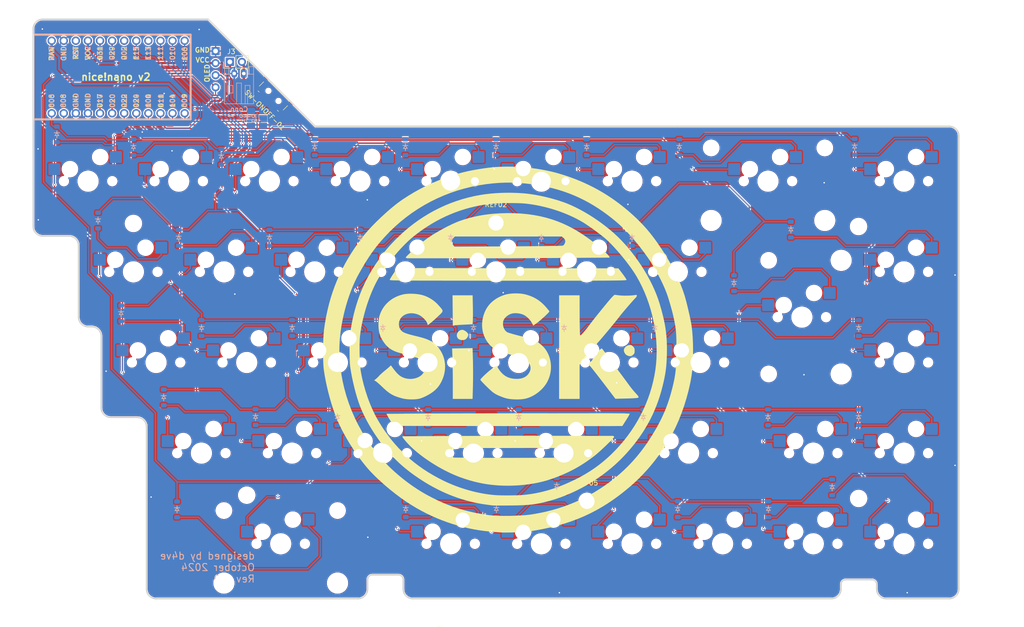
<source format=kicad_pcb>
(kicad_pcb (version 20240108) (generator "pcbnew") (generator_version "8.0")
  (layers (0 "F.Cu" signal) (31 "B.Cu" signal) (34 "B.Paste" user) (35 "F.Paste" user) (36 "B.SilkS" user "B.Silkscreen") (37 "F.SilkS" user "F.Silkscreen") (38 "B.Mask" user) (39 "F.Mask" user) (44 "Edge.Cuts" user))
  (net 0 "")
  (net 1 "Net-(D1-A)")
  (net 2 "/ROW0")
  (net 3 "Net-(D2-A)")
  (net 4 "/ROW1")
  (net 5 "Net-(D3-A)")
  (net 6 "/ROW2")
  (net 7 "Net-(D4-A)")
  (net 8 "/ROW3")
  (net 9 "/ROW4")
  (net 10 "Net-(D5-A)")
  (net 11 "Net-(D6-A)")
  (net 12 "Net-(D7-A)")
  (net 13 "Net-(D9-A)")
  (net 14 "Net-(D10-A)")
  (net 15 "Net-(D11-A)")
  (net 16 "Net-(D12-A)")
  (net 17 "Net-(D13-A)")
  (net 18 "Net-(D15-A)")
  (net 19 "Net-(D16-A)")
  (net 20 "Net-(D17-A)")
  (net 21 "Net-(D18-A)")
  (net 22 "Net-(D19-A)")
  (net 23 "Net-(D21-A)")
  (net 24 "Net-(D22-A)")
  (net 25 "Net-(D23-A)")
  (net 26 "Net-(D24-A)")
  (net 27 "Net-(D25-A)")
  (net 28 "Net-(D26-A)")
  (net 29 "Net-(D27-A)")
  (net 30 "Net-(D28-A)")
  (net 31 "Net-(D29-A)")
  (net 32 "Net-(D30-A)")
  (net 33 "Net-(D31-A)")
  (net 34 "Net-(D32-A)")
  (net 35 "Net-(D33-A)")
  (net 36 "Net-(D34-A)")
  (net 37 "Net-(D35-A)")
  (net 38 "Net-(D36-A)")
  (net 39 "Net-(D37-A)")
  (net 40 "Net-(D38-A)")
  (net 41 "Net-(D39-A)")
  (net 42 "Net-(D41-A)")
  (net 43 "Net-(D42-A)")
  (net 44 "Net-(D43-A)")
  (net 45 "Net-(D44-A)")
  (net 46 "/SCL")
  (net 47 "/SDA")
  (net 48 "+3,3V")
  (net 49 "+BATT")
  (net 51 "/COL0")
  (net 52 "/COL1")
  (net 53 "/COL2")
  (net 54 "/COL3")
  (net 55 "/COL4")
  (net 56 "/COL5")
  (net 57 "/COL6")
  (net 58 "/COL7")
  (net 59 "/COL8")
  (net 61 "Net-(D8-A)")
  (net 62 "GND")
  (net 63 "+VDC")
  (footprint "ScottoKeebs_Components:OLED_128x32" (layer "F.Cu") (at 80.835 47.465 180)
    (property "Reference" "J1" (hide yes))
    (property "Value" "OLED_128x32" (hide yes))
  )
  (footprint "MountingHole:MountingHole_3.2mm_M3_ISO7380" (layer "F.Cu") (at 138.16 73.79)
    (property "Reference" "REF02")
    (property "Value" "MountingHole_3.2mm_M3_ISO7380")
  )
  (footprint "MountingHole:MountingHole_3.2mm_M3_ISO7380" (layer "F.Cu") (at 214.35375 74.54)
    (property "Reference" "REF03" (hide yes))
    (property "Value" "MountingHole_3.2mm_M3_ISO7380")
  )
  (footprint "MountingHole:MountingHole_3.2mm_M3_ISO7380" (layer "F.Cu") (at 157.285 132.29)
    (property "Reference" "REF05")
    (property "Value" "MountingHole_3.2mm_M3_ISO7380")
  )
  (footprint "nice-nano-kicad-master:nice_nano" (layer "F.Cu") (at 58.765 43.12)
    (property "Reference" "U1" (hide yes))
    (property "Value" "Nice_Nano_V2" (hide yes))
  )
  (footprint "MountingHole:MountingHole_3.2mm_M3_ISO7380" (layer "F.Cu") (at 61.9725 73.9)
    (property "Reference" "REF01" (hide yes))
    (property "Value" "MountingHole_3.2mm_M3_ISO7380")
  )
  (footprint "MountingHole:MountingHole_3.2mm_M3_ISO7380" (layer "F.Cu") (at 85.785 131)
    (property "Reference" "REF04" (hide yes))
    (property "Value" "MountingHole_3.2mm_M3_ISO7380")
  )
  (footprint "MountingHole:MountingHole_3.2mm_M3_ISO7380" (layer "F.Cu") (at 214.3725 131.69)
    (property "Reference" "REF06" (hide yes))
    (property "Value" "MountingHole_3.2mm_M3_ISO7380")
  )
  (footprint "ScottoKeebs_Components:Switch_MSK12C02" (layer "F.Cu") (at 91.4 47.095 -45)
    (property "Reference" "SW-ONOFF-01")
    (property "Value" "~" (hide yes))
  )
  (footprint "Connector_PinHeader_2.54mm:PinHeader_1x02_P2.54mm_Vertical" (layer "F.Cu") (at 82.235 39.94 90)
    (property "Reference" "J3")
    (property "Value" "SWITCH")
  )
  (footprint "ScottoKeebs_Components:Diode_SOD-123" (layer "B.Cu") (at 87.635 114.59 -90)
    (property "Reference" "D39" (hide yes))
    (property "Value" "D")
  )
  (footprint "ScottoKeebs_Components:Diode_SOD-123" (layer "B.Cu") (at 123.885 114.64 -90)
    (property "Reference" "D29" (hide yes))
    (property "Value" "D")
  )
  (footprint "ScottoKeebs_Components:Diode_SOD-123" (layer "B.Cu") (at 119.1225 57.87125 -90)
    (property "Reference" "D21" (hide yes))
    (property "Value" "D")
  )
  (footprint "ScottoKeebs_Components:Diode_SOD-123" (layer "B.Cu") (at 71.4975 76.92125 -90)
    (property "Reference" "D37" (hide yes))
    (property "Value" "D")
  )
  (footprint "MX_Hotswap:MX-Hotswap-1U" (layer "B.Cu") (at 185.7975 141.215 180)
    (property "Reference" "SW39")
    (property "Value" "SW_push")
  )
  (footprint "MX_Hotswap:MX-Hotswap-ISO" (layer "B.Cu") (at 202.4475 93.59 180)
    (property "Reference" "SW17")
    (property "Value" "SW_push")
  )
  (footprint "ScottoKeebs_Components:Diode_SOD-123" (layer "B.Cu") (at 133.435 95.89 -90)
    (property "Reference" "D23" (hide yes))
    (property "Value" "D")
  )
  (footprint "MX_Hotswap:MX-Hotswap-1.75U" (layer "B.Cu") (at 178.65375 122.165 180)
    (property "Reference" "SW32")
    (property "Value" "SW_push")
  )
  (footprint "MX_Hotswap:MX-Hotswap-1U" (layer "B.Cu") (at 223.8975 65.015 180)
    (property "Reference" "SW9")
    (property "Value" "SW_push")
  )
  (footprint "MX_Hotswap:MX-Hotswap-1U" (layer "B.Cu") (at 66.735 103.115 180)
    (property "Reference" "SW19")
    (property "Value" "SW_push")
  )
  (footprint "ScottoKeebs_Components:Diode_SOD-123" (layer "B.Cu") (at 104.835 114.64 -90)
    (property "Reference" "D34" (hide yes))
    (property "Value" "D")
  )
  (footprint "ScottoKeebs_Components:Diode_SOD-123" (layer "B.Cu") (at 214.3725 114.64 -90)
    (property "Reference" "D4" (hide yes))
    (property "Value" "D")
  )
  (footprint "MX_Hotswap:MX-Hotswap-1U" (layer "B.Cu") (at 114.36 122.165 180)
    (property "Reference" "SW29")
    (property "Value" "SW_push")
  )
  (footprint "ScottoKeebs_Components:Diode_SOD-123" (layer "B.Cu") (at 76.285 95.89 -90)
    (property "Reference" "D38" (hide yes))
    (property "Value" "D")
  )
  (footprint "ScottoKeebs_Components:Diode_SOD-123" (layer "B.Cu") (at 45.885 55.19 -90)
    (property "Reference" "D41" (hide yes))
    (property "Value" "D")
  )
  (footprint "ScottoKeebs_Components:Diode_SOD-123" (layer "B.Cu") (at 119.20375 133.94 -90)
    (property "Reference" "D35" (hide yes))
    (property "Value" "D")
  )
  (footprint "ScottoKeebs_Components:Diode_SOD-123" (layer "B.Cu") (at 152.485 95.89 -90)
    (property "Reference" "D18" (hide yes))
    (property "Value" "D")
  )
  (footprint "MX_Hotswap:MX-Hotswap-1U" (layer "B.Cu") (at 223.8975 84.065 180)
    (property "Reference" "SW18")
    (property "Value" "SW_push")
  )
  (footprint "ScottoKeebs_Components:Diode_SOD-123" (layer "B.Cu") (at 176.35375 133.94 -90)
    (property "Reference" "D15" (hide yes))
    (property "Value" "D")
  )
  (footprint "ScottoKeebs_Components:Diode_SOD-123" (layer "B.Cu") (at 138.25375 133.94 -90)
    (property "Reference" "D30" (hide yes))
    (property "Value" "D")
  )
  (footprint "MX_Hotswap:MX-Hotswap-2U" (layer "B.Cu") (at 195.3225 65.015 180)
    (property "Reference" "SW8")
    (property "Value" "SW_push")
  )
  (footprint "MX_Hotswap:MX-Hotswap-2.75U" (layer "B.Cu") (at 92.92875 141.215 180)
    (property "Reference" "SW35")
    (property "Value" "SW_push")
  )
  (footprint "Connector_JST:JST_PH_S2B-PH-K_1x02_P2.00mm_Horizontal" (layer "B.Cu") (at 85.16 42.39 180)
    (property "Reference" "J2" (hide yes))
    (property "Value" "Conn")
  )
  (footprint "MX_Hotswap:MX-Hotswap-1U" (layer "B.Cu") (at 147.6975 141.215 180)
    (property "Reference" "SW37")
    (property "Value" "SW_push")
  )
  (footprint "ScottoKeebs_Components:Diode_SOD-123" (layer "B.Cu") (at 80.435 59.89 -90)
    (property "Reference" "D31" (hide yes))
    (property "Value" "D")
  )
  (footprint "MX_Hotswap:MX-Hotswap-1U" (layer "B.Cu") (at 123.885 103.115 180)
    (property "Reference" "SW22")
    (property "Value" "SW_push")
  )
  (footprint "MX_Hotswap:MX-Hotswap-1U" (layer "B.Cu") (at 223.8975 103.115 180)
    (property "Reference" "SW26")
    (property "Value" "SW_push")
  )
  (footprint "MX_Hotswap:MX-Hotswap-1U" (layer "B.Cu") (at 128.6475 65.015 180)
    (property "Reference" "SW5")
    (property "Value" "SW_push")
  )
  (footprint "MX_Hotswap:MX-Hotswap-1U" (layer "B.Cu") (at 100.0725 84.065 180)
    (property "Reference" "SW12")
    (property "Value" "SW_push")
  )
  (footprint "ScottoKeebs_Components:Diode_SOD-123" (layer "B.Cu") (at 71.135 133.99 -90)
    (property "Reference" "D8" (hide yes))
    (property "Value" "D")
  )
  (footprint "MX_Hotswap:MX-Hotswap-1U" (layer "B.Cu") (at 152.46 122.165 180)
    (property "Reference" "SW31")
    (property "Value" "SW_push")
  )
  (footprint "ScottoKeebs_Components:Diode_SOD-123" (layer "B.Cu") (at 195.40375 133.94 -90)
    (property "Reference" "D10" (hide yes))
    (property "Value" "D")
  )
  (footprint "ScottoKeebs_Components:Diode_SOD-123" (layer "B.Cu") (at 150.935 129.065 -90)
    (property "Reference" "D25" (hide yes))
    (property "Value" "D")
  )
  (footprint "MX_Hotswap:MX-Hotswap-1U" (layer "B.Cu") (at 128.6475 141.215 180)
    (property "Reference" "SW36")
    (property "Value" "SW_push")
  )
  (footprint "ScottoKeebs_Components:Diode_SOD-123" (layer "B.Cu") (at 109.5975 76.92125 -90)
    (property "Reference" "D27" (hide yes))
    (property "Value" "D")
  )
  (footprint "ScottoKeebs_Components:Diode_SOD-123" (layer "B.Cu") (at 176.685 57.84 -90)
    (property "Reference" "D6" (hide yes))
    (property "Value" "D")
  )
  (footprint "ScottoKeebs_Components:Diode_SOD-123" (layer "B.Cu") (at 95.335 95.89 -90)
    (property "Reference" "D33" (hide yes))
    (property "Value" "D")
  )
  (footprint "ScottoKeebs_Components:Diode_SOD-123" (layer "B.Cu") (at 142.935 114.64 -90)
    (property "Reference" "D24" (hide yes))
    (property "Value" "D")
  )
  (footprint "MX_Hotswap:MX-Hotswap-1U" (layer "B.Cu") (at 52.4475 65.015 180)
    (property "Reference" "SW1")
    (property "Value" "SW_push")
  )
  (footprint "MX_Hotswap:MX-Hotswap-1U" (layer "B.Cu") (at 95.31 122.165 180)
    (property "Reference" "SW28")
    (property "Value" "SW_push")
  )
  (footprint "MX_Hotswap:MX-Hotswap-1U" (layer "B.Cu") (at 85.785 103.115 180)
    (property "Reference" "SW20")
    (property "Value" "SW_push")
  )
  (footprint "ScottoKeebs_Components:Diode_SOD-123" (layer "B.Cu") (at 213.535 57.79 -90)
    (property "Reference" "D1" (hide yes))
    (property "Value" "D")
  )
  (footprint "ScottoKeebs_Components:Diode_SOD-123" (layer "B.Cu") (at 188.17875 86.44625 -90)
    (property "Reference" "D7" (hide yes))
    (property "Value" "D")
  )
  (footprint "MX_Hotswap:MX-Hotswap-1U" (layer "B.Cu") (at 223.8975 141.215 180)
    (property "Reference" "SW41")
    (property "Value" "SW_push")
  )
  (footprint "ScottoKeebs_Components:Diode_SOD-123" (layer "B.Cu") (at 138.1725 57.87125 -90)
    (property "Reference" "D16" (hide yes))
    (property "Value" "D")
  )
  (footprint "ScottoKeebs_Components:Diode_SOD-123" (layer "B.Cu") (at 114.385 95.89 -90)
    (property "Reference" "D28" (hide yes))
    (property "Value" "D")
  )
  (footprint "ScottoKeebs_Components:Diode_SOD-123" (layer "B.Cu") (at 128.6475 76.92125 -90)
    (property "Reference" "D22" (hide yes))
    (property "Value" "D")
  )
  (footprint "MX_Hotswap:MX-Hotswap-1U" (layer "B.Cu") (at 181.035 103.115 180)
    (property "Reference" "SW25")
    (property "Value" "SW_push")
  )
  (footprint "ScottoKeebs_Components:Diode_SOD-123" (layer "B.Cu") (at 147.6975 76.92125 -90)
    (property "Reference" "D17" (hide yes))
    (property "Value" "D")
  )
  (footprint "ScottoKeebs_Components:Diode_SOD-123" (layer "B.Cu") (at 59.385 92.79 -90)
    (property "Reference" "D43" (hide yes))
    (property "Value" "D")
  )
  (footprint "ScottoKeebs_Components:Diode_SOD-123" (layer "B.Cu") (at 200.135 75.19 -90)
    (property "Reference" "D2" (hide yes))
    (property "Value" "D")
  )
  (footprint "MX_Hotswap:MX-Hotswap-1U" (layer "B.Cu") (at 147.6975 65.015 180)
    (property "Reference" "SW6")
    (property "Value" "SW_push")
  )
  (footprint "Resistor_SMD:R_1206_3216Metric_Pad1.30x1.75mm_HandSolder" (layer "B.Cu") (at 86.685 51.79 -90)
    (property "Reference" "R1")
    (property "Value" "5K")
  )
  (footprint "MX_Hotswap:MX-Hotswap-1U" (layer "B.Cu") (at 138.1725 84.065 180)
    (property "Reference" "SW14")
    (property "Value" "SW_push")
  )
  (footprint "MX_Hotswap:MX-Hotswap-1U" (layer "B.Cu") (at 61.9725 84.065 180)
    (property "Reference" "SW10")
    (property "Value" "SW_push")
  )
  (footprint "MX_Hotswap:MX-Hotswap-1U" (layer "B.Cu") (at 133.41 122.165 180)
    (property "Reference" "SW30")
    (property "Value" "SW_push")
  )
  (footprint "MX_Hotswap:MX-Hotswap-1U" (layer "B.Cu") (at 161.985 103.115 180)
    (property "Reference" "SW24")
    (property "Value" "SW_push")
  )
  (footprint "MX_Hotswap:MX-Hotswap-1U" (layer "B.Cu") (at 204.8475 122.165 180)
    (property "Reference" "SW33")
    (property "Value" "SW_push")
  )
  (footprint "MX_Hotswap:MX-Hotswap-1U" (layer "B.Cu") (at 109.5975 65.015 180)
    (property "Reference" "SW4")
    (property "Value" "SW_push")
  )
  (footprint "Resistor_SMD:R_1206_3216Metric_Pad1.30x1.75mm_HandSolder" (layer "B.Cu") (at 89.235 51.79 -90)
    (property "Reference" "R2")
    (property "Value" "5K")
  )
  (footprint "MX_Hotswap:MX-Hotswap-1U" (layer "B.Cu") (at 81.0225 84.065 180)
    (property "Reference" "SW11")
    (property "Value" "SW_push")
  )
  (footprint "MX_Hotswap:MX-Hotswap-1U" (layer "B.Cu") (at 71.4975 65.015 180)
    (property "Reference" "SW2")
    (property "Value" "SW_push")
  )
  (footprint "MX_Hotswap:MX-Hotswap-1U" (layer "B.Cu") (at 76.26 122.165 180)
    (property "Reference" "SW27")
    (property "Value" "SW_push")
  )
  (footprint "MX_Hotswap:MX-Hotswap-1U" (layer "B.Cu") (at 90.5475 65.015 180)
    (property "Reference" "SW3")
    (property "Value" "SW_push")
  )
  (footprint "MX_Hotswap:MX-Hotswap-1U" (layer "B.Cu") (at 166.7475 65.015 180)
    (property "Reference" "SW7")
    (property "Value" "SW_push")
  )
  (footprint "ScottoKeebs_Components:Diode_SOD-123" (layer "B.Cu") (at 157.2225 57.87125 -90)
    (property "Reference" "D11" (hide yes))
    (property "Value" "D")
  )
  (footprint "ScottoKeebs_Components:Diode_SOD-123" (layer "B.Cu") (at 166.7475 76.92125 -90)
    (property "Reference" "D12" (hide yes))
    (property "Value" "D")
  )
  (footprint "ScottoKeebs_Components:Diode_SOD-123" (layer "B.Cu") (at 169.12875 114.64 -90)
    (property "Reference" "D19" (hide yes))
    (property "Value" "D")
  )
  (footprint "MX_Hotswap:MX-Hotswap-1U" (layer "B.Cu") (at 104.835 103.115 180)
    (property "Reference" "SW21")
    (property "Value" "SW_push")
  )
  (footprint "MX_Hotswap:MX-Hotswap-1U" (layer "B.Cu") (at 119.1225 84.065 180)
    (property "Reference" "SW13")
    (property "Value" "SW_push")
  )
  (footprint "MX_Hotswap:MX-Hotswap-1U" (layer "B.Cu") (at 166.7475 141.215 180)
    (property "Reference" "SW38")
    (property "Value" "SW_push")
  )
  (footprint "MX_Hotswap:MX-Hotswap-1U" (layer "B.Cu") (at 204.8475 141.215 180)
    (property "Reference" "SW40")
    (property "Value" "SW_push")
  )
  (footprint "ScottoKeebs_Components:Diode_SOD-123" (layer "B.Cu") (at 195.3225 114.64 -90)
    (property "Reference" "D9" (hide yes))
    (property "Value" "D")
  )
  (footprint "ScottoKeebs_Components:Diode_SOD-123" (layer "B.Cu") (at 171.535 95.89 -90)
    (property "Reference" "D13" (hide yes))
    (property "Value" "D")
  )
  (footprint "ScottoKeebs_Components:Diode_SOD-123" (layer "B.Cu") (at 100.0725 57.87125 -90)
    (property "Reference" "D26" (hide yes))
    (property "Value" "D")
  )
  (footprint "MX_Hotswap:MX-Hotswap-1U" (layer "B.Cu") (at 157.2225 84.065 180)
    (property "Reference" "SW15")
    (property "Value" "SW_push")
  )
  (footprint "ScottoKeebs_Components:Diode_SOD-123" (layer "B.Cu") (at 90.5475 76.92125 -90)
    (property "Reference" "D32" (hide yes))
    (property "Value" "D")
  )
  (footprint "ScottoKeebs_Components:Diode_SOD-123" (layer "B.Cu") (at 68.335 110.44 -90)
    (property "Reference" "D44" (hide yes))
    (property "Value" "D")
  )
  (footprint "MX_Hotswap:MX-Hotswap-1U" (layer "B.Cu") (at 142.935 103.115 180)
    (property "Reference" "SW23")
    (property "Value" "SW_push")
  )
  (footprint "ScottoKeebs_Components:Diode_SOD-123" (layer "B.Cu") (at 214.3975 95.89 -90)
    (property "Reference" "D3" (hide yes))
    (property "Value" "D")
  )
  (footprint "ScottoKeebs_Components:Diode_SOD-123" (layer "B.Cu") (at 208.81 129.34 -90)
    (property "Reference" "D5" (hide yes))
    (property "Value" "D")
  )
  (footprint "ScottoKeebs_Components:Diode_SOD-123" (layer "B.Cu") (at 61.9725 57.87125 -90)
    (property "Reference" "D36" (hide yes))
    (property "Value" "D")
  )
  (footprint "MX_Hotswap:MX-Hotswap-1U" (layer "B.Cu") (at 223.8975 122.165 180)
    (property "Reference" "SW34")
    (property "Value" "SW_push")
  )
  (footprint "ScottoKeebs_Components:Diode_SOD-123" (layer "B.Cu") (at 54.535 73.29 -90)
    (property "Reference" "D42" (hide yes))
    (property "Value" "D")
  )
  (footprint "MX_Hotswap:MX-Hotswap-1U" (layer "B.Cu") (at 176.2725 84.065 180)
    (property "Reference" "SW16")
    (property "Value" "SW_push")
  )
  (gr_poly (pts (xy 166.451491 99.444118) (xy 166.500311 99.44905) (xy 166.523567 99.45289) (xy 166.546184 99.457692) (xy 166.568263 99.463489) (xy 166.589903 99.470317) (xy 166.611204 99.478207) (xy 166.632264 99.487196) (xy 166.653183 99.497316) (xy 166.67406 99.508603) (xy 166.716086 99.534808) (xy 166.759137 99.566086) (xy 166.804006 99.602707) (xy 166.851489 99.644945) (xy 166.902379 99.693071) (xy 166.957471 99.747357) (xy 167.009618 99.800589) (xy 167.056412 99.850941) (xy 167.098127 99.899137) (xy 167.135038 99.9459) (xy 167.167419 99.991954) (xy 167.181997 100.014941) (xy 167.195545 100.038021) (xy 167.208098 100.061286) (xy 167.21969 100.084826) (xy 167.230355 100.108731) (xy 167.240128 100.133092) (xy 167.249042 100.157999) (xy 167.257133 100.183542) (xy 167.264435 100.209812) (xy 167.270981 100.236899) (xy 167.281946 100.293888) (xy 167.290302 100.35523) (xy 167.296323 100.421651) (xy 167.300284 100.493873) (xy 167.302459 100.572619) (xy 167.303123 100.658614) (xy 167.302542 100.746596) (xy 167.300589 100.826415) (xy 167.296953 100.898841) (xy 167.29132 100.964643) (xy 167.283379 101.02459) (xy 167.272816 101.079454) (xy 167.259319 101.130003) (xy 167.242575 101.177007) (xy 167.222273 101.221235) (xy 167.198098 101.263458) (xy 167.16974 101.304445) (xy 167.136884 101.344966) (xy 167.09922 101.38579) (xy 167.056433 101.427688) (xy 167.008212 101.471428) (xy 166.954243 101.517781) (xy 166.882243 101.575869) (xy 166.812256 101.627017) (xy 166.743761 101.67128) (xy 166.709909 101.690847) (xy 166.676233 101.708713) (xy 166.64267 101.724886) (xy 166.609152 101.739372) (xy 166.575616 101.752179) (xy 166.541995 101.763312) (xy 166.508225 101.77278) (xy 166.47424 101.780589) (xy 166.439974 101.786746) (xy 166.405363 101.791258) (xy 166.370341 101.794132) (xy 166.334843 101.795375) (xy 166.298803 101.794993) (xy 166.262157 101.792994) (xy 166.224839 101.789385) (xy 166.186783 101.784172) (xy 166.147925 101.777363) (xy 166.108199 101.768963) (xy 166.025882 101.747424) (xy 165.939309 101.719609) (xy 165.847959 101.685574) (xy 165.751309 101.645374) (xy 165.714532 101.62831) (xy 165.678229 101.609351) (xy 165.642447 101.588567) (xy 165.607231 101.566031) (xy 165.572625 101.541814) (xy 165.538676 101.515988) (xy 165.505429 101.488624) (xy 165.47293 101.459795) (xy 165.441223 101.429572) (xy 165.410354 101.398027) (xy 165.380369 101.365232) (xy 165.351314 101.331258) (xy 165.323232 101.296177) (xy 165.296171 101.260061) (xy 165.24529 101.185011) (xy 165.199033 101.10668) (xy 165.157765 101.025644) (xy 165.139116 100.984291) (xy 165.121849 100.942476) (xy 165.106012 100.900272) (xy 165.091648 100.85775) (xy 165.078805 100.814982) (xy 165.067526 100.77204) (xy 165.057858 100.728995) (xy 165.049846 100.685919) (xy 165.043535 100.642885) (xy 165.038972 100.599962) (xy 165.0362 100.557225) (xy 165.035266 100.514743) (xy 165.03684 100.47175) (xy 165.041497 100.428494) (xy 165.04914 100.385067) (xy 165.059673 100.341561) (xy 165.072999 100.298068) (xy 165.089022 100.25468) (xy 165.107644 100.211489) (xy 165.128769 100.168589) (xy 165.152301 100.126071) (xy 165.178143 100.084026) (xy 165.206197 100.042548) (xy 165.236369 100.001728) (xy 165.268559 99.961659) (xy 165.302673 99.922433) (xy 165.338614 99.884142) (xy 165.376284 99.846879) (xy 165.456427 99.775801) (xy 165.542329 99.70994) (xy 165.587198 99.679195) (xy 165.633216 99.65003) (xy 165.680288 99.622538) (xy 165.728316 99.596811) (xy 165.777204 99.572941) (xy 165.826855 99.55102) (xy 165.877173 99.53114) (xy 165.92806 99.513393) (xy 165.97942 99.497872) (xy 166.031157 99.484669) (xy 166.083173 99.473876) (xy 166.135373 99.465586) (xy 166.210847 99.456049) (xy 166.279401 99.448862) (xy 166.34183 99.444297) (xy 166.398929 99.442624)) (stroke (width -0.000001)) (fill solid) (layer "F.SilkS"))
  (gr_poly (pts (xy 160.387381 100.14595) (xy 160.394248 100.149962) (xy 160.402451 100.155967) (xy 160.422701 100.173754) (xy 160.447806 100.19891) (xy 160.477442 100.231031) (xy 160.511285 100.269715) (xy 160.549011 100.31456) (xy 160.590297 100.365164) (xy 160.634817 100.421123) (xy 160.682248 100.482035) (xy 160.784547 100.61711) (xy 160.894602 100.767169) (xy 161.00982 100.928992) (xy 161.39104 101.458132) (xy 162.009897 102.301613) (xy 162.780804 103.343338) (xy 163.618176 104.467208) (xy 165.217179 106.616763) (xy 166.19496 107.950807) (xy 166.317844 108.118844) (xy 166.46213 108.307909) (xy 166.622539 108.511556) (xy 166.793794 108.723338) (xy 166.970617 108.936807) (xy 167.147729 109.145516) (xy 167.319853 109.343017) (xy 167.481711 109.522864) (xy 167.691427 109.754179) (xy 167.855767 109.942822) (xy 167.921987 110.022858) (xy 167.978141 110.094285) (xy 168.024658 110.15779) (xy 168.061962 110.21406) (xy 168.09048 110.263782) (xy 168.110639 110.307641) (xy 168.122865 110.346325) (xy 168.127584 110.38052) (xy 168.127263 110.396149) (xy 168.125224 110.410914) (xy 168.121522 110.424899) (xy 168.116209 110.438191) (xy 168.100968 110.463039) (xy 168.079925 110.486145) (xy 168.067881 110.495717) (xy 168.052276 110.505017) (xy 168.033043 110.514051) (xy 168.010112 110.522825) (xy 167.952889 110.539613) (xy 167.880061 110.555423) (xy 167.791084 110.570301) (xy 167.685413 110.584288) (xy 167.562502 110.597428) (xy 167.421807 110.609765) (xy 167.262782 110.621343) (xy 167.084883 110.632204) (xy 166.670284 110.651952) (xy 166.173648 110.669356) (xy 165.590616 110.684764) (xy 163.254451 110.73884) (xy 162.132133 109.258377) (xy 160.57024 107.209837) (xy 159.279653 105.540858) (xy 158.33668 104.349168) (xy 158.019393 103.962846) (xy 157.817624 103.732492) (xy 157.434526 103.329088) (xy 157.816887 103.146752) (xy 157.864009 103.122509) (xy 157.911012 103.094791) (xy 157.957869 103.063628) (xy 158.004552 103.029049) (xy 158.051033 102.991085) (xy 158.097285 102.949766) (xy 158.143279 102.905122) (xy 158.18899 102.857183) (xy 158.234388 102.805979) (xy 158.279446 102.75154) (xy 158.324137 102.693896) (xy 158.368433 102.633078) (xy 158.412306 102.569115) (xy 158.455729 102.502038) (xy 158.498675 102.431877) (xy 158.541115 102.358661) (xy 158.607808 102.249134) (xy 158.696038 102.117522) (xy 158.924147 101.803667) (xy 159.199516 101.448358) (xy 159.496217 101.082855) (xy 159.788324 100.738418) (xy 160.04991 100.446307) (xy 160.161156 100.329643) (xy 160.255049 100.237783) (xy 160.328348 100.174635) (xy 160.377814 100.144106) (xy 160.381889 100.143981)) (stroke (width -0.000001)) (fill solid) (layer "F.SilkS"))
  (gr_poly (pts (xy 142.048904 71.745022) (xy 143.455063 71.819308) (xy 144.820802 71.949392) (xy 146.149338 72.136504) (xy 147.443886 72.381873) (xy 148.707663 72.686728) (xy 149.943886 73.052297) (xy 151.15577 73.479811) (xy 152.346532 73.970498) (xy 153.519388 74.525588) (xy 154.677555 75.146309) (xy 155.824248 75.83389) (xy 156.962685 76.589562) (xy 158.09608 77.414552) (xy 159.227652 78.310091) (xy 160.360615 79.277406) (xy 160.837757 79.703491) (xy 161.225864 80.059787) (xy 161.530575 80.35249) (xy 161.65342 80.47693) (xy 161.75753 80.587794) (xy 161.84361 80.685858) (xy 161.912366 80.771894) (xy 161.964502 80.846678) (xy 162.000723 80.910984) (xy 162.021734 80.965586) (xy 162.02824 81.011259) (xy 162.026273 81.030988) (xy 162.020944 81.048776) (xy 162.012342 81.064719) (xy 162.000554 81.078913) (xy 140.8541 81.2221) (xy 119.508035 81.213669) (xy 119.508035 81.213667) (xy 119.484452 81.206915) (xy 119.460584 81.199461) (xy 119.412654 81.182756) (xy 119.365556 81.164164) (xy 119.320601 81.144298) (xy 119.279099 81.12377) (xy 119.260054 81.113449) (xy 119.242363 81.103193) (xy 119.226191 81.093077) (xy 119.211701 81.083178) (xy 119.199058 81.073574) (xy 119.188426 81.06434) (xy 119.187013 81.048444) (xy 119.201442 81.019284) (xy 119.274801 80.923914) (xy 119.402453 80.783719) (xy 119.578348 80.604188) (xy 120.050671 80.149071) (xy 120.643371 79.602472) (xy 121.308052 79.0083) (xy 121.996316 78.410463) (xy 122.659764 77.852873) (xy 123.055113 77.535758) (xy 128.875184 77.535758) (xy 128.876375 77.590941) (xy 128.880441 77.650993) (xy 128.88712 77.716656) (xy 128.896149 77.788671) (xy 128.903683 77.836795) (xy 128.913477 77.886199) (xy 128.925374 77.936516) (xy 128.939219 77.987378) (xy 128.954856 78.038416) (xy 128.972128 78.089263) (xy 128.990879 78.139552) (xy 129.010954 78.188913) (xy 129.032197 78.236979) (xy 129.05445 78.283383) (xy 129.07756 78.327757) (xy 129.101368 78.369731) (xy 129.12572 78.40894) (xy 129.150459 78.445014) (xy 129.175429 78.477587) (xy 129.200475 78.506289) (xy 129.443204 78.764664) (xy 140.740535 78.714477) (xy 149.191963 78.647624) (xy 151.425567 78.601944) (xy 152.01867 78.57641) (xy 152.252861 78.549219) (xy 152.26409 78.542821) (xy 152.275591 78.535514) (xy 152.29931 78.518302) (xy 152.323826 78.497836) (xy 152.348946 78.474374) (xy 152.374479 78.448168) (xy 152.400231 78.419475) (xy 152.426012 78.38855) (xy 152.451629 78.355647) (xy 152.47689 78.321021) (xy 152.501603 78.284928) (xy 152.525575 78.247623) (xy 152.548614 78.20936) (xy 152.570529 78.170394) (xy 152.591127 78.130981) (xy 152.610216 78.091375) (xy 152.627604 78.051832) (xy 152.660397 77.965991) (xy 152.68603 77.882418) (xy 152.704466 77.800986) (xy 152.710973 77.761034) (xy 152.715667 77.72157) (xy 152.718542 77.682579) (xy 152.719594 77.644044) (xy 152.718818 77.605949) (xy 152.716209 77.56828) (xy 152.711762 77.531019) (xy 152.705473 77.494152) (xy 152.697337 77.457663) (xy 152.687348 77.421535) (xy 152.675503 77.385753) (xy 152.661796 77.350302) (xy 152.646223 77.315165) (xy 152.628779 77.280326) (xy 152.609459 77.24577) (xy 152.588257 77.211481) (xy 152.565171 77.177444) (xy 152.540194 77.143642) (xy 152.484549 77.07668) (xy 152.421286 77.010471) (xy 152.350365 76.944888) (xy 152.271748 76.879804) (xy 151.964506 76.63813) (xy 129.525856 76.63813) (xy 129.180205 76.983785) (xy 129.12652 77.038307) (xy 129.078845 77.088809) (xy 129.036919 77.136034) (xy 129.000482 77.180721) (xy 128.984239 77.202344) (xy 128.969271 77.223611) (xy 128.955544 77.244614) (xy 128.943025 77.265446) (xy 128.931683 77.286199) (xy 128.921484 77.306965) (xy 128.912395 77.327838) (xy 128.904384 77.34891) (xy 128.897419 77.370273) (xy 128.891466 77.392021) (xy 128.886493 77.414245) (xy 128.882468 77.437038) (xy 128.879356 77.460494) (xy 128.877127 77.484704) (xy 128.875747 77.509761) (xy 128.875184 77.535758) (xy 123.055113 77.535758) (xy 123.250001 77.379436) (xy 123.60103 77.11686) (xy 123.990963 76.842496) (xy 124.867126 76.269547) (xy 125.837668 75.682879) (xy 126.861765 75.104784) (xy 127.898592 74.557553) (xy 128.907328 74.063476) (xy 129.84715 73.644846) (xy 130.27846 73.470789) (xy 130.677232 73.323952) (xy 131.253758 73.130658) (xy 131.833909 72.950166) (xy 132.418155 72.782402) (xy 133.006962 72.62729) (xy 133.600801 72.484754) (xy 134.20014 72.354719) (xy 134.805447 72.23711) (xy 135.417191 72.13185) (xy 136.03584 72.038865) (xy 136.661864 71.958078) (xy 137.295731 71.889415) (xy 137.937909 71.8328) (xy 139.249074 71.75541) (xy 140.599109 71.725306)) (stroke (width -0.000001)) (fill solid) (layer "F.SilkS"))
  (gr_poly (pts (xy 133.320431 102.729807) (xy 133.342585 103.965395) (xy 133.34999 105.383352) (xy 133.34264 106.808583) (xy 133.320534 108.065994) (xy 133.249054 110.769387) (xy 129.089731 110.769387) (xy 129.08939 107.395947) (xy 129.089383 107.395943) (xy 129.083518 105.933995) (xy 129.067848 104.447198) (xy 129.044751 103.109495) (xy 129.016605 102.094829) (xy 128.944173 100.16715) (xy 131.096509 100.132067) (xy 133.248845 100.096988)) (stroke (width -0.000001)) (fill solid) (layer "F.SilkS"))
  (gr_poly (pts (xy 124.256108 83.28425) (xy 127.523719 83.289529) (xy 150.715274 83.317876) (xy 163.893045 83.328308) (xy 164.747639 84.45676) (xy 164.919308 84.687028) (xy 165.07946 84.908774) (xy 165.22459 85.11665) (xy 165.351193 85.305307) (xy 165.455763 85.469397) (xy 165.534796 85.603571) (xy 165.563641 85.657768) (xy 165.584787 85.702481) (xy 165.597796 85.73704) (xy 165.602229 85.760777) (xy 165.594384 85.775179) (xy 165.568727 85.78878) (xy 165.522069 85.801604) (xy 165.451226 85.813673) (xy 165.224239 85.835636) (xy 164.862276 85.854848) (xy 164.339847 85.871491) (xy 163.631464 85.885743) (xy 161.554877 85.907795) (xy 158.428601 85.922443) (xy 154.048722 85.931124) (xy 140.712501 85.936344) (xy 120.109075 85.907805) (xy 116.652329 85.857632) (xy 115.999906 85.81934) (xy 115.822768 85.770633) (xy 115.825936 85.75047) (xy 115.835217 85.721904) (xy 115.870784 85.641615) (xy 115.926803 85.533863) (xy 116.000604 85.402747) (xy 116.190885 85.08681) (xy 116.420284 84.726585) (xy 116.667458 84.354851) (xy 116.911064 84.004388) (xy 117.129759 83.707977) (xy 117.223095 83.590284) (xy 117.302199 83.498397) (xy 117.321513 83.47806) (xy 117.342219 83.458981) (xy 117.353656 83.449902) (xy 117.366115 83.441124) (xy 117.37982 83.432642) (xy 117.394997 83.424451) (xy 117.411869 83.416548) (xy 117.430662 83.408927) (xy 117.4516 83.401583) (xy 117.474908 83.394513) (xy 117.500809 83.387712) (xy 117.52953 83.381174) (xy 117.561295 83.374896) (xy 117.596327 83.368873) (xy 117.634852 83.3631) (xy 117.677095 83.357573) (xy 117.77363 83.347238) (xy 117.887731 83.33783) (xy 118.021193 83.329313) (xy 118.175815 83.32165) (xy 118.353392 83.314805) (xy 118.555721 83.308741) (xy 118.784601 83.30342) (xy 119.041826 83.298807) (xy 119.329196 83.294865) (xy 119.648505 83.291557) (xy 120.001553 83.288846) (xy 120.390134 83.286695) (xy 120.816047 83.285068) (xy 121.787054 83.283239) (xy 122.928949 83.283064)) (stroke (width -0.000001)) (fill solid) (layer "F.SilkS"))
  (gr_poly (pts (xy 131.1453 88.997885) (xy 133.257564 88.997952) (xy 133.302349 91.067371) (xy 133.316435 91.947818) (xy 133.321681 92.815291) (xy 133.317992 93.569897) (xy 133.305272 94.111742) (xy 133.263414 95.086705) (xy 131.601798 95.160863) (xy 130.923348 95.195239) (xy 130.304401 95.234016) (xy 129.813316 95.27244) (xy 129.637086 95.290034) (xy 129.518456 95.305757) (xy 129.096732 95.376493) (xy 129.064885 92.18715) (xy 129.064883 92.18715) (xy 129.033037 88.997805)) (stroke (width -0.000001)) (fill solid) (layer "F.SilkS"))
  (gr_poly (pts (xy 142.523297 88.594307) (xy 142.835763 88.604834) (xy 143.144999 88.624798) (xy 143.448865 88.654222) (xy 143.745223 88.693132) (xy 144.031933 88.741552) (xy 144.306856 88.799507) (xy 144.567851 88.86702) (xy 144.882311 88.961941) (xy 145.186425 89.064395) (xy 145.480792 89.174763) (xy 145.766011 89.293429) (xy 146.04268 89.420774) (xy 146.311398 89.557183) (xy 146.572764 89.703036) (xy 146.827375 89.858718) (xy 147.075831 90.02461) (xy 147.31873 90.201095) (xy 147.556671 90.388555) (xy 147.790252 90.587374) (xy 148.020071 90.797933) (xy 148.246728 91.020616) (xy 148.47082 91.255805) (xy 148.692947 91.503883) (xy 148.832378 91.666112) (xy 148.962454 91.820977) (xy 149.08033 91.964836) (xy 149.183157 92.094049) (xy 149.26809 92.204975) (xy 149.332281 92.293971) (xy 149.372883 92.357398) (xy 149.383449 92.378384) (xy 149.38705 92.391612) (xy 149.381354 92.411713) (xy 149.364664 92.440984) (xy 149.300676 92.524852) (xy 149.199834 92.638839) (xy 149.066889 92.778568) (xy 148.723695 93.11775) (xy 148.309096 93.507383) (xy 147.861097 93.912455) (xy 147.417701 94.297953) (xy 147.209605 94.472421) (xy 147.016913 94.628865) (xy 146.844373 94.762909) (xy 146.696736 94.870176) (xy 145.994101 95.356246) (xy 145.752379 94.882424) (xy 145.677639 94.745021) (xy 145.593592 94.607024) (xy 145.501083 94.469262) (xy 145.400952 94.33256) (xy 145.294044 94.197747) (xy 145.1812 94.065648) (xy 145.063264 93.937092) (xy 144.941079 93.812905) (xy 144.815487 93.693914) (xy 144.68733 93.580947) (xy 144.557452 93.474831) (xy 144.426696 93.376393) (xy 144.295903 93.28646) (xy 144.165918 93.205859) (xy 144.037582 93.135417) (xy 143.911738 93.075962) (xy 143.754947 93.013157) (xy 143.591467 92.95698) (xy 143.422491 92.907507) (xy 143.249206 92.864813) (xy 143.072806 92.828973) (xy 142.894479 92.800064) (xy 142.715416 92.778159) (xy 142.536809 92.763335) (xy 142.359846 92.755666) (xy 142.185719 92.755229) (xy 142.015618 92.762098) (xy 141.850733 92.776348) (xy 141.692256 92.798056) (xy 141.541375 92.827295) (xy 141.399283 92.864143) (xy 141.267169 92.908672) (xy 141.146057 92.958404) (xy 141.025975 93.014505) (xy 140.907522 93.07646) (xy 140.791299 93.143754) (xy 140.677902 93.215872) (xy 140.567933 93.292299) (xy 140.461988 93.37252) (xy 140.360668 93.45602) (xy 140.264572 93.542284) (xy 140.174297 93.630797) (xy 140.090445 93.721044) (xy 140.013612 93.812509) (xy 139.944399 93.904678) (xy 139.883404 93.997036) (xy 139.831226 94.089068) (xy 139.788464 94.180258) (xy 139.75507 94.266089) (xy 139.725859 94.353508) (xy 139.700773 94.442319) (xy 139.679758 94.532326) (xy 139.649718 94.715146) (xy 139.635291 94.9004) (xy 139.636033 95.086523) (xy 139.651498 95.271949) (xy 139.681239 95.455112) (xy 139.724812 95.634445) (xy 139.78177 95.808383) (xy 139.851667 95.975358) (xy 139.934059 96.133805) (xy 140.028499 96.282158) (xy 140.134542 96.41885) (xy 140.191775 96.482334) (xy 140.251741 96.542315) (xy 140.314385 96.598599) (xy 140.379652 96.650988) (xy 140.447485 96.699288) (xy 140.517828 96.743302) (xy 140.568255 96.768518) (xy 140.641823 96.799061) (xy 140.852674 96.874463) (xy 141.138961 96.966187) (xy 141.489264 97.070908) (xy 141.892162 97.185306) (xy 142.336234 97.306058) (xy 142.810061 97.429841) (xy 143.302221 97.553333) (xy 144.244496 97.792396) (xy 145.02385 98.010301) (xy 145.361372 98.115285) (xy 145.668891 98.219737) (xy 145.949982 98.325243) (xy 146.208222 98.433389) (xy 146.447186 98.54576) (xy 146.67045 98.663944) (xy 146.881589 98.789526) (xy 147.08418 98.92409) (xy 147.281797 99.069225) (xy 147.478017 99.226515) (xy 147.676416 99.397546) (xy 147.880568 99.583904) (xy 148.072053 99.772111) (xy 148.253269 99.96903) (xy 148.424168 100.174195) (xy 148.584704 100.38714) (xy 148.734831 100.607399) (xy 148.874501 100.834506) (xy 149.003669 101.067995) (xy 149.122287 101.3074) (xy 149.230309 101.552256) (xy 149.327689 101.802097) (xy 149.414381 102.056456) (xy 149.490336 102.314869) (xy 149.55551 102.576868) (xy 149.609855 102.841989) (xy 149.653325 103.109765) (xy 149.685873 103.379731) (xy 149.707453 103.65142) (xy 149.718018 103.924367) (xy 149.717522 104.198106) (xy 149.705918 104.472172) (xy 149.68316 104.746097) (xy 149.6492 105.019417) (xy 149.603993 105.291665) (xy 149.547492 105.562376) (xy 149.47965 105.831083) (xy 149.40042 106.097322) (xy 149.309758 106.360625) (xy 149.207614 106.620528) (xy 149.093944 106.876564) (xy 148.9687 107.128268) (xy 148.831837 107.375173) (xy 148.683307 107.616814) (xy 148.483562 107.907556) (xy 148.265859 108.19028) (xy 148.031608 108.464014) (xy 147.782219 108.727786) (xy 147.5191 108.980624) (xy 147.243662 109.221557) (xy 146.957313 109.449612) (xy 146.661465 109.663817) (xy 146.357525 109.863201) (xy 146.046904 110.046792) (xy 145.731011 110.213617) (xy 145.411257 110.362704) (xy 145.089049 110.493082) (xy 144.765798 110.603779) (xy 144.442914 110.693822) (xy 144.121806 110.762241) (xy 143.913432 110.79532) (xy 143.6909 110.82274) (xy 143.456403 110.844565) (xy 143.212129 110.860861) (xy 142.703014 110.877126) (xy 142.18108 110.872057) (xy 141.663851 110.846175) (xy 141.412477 110.825593) (xy 141.16885 110.800004) (xy 140.935161 110.769473) (xy 140.7136 110.734065) (xy 140.506358 110.693846) (xy 140.315625 110.64888) (xy 140.31562 110.64888) (xy 140.125523 110.59519) (xy 139.910945 110.52729) (xy 139.679244 110.44794) (xy 139.437779 110.359901) (xy 139.193911 110.265931) (xy 138.954996 110.168791) (xy 138.728395 110.071241) (xy 138.521466 109.976041) (xy 138.375895 109.905139) (xy 138.239307 109.835629) (xy 138.109834 109.766066) (xy 137.985611 109.69501) (xy 137.864773 109.621016) (xy 137.745453 109.542643) (xy 137.625785 109.458448) (xy 137.503904 109.366987) (xy 137.377943 109.266819) (xy 137.246038 109.156501) (xy 137.10632 109.03459) (xy 136.956926 108.899643) (xy 136.795989 108.750218) (xy 136.621642 108.584872) (xy 136.225259 108.200646) (xy 135.953572 107.931915) (xy 135.700111 107.675855) (xy 135.470425 107.438454) (xy 135.27006 107.225699) (xy 135.104564 107.043577) (xy 134.979485 106.898075) (xy 134.900369 106.795181) (xy 134.879781 106.761584) (xy 134.872764 106.740883) (xy 134.877856 106.717599) (xy 134.892803 106.686299) (xy 134.950309 106.601478) (xy 135.041365 106.490081) (xy 135.162055 106.35577) (xy 135.308462 106.202203) (xy 135.47667 106.033042) (xy 135.862821 105.66258) (xy 136.289175 105.273666) (xy 136.724401 104.895586) (xy 136.93555 104.719759) (xy 137.137166 104.557622) (xy 137.325334 104.412835) (xy 137.496137 104.28906) (xy 138.248527 103.76481) (xy 138.732502 104.495626) (xy 138.902509 104.741073) (xy 139.076389 104.96952) (xy 139.254648 105.181266) (xy 139.437792 105.376611) (xy 139.626328 105.555855) (xy 139.722775 105.639533) (xy 139.82076 105.719298) (xy 139.920345 105.795187) (xy 140.021595 105.867239) (xy 140.124572 105.93549) (xy 140.22934 105.999979) (xy 140.335962 106.060742) (xy 140.4445 106.117817) (xy 140.55502 106.171242) (xy 140.667582 106.221053) (xy 140.782252 106.267289) (xy 140.899092 106.309987) (xy 141.018165 106.349185) (xy 141.139535 106.384919) (xy 141.389419 106.446149) (xy 141.649248 106.493976) (xy 141.919529 106.528701) (xy 142.200769 106.550623) (xy 142.459178 106.558981) (xy 142.707942 106.55541) (xy 142.946996 106.539938) (xy 143.176275 106.512594) (xy 143.395714 106.473406) (xy 143.605248 106.422402) (xy 143.804811 106.359611) (xy 143.994338 106.285062) (xy 144.173764 106.198782) (xy 144.343023 106.100801) (xy 144.502051 105.991146) (xy 144.650782 105.869845) (xy 144.789151 105.736928) (xy 144.917093 105.592423) (xy 145.034542 105.436358) (xy 145.141434 105.268761) (xy 145.222963 105.116672) (xy 145.290634 104.962652) (xy 145.344505 104.807142) (xy 145.384636 104.650583) (xy 145.411086 104.493414) (xy 145.423914 104.336076) (xy 145.42318 104.17901) (xy 145.408942 104.022656) (xy 145.38126 103.867453) (xy 145.340194 103.713844) (xy 145.285802 103.562268) (xy 145.218144 103.413166) (xy 145.137278 103.266977) (xy 145.043265 103.124143) (xy 144.936163 102.985103) (xy 144.816032 102.850299) (xy 144.712051 102.745249) (xy 144.607478 102.648576) (xy 144.553957 102.602987) (xy 144.499072 102.559019) (xy 144.442417 102.516514) (xy 144.383588 102.475314) (xy 144.322178 102.435262) (xy 144.257783 102.396199) (xy 144.189997 102.357969) (xy 144.118415 102.320412) (xy 144.042631 102.283371) (xy 143.96224 102.246688) (xy 143.876836 102.210206) (xy 143.786015 102.173766) (xy 143.586498 102.100383) (xy 143.360445 102.025276) (xy 143.104613 101.947182) (xy 142.815758 101.864838) (xy 142.490639 101.776982) (xy 142.126012 101.68235) (xy 141.718633 101.579681) (xy 141.26526 101.467711) (xy 140.390075 101.247596) (xy 139.674989 101.052271) (xy 139.368782 100.96022) (xy 139.092159 100.869945) (xy 138.841638 100.77997) (xy 138.613741 100.688823) (xy 138.404986 100.595029) (xy 138.211893 100.497113) (xy 138.030982 100.393603) (xy 137.858772 100.283024) (xy 137.691783 100.163901) (xy 137.526534 100.034761) (xy 137.359545 99.894129) (xy 137.187337 99.740532) (xy 137.003009 99.564897) (xy 136.82757 99.382638) (xy 136.661067 99.194036) (xy 136.503546 98.999373) (xy 136.355056 98.79893) (xy 136.215642 98.592989) (xy 136.085353 98.381832) (xy 135.964235 98.16574) (xy 135.852335 97.944994) (xy 135.749701 97.719876) (xy 135.656379 97.490667) (xy 135.572416 97.25765) (xy 135.49786 97.021105) (xy 135.432758 96.781314) (xy 135.377157 96.538559) (xy 135.331104 96.293121) (xy 135.294646 96.045281) (xy 135.26783 95.795322) (xy 135.250703 95.543524) (xy 135.243312 95.29017) (xy 135.245705 95.03554) (xy 135.257928 94.779916) (xy 135.280029 94.52358) (xy 135.312054 94.266813) (xy 135.354051 94.009898) (xy 135.406068 93.753114) (xy 135.468149 93.496744) (xy 135.540344 93.24107) (xy 135.6227 92.986372) (xy 135.715262 92.732933) (xy 135.818078 92.481034) (xy 135.931196 92.230956) (xy 136.076251 91.946212) (xy 136.236416 91.670831) (xy 136.41143 91.405029) (xy 136.60103 91.149023) (xy 136.804955 90.903032) (xy 137.022944 90.667271) (xy 137.254734 90.441959) (xy 137.500064 90.227313) (xy 137.758673 90.02355) (xy 138.030298 89.830886) (xy 138.314679 89.64954) (xy 138.611552 89.479729) (xy 138.920658 89.32167) (xy 139.241734 89.17558) (xy 139.574518 89.041677) (xy 139.918748 88.920178) (xy 140.164013 88.846875) (xy 140.425301 88.782789) (xy 140.700475 88.727945) (xy 140.987394 88.682366) (xy 141.28392 88.646076) (xy 141.587912 88.619101) (xy 141.897232 88.601465) (xy 142.20974 88.593192)) (stroke (width -0.000001)) (fill solid) (layer "F.SilkS"))
  (gr_poly (pts (xy 131.133621 96.256608) (xy 131.173486 96.26106) (xy 131.214824 96.268333) (xy 131.257472 96.278306) (xy 131.346047 96.305868) (xy 131.437907 96.342781) (xy 131.531748 96.388079) (xy 131.626266 96.440797) (xy 131.720157 96.499968) (xy 131.812118 96.564627) (xy 131.900845 96.633807) (xy 131.985034 96.706544) (xy 132.06338 96.78187) (xy 132.13458 96.858822) (xy 132.197331 96.936431) (xy 132.250328 97.013734) (xy 132.272762 97.051968) (xy 132.292268 97.089763) (xy 132.308684 97.126999) (xy 132.321847 97.163554) (xy 132.328707 97.189403) (xy 132.333466 97.216898) (xy 132.33618 97.245924) (xy 132.336909 97.276365) (xy 132.33571 97.308104) (xy 132.332641 97.341026) (xy 132.321125 97.409955) (xy 132.302826 97.482225) (xy 132.278208 97.556909) (xy 132.247735 97.633081) (xy 132.211871 97.709812) (xy 132.17108 97.786176) (xy 132.125827 97.861247) (xy 132.076575 97.934097) (xy 132.023789 98.003799) (xy 131.967932 98.069426) (xy 131.909469 98.130052) (xy 131.848864 98.184749) (xy 131.817903 98.209584) (xy 131.786581 98.23259) (xy 131.751539 98.2555) (xy 131.714265 98.276777) (xy 131.674911 98.296425) (xy 131.633628 98.314451) (xy 131.545871 98.345655) (xy 131.452197 98.37043) (xy 131.35381 98.388818) (xy 131.251911 98.40086) (xy 131.147703 98.406597) (xy 131.042389 98.406072) (xy 130.937172 98.399325) (xy 130.833253 98.386398) (xy 130.731835 98.367334) (xy 130.634122 98.342172) (xy 130.541315 98.310956) (xy 130.454617 98.273726) (xy 130.375231 98.230524) (xy 130.338655 98.206696) (xy 130.304358 98.181391) (xy 130.304356 98.181391) (xy 130.235418 98.122147) (xy 130.174043 98.059141) (xy 130.120077 97.992742) (xy 130.073369 97.923323) (xy 130.033768 97.851251) (xy 130.00112 97.776898) (xy 129.975275 97.700633) (xy 129.95608 97.622827) (xy 129.943383 97.543849) (xy 129.937033 97.464069) (xy 129.936877 97.383858) (xy 129.942764 97.303586) (xy 129.954541 97.223622) (xy 129.972056 97.144337) (xy 129.995158 97.066101) (xy 130.023695 96.989283) (xy 130.057514 96.914254) (xy 130.096464 96.841384) (xy 130.140393 96.771042) (xy 130.189149 96.7036) (xy 130.242579 96.639426) (xy 130.300532 96.578892) (xy 130.362856 96.522366) (xy 130.429399 96.47022) (xy 130.50001 96.422822) (xy 130.574535 96.380544) (xy 130.652823 96.343755) (xy 130.734722 96.312824) (xy 130.820081 96.288124) (xy 130.908747 96.270022) (xy 131.000568 96.25889) (xy 131.095392 96.255097)) (stroke (width -0.000001)) (fill solid) (layer "F.SilkS"))
  (gr_poly (pts (xy 120.51 88.665) (xy 120.811396 88.676254) (xy 121.112655 88.695495) (xy 121.411304 88.7226) (xy 121.70487 88.757442) (xy 121.990882 88.799897) (xy 122.266867 88.849839) (xy 122.530353 88.907144) (xy 122.778868 88.971687) (xy 123.00994 89.043341) (xy 123.231022 89.12242) (xy 123.449217 89.208596) (xy 123.664329 89.301737) (xy 123.876163 89.401716) (xy 124.084524 89.508402) (xy 124.289216 89.621666) (xy 124.490044 89.741378) (xy 124.686812 89.867409) (xy 124.879326 89.999628) (xy 125.067388 90.137907) (xy 125.250805 90.282115) (xy 125.429381 90.432123) (xy 125.60292 90.587802) (xy 125.771227 90.749021) (xy 125.934106 90.915651) (xy 126.091363 91.087563) (xy 126.461698 91.505792) (xy 126.607063 91.675565) (xy 126.725776 91.824262) (xy 126.77511 91.891914) (xy 126.817749 91.955746) (xy 126.85368 92.016242) (xy 126.882893 92.073883) (xy 126.905378 92.129153) (xy 126.921123 92.182535) (xy 126.930117 92.234513) (xy 126.932349 92.285568) (xy 126.927808 92.336184) (xy 126.916484 92.386844) (xy 126.898365 92.438031) (xy 126.87344 92.490228) (xy 126.841699 92.543918) (xy 126.80313 92.599584) (xy 126.757723 92.657709) (xy 126.705466 92.718776) (xy 126.58036 92.851668) (xy 126.427725 93.002123) (xy 126.039514 93.371181) (xy 125.67201 93.715767) (xy 125.304472 94.051016) (xy 124.950198 94.365644) (xy 124.622487 94.648368) (xy 124.334637 94.887906) (xy 124.099949 95.072974) (xy 123.93172 95.192289) (xy 123.876683 95.223763) (xy 123.843249 95.234567) (xy 123.840364 95.234149) (xy 123.83735 95.232906) (xy 123.834215 95.230859) (xy 123.830966 95.228029) (xy 123.82761 95.224437) (xy 123.824155 95.220102) (xy 123.820608 95.215047) (xy 123.816979 95.20929) (xy 123.809498 95.195756) (xy 123.801775 95.179664) (xy 123.793869 95.161178) (xy 123.785841 95.140464) (xy 123.777752 95.117685) (xy 123.769663 95.093005) (xy 123.761636 95.066589) (xy 123.75373 95.038601) (xy 123.746007 95.009205) (xy 123.738527 94.978565) (xy 123.731351 94.946845) (xy 123.724541 94.914211) (xy 123.713178 94.868022) (xy 123.697142 94.819195) (xy 123.67663 94.767937) (xy 123.651841 94.714452) (xy 123.590226 94.601628) (xy 123.513879 94.482369) (xy 123.424387 94.358324) (xy 123.323333 94.231139) (xy 123.212305 94.10246) (xy 123.092885 93.973935) (xy 122.966659 93.847211) (xy 122.835212 93.723934) (xy 122.700129 93.605752) (xy 122.562995 93.494311) (xy 122.425395 93.391259) (xy 122.288914 93.298242) (xy 122.155136 93.216908) (xy 122.025648 93.148902) (xy 121.873252 93.079728) (xy 121.719827 93.017693) (xy 121.410958 92.914777) (xy 121.101179 92.839624) (xy 120.792631 92.79171) (xy 120.487454 92.770505) (xy 120.187788 92.775483) (xy 119.895774 92.806117) (xy 119.613551 92.861879) (xy 119.343259 92.942241) (xy 119.213256 92.991483) (xy 119.087039 93.046677) (xy 118.964875 93.107758) (xy 118.847031 93.17466) (xy 118.733775 93.247316) (xy 118.625375 93.325661) (xy 118.522098 93.409629) (xy 118.424211 93.499154) (xy 118.331982 93.594171) (xy 118.245679 93.694612) (xy 118.165569 93.800412) (xy 118.091919 93.911506) (xy 118.024998 94.027828) (xy 117.965072 94.149311) (xy 117.899323 94.3091) (xy 117.846374 94.470195) (xy 117.806118 94.631988) (xy 117.778445 94.793871) (xy 117.763247 94.955234) (xy 117.760415 95.11547) (xy 117.769842 95.273971) (xy 117.791418 95.430128) (xy 117.825035 95.583334) (xy 117.870584 95.73298) (xy 117.927957 95.878457) (xy 117.997046 96.019158) (xy 118.077742 96.154475) (xy 118.169936 96.283799) (xy 118.27352 96.406521) (xy 118.388386 96.522035) (xy 118.465351 96.588127) (xy 118.55232 96.652293) (xy 118.650968 96.715102) (xy 118.76297 96.777123) (xy 118.890001 96.838925) (xy 119.033737 96.901078) (xy 119.195853 96.964151) (xy 119.378023 97.028712) (xy 119.581923 97.095331) (xy 119.809228 97.164578) (xy 120.061612 97.237021) (xy 120.340752 97.313229) (xy 120.648322 97.393771) (xy 120.985998 97.479218) (xy 121.758366 97.667098) (xy 122.130072 97.758551) (xy 122.477716 97.850208) (xy 122.802872 97.942836) (xy 123.107115 98.037199) (xy 123.392022 98.134065) (xy 123.659166 98.234198) (xy 123.910124 98.338366) (xy 124.146471 98.447333) (xy 124.369781 98.561866) (xy 124.58163 98.68273) (xy 124.783593 98.810691) (xy 124.977246 98.946516) (xy 125.164164 99.09097) (xy 125.345921 99.24482) (xy 125.524093 99.40883) (xy 125.700256 99.583766) (xy 125.872162 99.767724) (xy 126.035511 99.957117) (xy 126.190268 100.151703) (xy 126.336397 100.351242) (xy 126.473863 100.55549) (xy 126.602631 100.764206) (xy 126.83393 101.194076) (xy 127.03001 101.638915) (xy 127.190589 102.096789) (xy 127.315382 102.565763) (xy 127.404106 103.043902) (xy 127.456479 103.52927) (xy 127.472215 104.019933) (xy 127.451033 104.513956) (xy 127.392649 105.009404) (xy 127.296779 105.504342) (xy 127.163141 105.996834) (xy 126.99145 106.484947) (xy 126.781423 106.966744) (xy 126.695365 107.141858) (xy 126.608952 107.308872) (xy 126.521686 107.468426) (xy 126.433072 107.621159) (xy 126.342612 107.767714) (xy 126.249811 107.908728) (xy 126.154171 108.044844) (xy 126.055195 108.176699) (xy 125.952388 108.304936) (xy 125.845252 108.430194) (xy 125.733291 108.553113) (xy 125.616009 108.674334) (xy 125.492908 108.794496) (xy 125.363492 108.91424) (xy 125.227264 109.034205) (xy 125.083729 109.155033) (xy 124.936971 109.271241) (xy 124.777177 109.388996) (xy 124.606021 109.50742) (xy 124.425176 109.625641) (xy 124.236317 109.742781) (xy 124.041118 109.857967) (xy 123.841255 109.970324) (xy 123.6384 110.078976) (xy 123.434228 110.183048) (xy 123.230413 110.281667) (xy 123.028631 110.373955) (xy 122.830554 110.459039) (xy 122.637858 110.536044) (xy 122.452216 110.604094) (xy 122.275303 110.662315) (xy 122.108793 110.709831) (xy 121.929018 110.751259) (xy 121.732653 110.786617) (xy 121.521924 110.815936) (xy 121.299056 110.839245) (xy 121.066272 110.856574) (xy 120.825798 110.867954) (xy 120.579858 110.873413) (xy 120.330677 110.872984) (xy 120.080479 110.866694) (xy 119.831489 110.854574) (xy 119.585931 110.836655) (xy 119.346031 110.812965) (xy 119.114013 110.783536) (xy 118.892101 110.748396) (xy 118.68252 110.707577) (xy 118.487495 110.661107) (xy 118.487495 110.661106) (xy 118.487495 110.661104) (xy 118.487496 110.661102) (xy 118.487496 110.6611) (xy 118.487496 110.661097) (xy 118.487497 110.661096) (xy 118.487497 110.661095) (xy 118.487497 110.661093) (xy 118.487497 110.661092) (xy 118.487497 110.66109) (xy 118.487497 110.661089) (xy 118.13351 110.564986) (xy 117.80542 110.469455) (xy 117.500178 110.372744) (xy 117.214735 110.273099) (xy 116.946042 110.168768) (xy 116.69105 110.057999) (xy 116.44671 109.93904) (xy 116.209973 109.810138) (xy 115.97779 109.66954) (xy 115.747111 109.515495) (xy 115.514888 109.346249) (xy 115.278071 109.160051) (xy 115.033611 108.955148) (xy 114.77846 108.729787) (xy 114.509567 108.482217) (xy 114.223885 108.210684) (xy 113.977286 107.976593) (xy 113.737291 107.755051) (xy 113.509864 107.551132) (xy 113.300968 107.369912) (xy 113.116567 107.216465) (xy 112.962624 107.095866) (xy 112.845101 107.013189) (xy 112.801862 106.987658) (xy 112.769964 106.973509) (xy 112.726177 106.959488) (xy 112.688357 106.946779) (xy 112.656609 106.934922) (xy 112.643045 106.929169) (xy 112.631038 106.923456) (xy 112.620602 106.917725) (xy 112.611751 106.91192) (xy 112.604496 106.905982) (xy 112.598853 106.899854) (xy 112.594833 106.893478) (xy 112.59245 106.886797) (xy 112.591717 106.879753) (xy 112.592647 106.872288) (xy 112.595254 106.864345) (xy 112.599552 106.855867) (xy 112.605552 106.846795) (xy 112.613268 106.837072) (xy 112.622714 106.826641) (xy 112.633903 106.815443) (xy 112.646848 106.803422) (xy 112.661562 106.790519) (xy 112.696351 106.76184) (xy 112.738375 106.728945) (xy 112.844554 106.648662) (xy 112.880018 106.621255) (xy 112.918811 106.589792) (xy 113.004845 106.51617) (xy 113.099573 106.430745) (xy 113.199915 106.336465) (xy 113.302789 106.236279) (xy 113.405115 106.133136) (xy 113.50381 106.029984) (xy 113.595795 105.929772) (xy 113.69777 105.821271) (xy 113.825103 105.694363) (xy 113.972704 105.553662) (xy 114.135483 105.403782) (xy 114.308352 105.249338) (xy 114.48622 105.094943) (xy 114.664 104.945212) (xy 114.836601 104.804758) (xy 115.004805 104.669216) (xy 115.169983 104.533561) (xy 115.327928 104.401421) (xy 115.474437 104.276422) (xy 115.605302 104.162192) (xy 115.716318 104.062358) (xy 115.80328 103.980547) (xy 115.861981 103.920386) (xy 115.895906 103.882972) (xy 115.92644 103.850388) (xy 115.953947 103.822583) (xy 115.978793 103.799505) (xy 115.990332 103.789723) (xy 116.001342 103.781104) (xy 116.011869 103.773641) (xy 116.021959 103.767328) (xy 116.031657 103.762158) (xy 116.041009 103.758125) (xy 116.050061 103.755223) (xy 116.058858 103.753446) (xy 116.067445 103.752786) (xy 116.075869 103.753238) (xy 116.084175 103.754795) (xy 116.092408 103.75745) (xy 116.100614 103.761198) (xy 116.108839 103.766032) (xy 116.117129 103.771945) (xy 116.125529 103.778931) (xy 116.134084 103.786984) (xy 116.14284 103.796097) (xy 116.151844 103.806264) (xy 116.161139 103.817478) (xy 116.180791 103.843024) (xy 116.202159 103.872682) (xy 116.427678 104.188042) (xy 116.641185 104.476766) (xy 116.844232 104.740179) (xy 117.038371 104.979604) (xy 117.225153 105.196366) (xy 117.406128 105.391789) (xy 117.582849 105.567197) (xy 117.756867 105.723913) (xy 117.929733 105.863262) (xy 118.102997 105.986568) (xy 118.278213 106.095155) (xy 118.45693 106.190347) (xy 118.6407 106.273467) (xy 118.831075 106.345841) (xy 119.029606 106.408791) (xy 119.237844 106.463643) (xy 119.503691 106.517231) (xy 119.772535 106.551801) (xy 120.04263 106.567892) (xy 120.312229 106.566044) (xy 120.579584 106.546796) (xy 120.842949 106.510688) (xy 121.100576 106.45826) (xy 121.350719 106.39005) (xy 121.591631 106.306599) (xy 121.821564 106.208447) (xy 122.038771 106.096132) (xy 122.241507 105.970194) (xy 122.428022 105.831173) (xy 122.596571 105.679608) (xy 122.745407 105.516039) (xy 122.811887 105.429921) (xy 122.872783 105.341005) (xy 122.925197 105.258297) (xy 122.971806 105.181865) (xy 123.012881 105.110623) (xy 123.048691 105.043489) (xy 123.079506 104.979378) (xy 123.105597 104.917206) (xy 123.127232 104.855889) (xy 123.144683 104.794343) (xy 123.15822 104.731485) (xy 123.168111 104.666229) (xy 123.174628 104.597493) (xy 123.178041 104.524192) (xy 123.178619 104.445242) (xy 123.176632 104.35956) (xy 123.17235 104.26606) (xy 123.166044 104.16366) (xy 123.151563 104.016295) (xy 123.128287 103.871489) (xy 123.096429 103.72958) (xy 123.0562 103.590905) (xy 123.007812 103.455803) (xy 122.951478 103.32461) (xy 122.887408 103.197663) (xy 122.815815 103.075301) (xy 122.73691 102.95786) (xy 122.650905 102.845679) (xy 122.558012 102.739094) (xy 122.458443 102.638444) (xy 122.352409 102.544064) (xy 122.240123 102.456294) (xy 122.121796 102.37547) (xy 121.997639 102.30193) (xy 121.941617 102.274172) (xy 121.866894 102.241987) (xy 121.666352 102.165892) (xy 121.406019 102.076752) (xy 121.095904 101.977676) (xy 120.746014 101.871772) (xy 120.366356 101.762149) (xy 119.966937 101.651914) (xy 119.557765 101.544176) (xy 118.786583 101.343461) (xy 118.156777 101.172041) (xy 117.643991 101.021262) (xy 117.223868 100.882471) (xy 116.872053 100.747014) (xy 116.564187 100.606239) (xy 116.275917 100.45149) (xy 115.982884 100.274115) (xy 115.816321 100.161488) (xy 115.649994 100.034355) (xy 115.484644 99.89371) (xy 115.32101 99.740545) (xy 115.159831 99.575854) (xy 115.001846 99.400631) (xy 114.847796 99.21587) (xy 114.698418 99.022562) (xy 114.554453 98.821703) (xy 114.41664 98.614284) (xy 114.285718 98.4013) (xy 114.162426 98.183744) (xy 114.047504 97.962609) (xy 113.941692 97.738889) (xy 113.845727 97.513578) (xy 113.76035 97.287667) (xy 113.699645 97.096747) (xy 113.645721 96.888146) (xy 113.598654 96.664271) (xy 113.558514 96.427529) (xy 113.525377 96.180329) (xy 113.499315 95.925078) (xy 113.480401 95.664184) (xy 113.468708 95.400054) (xy 113.464311 95.135095) (xy 113.467281 94.871715) (xy 113.477692 94.612322) (xy 113.495618 94.359324) (xy 113.521132 94.115127) (xy 113.554307 93.88214) (xy 113.595216 93.66277) (xy 113.643932 93.459424) (xy 113.775979 93.031034) (xy 113.935866 92.617259) (xy 114.122711 92.218923) (xy 114.335633 91.83685) (xy 114.573751 91.471863) (xy 114.836184 91.124788) (xy 115.122052 90.796446) (xy 115.430472 90.487664) (xy 115.760564 90.199264) (xy 116.111448 89.93207) (xy 116.482241 89.686907) (xy 116.872063 89.464599) (xy 117.280033 89.265968) (xy 117.70527 89.09184) (xy 118.146893 88.943039) (xy 118.604021 88.820387) (xy 118.837163 88.772225) (xy 119.087472 88.732925) (xy 119.352476 88.702364) (xy 119.629703 88.680416) (xy 119.91668 88.666956) (xy 120.210937 88.661859)) (stroke (width -0.000001)) (fill solid) (layer "F.SilkS"))
  (gr_poly (pts (xy 141.57227 61.966139) (xy 142.592125 62.001939) (xy 143.615366 62.063223) (xy 144.63834 62.149727) (xy 145.657394 62.261187) (xy 146.668874 62.397339) (xy 147.669128 62.55792) (xy 148.654503 62.742666) (xy 149.621345 62.951312) (xy 150.566002 63.183595) (xy 151.48482 63.439251) (xy 152.57897 63.777922) (xy 153.652195 64.141422) (xy 154.70516 64.530122) (xy 155.738528 64.944396) (xy 156.752964 65.384614) (xy 157.749131 65.851149) (xy 158.727693 66.344372) (xy 159.689315 66.864655) (xy 160.634661 67.412371) (xy 161.564393 67.98789) (xy 162.479177 68.591585) (xy 163.379677 69.223828) (xy 164.266555 69.88499) (xy 165.140477 70.575443) (xy 166.002107 71.29556) (xy 166.852107 72.045712) (xy 167.305265 72.461989) (xy 167.741942 72.874784) (xy 168.163754 73.286011) (xy 168.572316 73.697581) (xy 168.969245 74.111408) (xy 169.356156 74.529405) (xy 169.734664 74.953485) (xy 170.106386 75.38556) (xy 170.472938 75.827543) (xy 170.835934 76.281348) (xy 171.196992 76.748888) (xy 171.557726 77.232074) (xy 171.919753 77.732821) (xy 172.284688 78.253041) (xy 173.029747 79.359551) (xy 173.84241 80.632099) (xy 174.586779 81.872838) (xy 175.265691 83.087507) (xy 175.88198 84.281846) (xy 176.438481 85.461594) (xy 176.93803 86.63249) (xy 177.383462 87.800274) (xy 177.777612 88.970685) (xy 177.962371 89.60003) (xy 178.171378 90.382194) (xy 178.392725 91.265753) (xy 178.614501 92.199284) (xy 178.824797 93.131362) (xy 179.011703 94.010564) (xy 179.163309 94.785464) (xy 179.267706 95.40464) (xy 179.406145 96.572056) (xy 179.504848 97.88061) (xy 179.563834 99.280261) (xy 179.583124 100.720966) (xy 179.562735 102.152682) (xy 179.502688 103.525369) (xy 179.403002 104.788982) (xy 179.263696 105.89348) (xy 179.131716 106.670564) (xy 178.979778 107.457506) (xy 178.619455 109.050608) (xy 178.189584 110.652063) (xy 177.697025 112.241152) (xy 177.148633 113.797152) (xy 176.551269 115.299345) (xy 175.911789 116.727007) (xy 175.578399 117.406415) (xy 175.237051 118.059419) (xy 174.791246 118.86398) (xy 174.330398 119.654474) (xy 173.854578 120.430813) (xy 173.36386 121.192905) (xy 172.858313 121.94066) (xy 172.338012 122.67399) (xy 171.803026 123.392803) (xy 171.25343 124.097009) (xy 170.689294 124.786519) (xy 170.11069 125.461243) (xy 169.517691 126.12109) (xy 168.910369 126.76597) (xy 168.288795 127.395793) (xy 167.653041 128.01047) (xy 167.00318 128.609909) (xy 166.339284 129.194022) (xy 165.172561 130.166109) (xy 164.002625 131.079232) (xy 162.825714 131.935063) (xy 161.638065 132.735277) (xy 160.435915 133.48155) (xy 159.2155 134.175554) (xy 157.973057 134.818965) (xy 156.704824 135.413457) (xy 155.407037 135.960703) (xy 154.075934 136.462379) (xy 152.70775 136.920159) (xy 151.298725 137.335716) (xy 149.845093 137.710726) (xy 148.343093 138.046863) (xy 146.788961 138.3458) (xy 145.178934 138.609213) (xy 144.64223 138.669781) (xy 143.905528 138.725485) (xy 143.03638 138.773947) (xy 142.102338 138.812788) (xy 141.170957 138.839628) (xy 140.309788 138.85209) (xy 139.586385 138.847795) (xy 139.068301 138.824362) (xy 137.083925 138.658771) (xy 135.921068 138.543068) (xy 134.75891 138.388294) (xy 133.598854 138.194944) (xy 132.442303 137.963512) (xy 131.290659 137.694495) (xy 130.145326 137.388387) (xy 129.007705 137.045684) (xy 127.8792 136.66688) (xy 126.761213 136.252472) (xy 125.655147 135.802955) (xy 124.562403 135.318823) (xy 123.484386 134.800572) (xy 122.422498 134.248698) (xy 121.378141 133.663695) (xy 120.352717 133.046059) (xy 119.34763 132.396285) (xy 118.222029 131.612454) (xy 117.078718 130.759034) (xy 115.940536 129.855784) (xy 114.830323 128.922463) (xy 113.770922 127.978831) (xy 112.78517 127.044646) (xy 111.895909 126.139669) (xy 111.494601 125.704308) (xy 111.12598 125.283658) (xy 110.596809 124.647308) (xy 110.073096 123.987793) (xy 109.55666 123.308132) (xy 109.049319 122.611343) (xy 108.552892 121.900443) (xy 108.069199 121.178452) (xy 107.600059 120.448388) (xy 107.147291 119.713269) (xy 106.712715 118.976112) (xy 106.298148 118.239938) (xy 105.905411 117.507763) (xy 105.536322 116.782606) (xy 105.192701 116.067485) (xy 104.876367 115.365419) (xy 104.589139 114.679425) (xy 104.332835 114.012523) (xy 103.942237 112.891941) (xy 103.570192 111.718833) (xy 103.220962 110.510265) (xy 102.898805 109.2833) (xy 102.607983 108.055003) (xy 102.352755 106.842439) (xy 102.137383 105.662671) (xy 101.966126 104.532764) (xy 101.896672 103.787365) (xy 101.850409 102.809118) (xy 101.826781 101.672104) (xy 101.825304 100.507323) (xy 105.249456 100.507323) (xy 105.296198 102.123122) (xy 105.424284 103.738201) (xy 105.6322 105.348844) (xy 105.918428 106.951336) (xy 106.281455 108.541961) (xy 106.719764 110.117003) (xy 107.23184 111.672747) (xy 107.816167 113.205477) (xy 108.47123 114.711477) (xy 109.195514 116.187032) (xy 109.987503 117.628426) (xy 110.845682 119.031943) (xy 111.768534 120.393869) (xy 112.754545 121.710486) (xy 113.8022 122.97808) (xy 114.909981 124.192935) (xy 115.401036 124.69507) (xy 115.906438 125.191463) (xy 116.425036 125.681232) (xy 116.955678 126.163494) (xy 117.497212 126.637364) (xy 118.048486 127.101961) (xy 118.608348 127.556399) (xy 119.175645 127.999797) (xy 119.749227 128.431269) (xy 120.327941 128.849935) (xy 120.910635 129.254909) (xy 121.496158 129.645308) (xy 122.083357 130.020249) (xy 122.67108 130.37885) (xy 123.258175 130.720225) (xy 123.843491 131.043492) (xy 124.637514 131.460659) (xy 125.421844 131.853012) (xy 126.199105 132.221391) (xy 126.971919 132.566636) (xy 127.742907 132.889586) (xy 128.514693 133.191083) (xy 129.289898 133.471965) (xy 130.071145 133.733073) (xy 130.861057 133.975246) (xy 131.662255 134.199325) (xy 132.477362 134.40615) (xy 133.309001 134.59656) (xy 134.159793 134.771395) (xy 135.032361 134.931496) (xy 135.929328 135.077702) (xy 136.853316 135.210854) (xy 137.571482 135.274296) (xy 138.549991 135.313836) (xy 139.704974 135.330513) (xy 140.952559 135.32537) (xy 142.208875 135.299445) (xy 143.390053 135.253781) (xy 144.41222 135.189417) (xy 145.191508 135.107395) (xy 145.191513 135.107395) (xy 146.439846 134.909429) (xy 147.664089 134.677538) (xy 148.865255 134.411293) (xy 150.044354 134.110265) (xy 151.2024 133.774025) (xy 152.340402 133.402145) (xy 153.459373 132.994196) (xy 154.560325 132.549749) (xy 155.644269 132.068376) (xy 156.712216 131.549647) (xy 157.765179 130.993135) (xy 158.80417 130.398411) (xy 159.830198 129.765045) (xy 160.844277 129.092609) (xy 161.847418 128.380675) (xy 162.840632 127.628813) (xy 163.420137 127.165592) (xy 163.988334 126.689756) (xy 164.545426 126.201076) (xy 165.091616 125.699324) (xy 165.627105 125.184273) (xy 166.152097 124.655694) (xy 166.666792 124.113359) (xy 167.171394 123.557039) (xy 167.666105 122.986508) (xy 168.151127 122.401536) (xy 168.626663 121.801897) (xy 169.092914 121.18736) (xy 169.550083 120.5577) (xy 169.998372 119.912686) (xy 170.437984 119.252093) (xy 170.869121 118.57569) (xy 171.65007 117.281352) (xy 172.008778 116.652073) (xy 172.347673 116.031541) (xy 172.667781 115.417372) (xy 172.970125 114.807182) (xy 173.255732 114.198587) (xy 173.525624 113.589203) (xy 173.780827 112.976645) (xy 174.022364 112.358529) (xy 174.251262 111.732472) (xy 174.468543 111.096089) (xy 174.675233 110.446995) (xy 174.872356 109.782808) (xy 175.242 108.399613) (xy 175.472159 107.432074) (xy 175.658042 106.536828) (xy 175.735723 106.103538) (xy 175.803949 105.672989) (xy 175.863256 105.24007) (xy 175.914183 104.799672) (xy 175.957267 104.346683) (xy 175.993046 103.875993) (xy 176.04484 102.861065) (xy 176.073868 101.714005) (xy 176.084431 100.393926) (xy 176.082582 99.161628) (xy 176.068087 98.142867) (xy 176.035477 97.28012) (xy 175.979283 96.515864) (xy 175.894036 95.792577) (xy 175.774266 95.052736) (xy 175.614504 94.238818) (xy 175.40928 93.293302) (xy 175.283218 92.763661) (xy 175.122996 92.145165) (xy 174.938629 91.472089) (xy 174.740132 90.778711) (xy 174.53752 90.099304) (xy 174.340808 89.468146) (xy 174.160012 88.919512) (xy 174.005145 88.487678) (xy 173.635659 87.575192) (xy 173.212101 86.622212) (xy 172.744534 85.647722) (xy 172.24302 84.67071) (xy 171.717623 83.71016) (xy 171.178404 82.785059) (xy 170.635425 81.914391) (xy 170.09875 81.117143) (xy 169.240973 79.926448) (xy 168.394347 78.811461) (xy 167.555254 77.768089) (xy 166.720075 76.79224) (xy 165.885191 75.879823) (xy 165.046984 75.026746) (xy 164.201836 74.228916) (xy 163.346127 73.482243) (xy 162.407863 72.718226) (xy 161.465699 71.995632) (xy 160.5183 71.313836) (xy 159.564334 70.672212) (xy 158.602467 70.070138) (xy 157.631366 69.506987) (xy 156.649698 68.982135) (xy 155.656131 68.494957) (xy 154.649329 68.044829) (xy 153.627961 67.631126) (xy 152.590693 67.253223) (xy 151.536191 66.910496) (xy 150.463123 66.602319) (xy 149.370155 66.328068) (xy 148.255955 66.087118) (xy 147.119188 65.878844) (xy 145.654533 65.656189) (xy 144.246366 65.489244) (xy 142.879266 65.377672) (xy 141.537815 65.321136) (xy 140.20659 65.3193) (xy 138.870173 65.371826) (xy 137.513144 65.478379) (xy 136.120081 65.638622) (xy 134.572367 65.877397) (xy 133.043749 66.182043) (xy 131.536109 66.551577) (xy 130.051329 66.985018) (xy 128.591292 67.481384) (xy 127.15788 68.039692) (xy 125.752975 68.65896) (xy 124.378459 69.338207) (xy 123.036215 70.076449) (xy 121.728124 70.872706) (xy 120.45607 71.725995) (xy 119.221934 72.635333) (xy 118.027599 73.59974) (xy 116.874947 74.618232) (xy 115.765859 75.689828) (xy 114.70222 76.813545) (xy 113.952299 77.662781) (xy 113.599993 78.078839) (xy 113.260027 78.493139) (xy 112.930327 78.908643) (xy 112.608821 79.328312) (xy 112.293437 79.755106) (xy 111.982102 80.191988) (xy 111.672742 80.641918) (xy 111.363287 81.107858) (xy 110.735797 82.099613) (xy 110.083049 83.190942) (xy 109.388464 84.405536) (xy 108.933661 85.256583) (xy 108.498844 86.152316) (xy 108.085332 87.087597) (xy 107.694447 88.057289) (xy 107.32751 89.056252) (xy 106.98584 90.079349) (xy 106.67076 91.121443) (xy 106.383589 92.177394) (xy 106.125648 93.242065) (xy 105.898259 94.310318) (xy 105.702741 95.377015) (xy 105.540416 96.437017) (xy 105.412604 97.485187) (xy 105.320626 98.516387) (xy 105.265803 99.525478) (xy 105.249456 100.507323) (xy 101.825304 100.507323) (xy 101.825232 100.450405) (xy 101.845204 99.218102) (xy 101.886143 98.049278) (xy 101.947491 97.018014) (xy 102.028693 96.198391) (xy 102.230804 94.822536) (xy 102.470485 93.475705) (xy 102.748462 92.156161) (xy 103.06546 90.862167) (xy 103.422205 89.591985) (xy 103.819424 88.343879) (xy 104.25784 87.116111) (xy 104.738182 85.906945) (xy 105.261173 84.714644) (xy 105.827541 83.537469) (xy 106.43801 82.373685) (xy 107.093306 81.221554) (xy 107.794156 80.079339) (xy 108.541285 78.945303) (xy 109.335418 77.817709) (xy 110.177282 76.694819) (xy 110.557841 76.21814) (xy 110.979833 75.718689) (xy 111.438477 75.200944) (xy 111.928992 74.669385) (xy 112.446597 74.128488) (xy 112.986509 73.582732) (xy 114.114135 72.494553) (xy 115.273621 71.440671) (xy 115.853358 70.937786) (xy 116.426717 70.45691) (xy 116.988916 70.002519) (xy 117.535174 69.579093) (xy 118.06071 69.191109) (xy 118.560743 68.843044) (xy 119.781633 68.051285) (xy 121.013335 67.31129) (xy 122.259999 66.621046) (xy 123.525773 65.978542) (xy 124.814806 65.381764) (xy 126.131246 64.8287) (xy 127.479242 64.317337) (xy 128.862943 63.845662) (xy 129.701237 63.582668) (xy 130.491054 63.351844) (xy 131.259482 63.147098) (xy 132.033607 62.962336) (xy 132.840516 62.791466) (xy 133.707296 62.628395) (xy 134.661034 62.467028) (xy 135.728817 62.301275) (xy 136.651642 62.178631) (xy 137.599771 62.083054) (xy 138.569552 62.014281) (xy 139.557331 61.972046) (xy 140.559454 61.956087)) (stroke (width -0.000001)) (fill solid) (layer "F.SilkS"))
  (gr_poly (pts (xy 141.645321 67.45337) (xy 142.8347 67.494234) (xy 144.012767 67.569953) (xy 144.561414 67.621312) (xy 145.134058 67.689344) (xy 146.335613 67.871619) (xy 147.585979 68.109163) (xy 148.853706 68.394363) (xy 150.107342 68.719603) (xy 151.315436 69.07727) (xy 152.446535 69.459748) (xy 152.973384 69.657912) (xy 153.469189 69.859423) (xy 154.07614 70.125425) (xy 154.68798 70.411156) (xy 155.30333 70.715727) (xy 155.920809 71.038252) (xy 156.539037 71.377842) (xy 157.156633 71.733609) (xy 157.772217 72.104666) (xy 158.38441 72.490124) (xy 158.991829 72.889097) (xy 159.593096 73.300696) (xy 160.18683 73.724033) (xy 160.77165 74.158221) (xy 161.346176 74.602371) (xy 161.909029 75.055597) (xy 162.458826 75.51701) (xy 162.994189 75.985722) (xy 163.779323 76.716855) (xy 164.552239 77.493377) (xy 165.310194 78.311047) (xy 166.050441 79.165625) (xy 166.770238 80.052868) (xy 167.466837 80.968535) (xy 168.137496 81.908387) (xy 168.779468 82.868181) (xy 169.39001 83.843676) (xy 169.966376 84.830632) (xy 170.505822 85.824808) (xy 171.005603 86.821961) (xy 171.462974 87.817852) (xy 171.87519 88.808239) (xy 172.239506 89.788881) (xy 172.553178 90.755538) (xy 172.980004 92.245713) (xy 173.330047 93.625675) (xy 173.477726 94.284462) (xy 173.607951 94.927859) (xy 173.721301 95.55992) (xy 173.818358 96.184701) (xy 173.899702 96.806255) (xy 173.965912 97.428638) (xy 174.01757 98.055903) (xy 174.055256 98.692105) (xy 174.091032 100.00754) (xy 174.077884 101.407378) (xy 174.045944 102.35735) (xy 173.997289 103.224123) (xy 173.928139 104.035217) (xy 173.834716 104.818156) (xy 173.713242 105.600461) (xy 173.559937 106.409655) (xy 173.371024 107.273259) (xy 173.142723 108.218796) (xy 172.867083 109.253162) (xy 172.56308 110.2666) (xy 172.230157 111.260108) (xy 171.867761 112.234682) (xy 171.475336 113.19132) (xy 171.052326 114.131019) (xy 170.598179 115.054776) (xy 170.112337 115.963589) (xy 169.594246 116.858453) (xy 169.043351 117.740366) (xy 168.459097 118.610326) (xy 167.840929 119.46933) (xy 167.188292 120.318374) (xy 166.500631 121.158456) (xy 165.777391 121.990573) (xy 165.018017 122.815721) (xy 164.173696 123.673283) (xy 163.288545 124.505065) (xy 162.365498 125.309371) (xy 161.407493 126.084507) (xy 160.417464 126.828779) (xy 159.398346 127.540493) (xy 158.353075 128.217952) (xy 157.284588 128.859463) (xy 156.195818 129.463331) (xy 155.089702 130.027861) (xy 153.969176 130.55136) (xy 152.837174 131.032131) (xy 151.696632 131.468481) (xy 150.550486 131.858714) (xy 149.401671 132.201137) (xy 148.253123 132.494054) (xy 147.46344 132.669003) (xy 146.721784 132.810945) (xy 146.357484 132.870636) (xy 145.991412 132.923393) (xy 145.618974 132.969655) (xy 145.235579 133.009861) (xy 144.417542 133.073862) (xy 143.500557 133.118909) (xy 142.447879 133.148515) (xy 141.222766 133.166193) (xy 139.853061 133.175566) (xy 138.680287 133.176218) (xy 137.829087 133.168577) (xy 137.424106 133.153069) (xy 137.424103 133.153069) (xy 136.176782 132.986978) (xy 135.29566 132.858065) (xy 134.418193 132.703595) (xy 133.544542 132.523631) (xy 132.674868 132.318233) (xy 131.809333 132.087462) (xy 130.948099 131.831377) (xy 130.091325 131.55004) (xy 129.239174 131.243511) (xy 128.391808 130.911851) (xy 127.549386 130.55512) (xy 126.712071 130.173378) (xy 125.880025 129.766687) (xy 125.053407 129.335107) (xy 124.23238 128.878699) (xy 123.417104 128.397522) (xy 122.607742 127.891638) (xy 121.500022 127.156522) (xy 120.973351 126.788593) (xy 120.463075 126.41892) (xy 119.967897 126.04638) (xy 119.486518 125.669851) (xy 119.017642 125.288211) (xy 118.55997 124.900337) (xy 118.112204 124.505107) (xy 117.673046 124.101397) (xy 117.2412 123.688086) (xy 116.815367 123.264052) (xy 116.394248 122.82817) (xy 115.976547 122.37932) (xy 115.560966 121.916379) (xy 115.146207 121.438223) (xy 114.720828 120.927948) (xy 114.300279 120.400263) (xy 113.885736 119.857108) (xy 113.47838 119.300425) (xy 113.079388 118.732153) (xy 112.689939 118.154233) (xy 112.311211 117.568606) (xy 111.944382 116.977213) (xy 111.590632 116.381994) (xy 111.251138 115.784889) (xy 110.927078 115.18784) (xy 110.619632 114.592786) (xy 110.329978 114.001669) (xy 110.059293 113.416429) (xy 109.808757 112.839006) (xy 109.579548 112.271341) (xy 109.275074 111.430433) (xy 108.972265 110.486916) (xy 108.677127 109.464925) (xy 108.395666 108.388592) (xy 108.133889 107.28205) (xy 107.897799 106.169432) (xy 107.693405 105.074871) (xy 107.526711 104.022499) (xy 107.465646 103.405554) (xy 107.422366 102.58093) (xy 107.396814 101.61506) (xy 107.388929 100.574375) (xy 107.391729 100.27236) (xy 109.494334 100.27236) (xy 109.509059 101.343397) (xy 109.542272 102.405599) (xy 109.592476 103.392342) (xy 109.658173 104.237) (xy 109.737866 104.872946) (xy 109.864923 105.575208) (xy 110.008436 106.278597) (xy 110.167852 106.981546) (xy 110.342619 107.682491) (xy 110.736001 109.0721) (xy 111.184165 110.434895) (xy 111.427411 111.102321) (xy 111.682696 111.758346) (xy 111.949469 112.401402) (xy 112.227178 113.029924) (xy 112.515271 113.642345) (xy 112.813195 114.237099) (xy 113.1204 114.812621) (xy 113.436333 115.367343) (xy 114.066103 116.396872) (xy 114.722815 117.391243) (xy 115.407062 118.351002) (xy 116.119438 119.276696) (xy 116.860537 120.168872) (xy 117.630952 121.028077) (xy 118.431278 121.854858) (xy 119.26211 122.649761) (xy 120.12404 123.413333) (xy 121.017663 124.146122) (xy 121.943573 124.848674) (xy 122.902363 125.521536) (xy 123.894629 126.165254) (xy 124.920963 126.780377) (xy 125.98196 127.367449) (xy 127.078214 127.927019) (xy 127.727797 128.235575) (xy 128.388867 128.530369) (xy 129.059991 128.811001) (xy 129.739738 129.077072) (xy 130.426674 129.32818) (xy 131.119368 129.563927) (xy 131.816385 129.783913) (xy 132.516295 129.987737) (xy 133.217664 130.175001) (xy 133.919059 130.345304) (xy 134.619049 130.498246) (xy 135.3162 130.633428) (xy 136.00908 130.75045) (xy 136.696257 130.848912) (xy 137.376298 130.928414) (xy 138.04777 130.988556) (xy 138.609081 131.017795) (xy 139.33671 131.036495) (xy 140.172895 131.045042) (xy 141.059874 131.043822) (xy 141.939889 131.033221) (xy 142.755177 131.013627) (xy 143.447978 130.985424) (xy 143.960402 130.94901) (xy 143.960527 130.94901) (xy 143.960528 130.94901) (xy 143.960527 130.94901) (xy 143.960402 130.94901) (xy 143.960531 130.949001) (xy 143.960531 130.949002) (xy 143.960531 130.949003) (xy 143.960531 130.949004) (xy 143.960531 130.949005) (xy 143.960531 130.949006) (xy 143.96053 130.949007) (xy 143.96053 130.949008) (xy 143.96053 130.949009) (xy 143.960529 130.949009) (xy 143.960528 130.94901) (xy 144.650499 130.872249) (xy 145.331522 130.78097) (xy 146.005107 130.67472) (xy 146.672768 130.55305) (xy 147.336017 130.415509) (xy 147.996367 130.261645) (xy 148.655331 130.091007) (xy 149.314421 129.903146) (xy 149.975151 129.697609) (xy 150.639031 129.473947) (xy 151.307577 129.231707) (xy 151.982299 128.97044) (xy 152.664711 128.689694) (xy 153.356325 128.389018) (xy 154.773211 127.726074) (xy 155.317823 127.45363) (xy 155.852772 127.173297) (xy 156.378409 126.884829) (xy 156.895082 126.587982) (xy 157.403141 126.28251) (xy 157.902934 125.968168) (xy 158.394812 125.644711) (xy 158.879123 125.311893) (xy 159.356216 124.96947) (xy 159.82644 124.617196) (xy 160.290145 124.254826) (xy 160.74768 123.882114) (xy 161.199394 123.498815) (xy 161.645636 123.104685) (xy 162.086755 122.699478) (xy 162.5231 122.282949) (xy 163.431366 121.363394) (xy 164.298167 120.41269) (xy 165.12275 119.432289) (xy 165.904363 118.423646) (xy 166.642253 117.388214) (xy 167.335666 116.327448) (xy 167.983849 115.2428) (xy 168.586051 114.135724) (xy 169.141517 113.007674) (xy 169.649495 111.860104) (xy 170.109232 110.694468) (xy 170.519976 109.512218) (xy 170.880972 108.31481) (xy 171.191469 107.103695) (xy 171.450714 105.88033) (xy 171.657953 104.646166) (xy 171.805527 103.427367) (xy 171.896227 102.187674) (xy 171.930898 100.931255) (xy 171.910385 99.662279) (xy 171.835534 98.384915) (xy 171.70719 97.103331) (xy 171.526199 95.821696) (xy 171.293407 94.544179) (xy 171.009658 93.274948) (xy 170.675799 92.018171) (xy 170.292675 90.778018) (xy 169.861132 89.558657) (xy 169.382014 88.364256) (xy 168.856168 87.198985) (xy 168.284439 86.067011) (xy 167.667673 84.972504) (xy 167.373595 84.494398) (xy 167.047136 83.99336) (xy 166.692024 83.473905) (xy 166.311989 82.940546) (xy 165.492062 81.850175) (xy 164.617184 80.758365) (xy 163.717184 79.701231) (xy 162.821893 78.71489) (xy 162.385334 78.259552) (xy 161.961138 77.835457) (xy 161.553034 77.447117) (xy 161.16475 77.099048) (xy 160.716691 76.726212) (xy 160.165918 76.291505) (xy 159.544905 75.818629) (xy 158.886128 75.331284) (xy 158.22206 74.853172) (xy 157.585177 74.407994) (xy 157.007953 74.01945) (xy 156.522862 73.711243) (xy 155.878202 73.334361) (xy 155.208222 72.971218) (xy 154.515074 72.622521) (xy 153.800905 72.288975) (xy 153.067867 71.971286) (xy 152.318108 71.670158) (xy 151.55378 71.386296) (xy 150.777031 71.120408) (xy 149.990012 70.873197) (xy 149.194872 70.645369) (xy 148.393762 70.43763) (xy 147.58883 70.250685) (xy 146.782228 70.085239) (xy 145.976104 69.941998) (xy 145.172609 69.821667) (xy 144.373892 69.724952) (xy 143.670538 69.670222) (xy 142.79922 69.633786) (xy 141.813744 69.615255) (xy 140.767917 69.614242) (xy 139.715544 69.630359) (xy 138.710431 69.66322) (xy 137.806385 69.712437) (xy 137.057213 69.777622) (xy 135.962593 69.919384) (xy 134.878828 70.09882) (xy 133.806168 70.315827) (xy 132.744859 70.570301) (xy 131.69515 70.862138) (xy 130.657288 71.191234) (xy 129.631522 71.557486) (xy 128.618098 71.960789) (xy 127.617266 72.401041) (xy 126.629272 72.878136) (xy 125.654366 73.391972) (xy 124.692794 73.942444) (xy 123.744805 74.529449) (xy 122.810646 75.152883) (xy 121.890566 75.812642) (xy 120.984812 76.508622) (xy 120.443434 76.956324) (xy 119.890622 77.447011) (xy 119.329927 77.976324) (xy 118.764895 78.539908) (xy 118.199075 79.133404) (xy 117.636016 79.752456) (xy 117.079266 80.392705) (xy 116.532374 81.049795) (xy 115.998887 81.719369) (xy 115.482355 82.397069) (xy 114.986325 83.078538) (xy 114.514346 83.759418) (xy 114.069967 84.435353) (xy 113.656735 85.101986) (xy 113.278199 85.754957) (xy 112.937908 86.389912) (xy 112.631509 87.009429) (xy 112.333833 87.654173) (xy 112.045762 88.321185) (xy 111.768178 89.007507) (xy 111.501963 89.710179) (xy 111.247997 90.426243) (xy 111.007164 91.15274) (xy 110.780344 91.886712) (xy 110.568418 92.625198) (xy 110.37227 93.365242) (xy 110.192779 94.103883) (xy 110.030829 94.838163) (xy 109.887299 95.565124) (xy 109.763073 96.281806) (xy 109.659032 96.985251) (xy 109.576057 97.6725) (xy 109.526336 98.370286) (xy 109.499594 99.259115) (xy 109.494334 100.27236) (xy 107.391729 100.27236) (xy 107.398655 99.525309) (xy 107.425931 98.534294) (xy 107.4707 97.667761) (xy 107.532902 96.992144) (xy 107.673972 95.994278) (xy 107.84259 95.002803) (xy 108.038288 94.018999) (xy 108.260597 93.044143) (xy 108.509049 92.079516) (xy 108.783176 91.126396) (xy 109.082511 90.186063) (xy 109.406584 89.259796) (xy 109.754928 88.348874) (xy 110.127075 87.454575) (xy 110.522556 86.57818) (xy 110.940904 85.720967) (xy 111.381649 84.884215) (xy 111.844325 84.069203) (xy 112.328463 83.277211) (xy 112.833594 82.509518) (xy 113.40694 81.678568) (xy 113.922619 80.952856) (xy 114.400163 80.308057) (xy 114.859105 79.71985) (xy 115.318978 79.163911) (xy 115.799315 78.615917) (xy 116.319649 78.051544) (xy 116.899514 77.446471) (xy 117.838124 76.517263) (xy 118.805226 75.630252) (xy 119.799891 74.785932) (xy 120.821189 73.984797) (xy 121.868193 73.227341) (xy 122.939972 72.514058) (xy 124.035598 71.845442) (xy 125.154142 71.221987) (xy 126.294675 70.644187) (xy 127.456268 70.112535) (xy 128.637992 69.627526) (xy 129.838918 69.189653) (xy 131.058117 68.799411) (xy 132.29466 68.457293) (xy 133.547619 68.163794) (xy 134.816063 67.919407) (xy 135.869099 67.758913) (xy 136.969171 67.631054) (xy 138.106553 67.536201) (xy 139.271523 67.474723) (xy 140.454353 67.446989)) (stroke (width -0.000001)) (fill solid) (layer "F.SilkS"))
  (gr_poly (pts (xy 164.073564 89.007979) (xy 164.461331 89.041469) (xy 164.911806 89.06094) (xy 165.399455 89.067045) (xy 165.898742 89.06044) (xy 166.384131 89.04178) (xy 166.830087 89.01172) (xy 167.211075 88.970916) (xy 167.369226 88.946689) (xy 167.501559 88.920022) (xy 167.534554 88.913357) (xy 167.565274 88.909366) (xy 167.593727 88.907958) (xy 167.619919 88.909039) (xy 167.643854 88.912516) (xy 167.66554 88.918297) (xy 167.684982 88.92629) (xy 167.702187 88.936401) (xy 167.71716 88.948538) (xy 167.729907 88.962608) (xy 167.740434 88.978518) (xy 167.748748 88.996176) (xy 167.754853 89.015488) (xy 167.758757 89.036363) (xy 167.760465 89.058706) (xy 167.759983 89.082427) (xy 167.757318 89.107431) (xy 167.752474 89.133627) (xy 167.745459 89.160921) (xy 167.736278 89.18922) (xy 167.724937 89.218433) (xy 167.711442 89.248465) (xy 167.695799 89.279226) (xy 167.678014 89.310621) (xy 167.658093 89.342558) (xy 167.636043 89.374944) (xy 167.611868 89.407687) (xy 167.585575 89.440694) (xy 167.55717 89.473872) (xy 167.52666 89.507128) (xy 167.494049 89.54037) (xy 167.459344 89.573505) (xy 167.238163 89.801808) (xy 166.87721 90.200113) (xy 165.911588 91.303215) (xy 164.91368 92.475778) (xy 164.512369 92.960911) (xy 164.234688 93.310772) (xy 163.777057 93.899522) (xy 163.189711 94.633752) (xy 161.809879 96.317054) (xy 160.463193 97.917469) (xy 159.917281 98.548091) (xy 159.517657 98.991789) (xy 159.315597 99.211619) (xy 159.095759 99.458571) (xy 158.865196 99.724247) (xy 158.630959 100.000246) (xy 158.400102 100.278171) (xy 158.179675 100.549622) (xy 157.976732 100.8062) (xy 157.798324 101.039505) (xy 157.625868 101.267169) (xy 157.439983 101.507575) (xy 157.051353 101.997555) (xy 156.679283 102.451324) (xy 156.514097 102.646465) (xy 156.370619 102.810758) (xy 155.737051 103.520813) (xy 155.737051 110.769382) (xy 151.428122 110.769382) (xy 151.428126 99.88367) (xy 151.428126 88.997954) (xy 155.737051 88.997954) (xy 155.745025 93.051749) (xy 155.754705 94.642529) (xy 155.775176 95.977162) (xy 155.803438 96.915662) (xy 155.819551 97.192615) (xy 155.836487 97.31804) (xy 155.843293 97.334349) (xy 155.850352 97.349109) (xy 155.857738 97.362268) (xy 155.865523 97.373772) (xy 155.86959 97.378887) (xy 155.873784 97.383568) (xy 155.878115 97.387809) (xy 155.882593 97.391602) (xy 155.887227 97.394942) (xy 155.892025 97.397822) (xy 155.896998 97.400235) (xy 155.902155 97.402174) (xy 155.907504 97.403633) (xy 155.913056 97.404604) (xy 155.918819 97.405083) (xy 155.924803 97.405061) (xy 155.931016 97.404532) (xy 155.937469 97.403489) (xy 155.94417 97.401926) (xy 155.951129 97.399837) (xy 155.958356 97.397214) (xy 155.965858 97.39405) (xy 155.981729 97.386076) (xy 155.998817 97.375861) (xy 156.017195 97.363353) (xy 156.036939 97.348496) (xy 156.058121 97.33124) (xy 156.080817 97.31153) (xy 156.1051 97.289312) (xy 156.131045 97.264535) (xy 156.158726 97.237144) (xy 156.188218 97.207086) (xy 156.219593 97.174308) (xy 156.252927 97.138757) (xy 156.288293 97.100379) (xy 156.365422 97.014931) (xy 156.451571 96.917538) (xy 156.547334 96.807773) (xy 156.683419 96.648698) (xy 156.829828 96.473452) (xy 156.981965 96.287789) (xy 157.135235 96.097464) (xy 157.285042 95.908233) (xy 157.426791 95.72585) (xy 157.555887 95.556071) (xy 157.667734 95.40465) (xy 158.113988 94.811293) (xy 158.73875 94.010067) (xy 160.261362 92.107658) (xy 161.710716 90.34473) (xy 162.243904 89.717854) (xy 162.561955 89.368589) (xy 163.055168 88.888791)) (stroke (width -0.000001)) (fill solid) (layer "F.SilkS"))
  (gr_poly (pts (xy 126.323923 158.63552) (xy 126.390845 158.639322) (xy 126.422868 158.642173) (xy 126.453582 158.645658) (xy 126.482727 158.649777) (xy 126.51004 158.654529) (xy 126.533383 158.659533) (xy 126.542853 158.661984) (xy 126.550877 158.664397) (xy 126.557472 158.666769) (xy 126.562653 158.669096) (xy 126.566437 158.671376) (xy 126.568841 158.673604) (xy 126.569531 158.674699) (xy 126.569881 158.675779) (xy 126.569895 158.676846) (xy 126.569574 158.677897) (xy 126.567934 158.679955) (xy 126.56498 158.681949) (xy 126.560727 158.683877) (xy 126.555191 158.685734) (xy 126.54839 158.68752) (xy 126.540339 158.689229) (xy 126.520553 158.692406) (xy 126.495965 158.695242) (xy 126.466705 158.697711) (xy 126.432904 158.699787) (xy 126.394693 158.701446) (xy 126.352203 158.702662) (xy 126.305564 158.70341) (xy 126.254908 158.703665) (xy 126.157613 158.702662) (xy 126.076912 158.699787) (xy 126.013851 158.695242) (xy 125.989262 158.692406) (xy 125.969476 158.689229) (xy 125.954624 158.685734) (xy 125.944835 158.681949) (xy 125.941881 158.679955) (xy 125.940241 158.677897) (xy 125.939933 158.675779) (xy 125.940973 158.673604) (xy 125.947161 158.669096) (xy 125.958937 158.664397) (xy 125.976431 158.659533) (xy 125.999773 158.654529) (xy 126.027087 158.649777) (xy 126.056232 158.645658) (xy 126.086947 158.642173) (xy 126.118969 158.639322) (xy 126.185892 158.63552) (xy 126.254907 158.634252)) (stroke (width -0.000001)) (fill solid) (layer "F.SilkS"))
  (gr_poly (pts (xy 162.739059 118.535997) (xy 162.765049 118.543061) (xy 162.79031 118.551435) (xy 162.814712 118.56101) (xy 162.838123 118.571679) (xy 162.860413 118.583335) (xy 162.881451 118.59587) (xy 162.901106 118.609175) (xy 162.919248 118.623145) (xy 162.935745 118.63767) (xy 162.950467 118.652644) (xy 162.963283 118.667958) (xy 162.974062 118.683506) (xy 162.982673 118.699179) (xy 162.986125 118.70703) (xy 162.988986 118.714871) (xy 162.99124 118.72269) (xy 162.99287 118.730473) (xy 162.99386 118.738206) (xy 162.994194 118.745877) (xy 162.985659 118.773909) (xy 162.960642 118.816587) (xy 162.864683 118.942483) (xy 162.713357 119.116761) (xy 162.513708 119.332617) (xy 161.997607 119.861853) (xy 161.372719 120.475762) (xy 160.695382 121.119916) (xy 160.021933 121.739889) (xy 159.408711 122.281253) (xy 159.142291 122.505448) (xy 158.912054 122.68958) (xy 158.380099 123.092947) (xy 157.852893 123.478439) (xy 157.328655 123.847023) (xy 156.805603 124.199665) (xy 156.281958 124.537333) (xy 155.755937 124.860991) (xy 155.225761 125.171607) (xy 154.689647 125.470148) (xy 154.145814 125.757578) (xy 153.592483 126.034865) (xy 153.027871 126.302976) (xy 152.450197 126.562876) (xy 151.857681 126.815532) (xy 151.248541 127.061911) (xy 150.620996 127.302978) (xy 149.973266 127.539701) (xy 149.324882 127.758495) (xy 148.654595 127.960406) (xy 147.964227 128.145228) (xy 147.255601 128.312755) (xy 146.530538 128.462779) (xy 145.79086 128.595093) (xy 145.038389 128.709492) (xy 144.274947 128.805768) (xy 143.502355 128.883715) (xy 142.722436 128.943125) (xy 141.937011 128.983793) (xy 141.147903 129.005512) (xy 140.356933 129.008075) (xy 139.565923 128.991275) (xy 138.776695 128.954905) (xy 137.991071 128.89876) (xy 137.991067 128.898755) (xy 137.086408 128.806693) (xy 136.184151 128.683245) (xy 135.282483 128.528004) (xy 134.379593 128.340562) (xy 133.473668 128.120511) (xy 132.562897 127.867443) (xy 131.645468 127.580951) (xy 130.719568 127.260625) (xy 130.059333 127.009752) (xy 129.389188 126.732647) (xy 128.711886 126.430986) (xy 128.030178 126.106446) (xy 127.346817 125.760704) (xy 126.664554 125.395436) (xy 125.98614 125.01232) (xy 125.314328 124.613033) (xy 124.651869 124.19925) (xy 124.001515 123.77265) (xy 123.366017 123.334908) (xy 122.748127 122.887702) (xy 122.150597 122.432709) (xy 121.685652 122.059482) (xy 128.74955 122.059482) (xy 128.752692 122.126052) (xy 128.761802 122.19692) (xy 128.776408 122.271111) (xy 128.796039 122.347653) (xy 128.820223 122.425573) (xy 128.848488 122.503897) (xy 128.880362 122.581653) (xy 128.915374 122.657868) (xy 128.953051 122.731568) (xy 128.992923 122.80178) (xy 129.034516 122.867531) (xy 129.077359 122.927848) (xy 129.120981 122.981758) (xy 129.16491 123.028287) (xy 129.208673 123.066464) (xy 129.230346 123.082116) (xy 129.2518 123.095314) (xy 132.450049 123.136459) (xy 139.592372 123.160308) (xy 152.021823 123.13329) (xy 152.021823 123.133194) (xy 152.032302 123.132404) (xy 152.04342 123.130457) (xy 152.055146 123.127383) (xy 152.067447 123.12321) (xy 152.080292 123.117967) (xy 152.09365 123.111684) (xy 152.121774 123.096113) (xy 152.151566 123.076731) (xy 152.182773 123.05377) (xy 152.21514 123.027465) (xy 152.248414 122.998047) (xy 152.282341 122.965751) (xy 152.316668 122.93081) (xy 152.351139 122.893456) (xy 152.385503 122.853923) (xy 152.419504 122.812445) (xy 152.45289 122.769254) (xy 152.485406 122.724583) (xy 152.516798 122.678667) (xy 152.575881 122.58512) (xy 152.626451 122.495517) (xy 152.668472 122.409352) (xy 152.686264 122.367399) (xy 152.701905 122.326114) (xy 152.715389 122.285434) (xy 152.726713 122.245296) (xy 152.73587 122.205636) (xy 152.742857 122.166389) (xy 152.747669 122.127494) (xy 152.7503 122.088885) (xy 152.750747 122.050501) (xy 152.749005 122.012276) (xy 152.745068 121.974147) (xy 152.738932 121.936052) (xy 152.730593 121.897926) (xy 152.720045 121.859705) (xy 152.707285 121.821327) (xy 152.692306 121.782728) (xy 152.675105 121.743844) (xy 152.655677 121.704611) (xy 152.634016 121.664966) (xy 152.610119 121.624846) (xy 152.555596 121.542925) (xy 152.492069 121.458339) (xy 152.419501 121.37058) (xy 152.165176 121.075318) (xy 140.769191 121.081671) (xy 129.37321 121.088025) (xy 129.061381 121.430084) (xy 129.029616 121.466421) (xy 128.998741 121.504664) (xy 128.968917 121.544491) (xy 128.940303 121.585578) (xy 128.913059 121.627602) (xy 128.887346 121.670242) (xy 128.863323 121.713175) (xy 128.84115 121.756077) (xy 128.820987 121.798626) (xy 128.802994 121.8405) (xy 128.78733 121.881375) (xy 128.774156 121.920929) (xy 128.763631 121.95884) (xy 128.755915 121.994784) (xy 128.751168 122.028439) (xy 128.74955 122.059482) (xy 121.685652 122.059482) (xy 121.576179 121.971605) (xy 121.027625 121.506067) (xy 120.507685 121.037772) (xy 120.314492 120.854789) (xy 120.120997 120.665039) (xy 119.740979 120.274657) (xy 119.383383 119.885466) (xy 119.063964 119.516304) (xy 118.798475 119.186012) (xy 118.690878 119.041329) (xy 118.602671 118.913428) (xy 118.535824 118.804664) (xy 118.492305 118.717392) (xy 118.474085 118.653966) (xy 118.475076 118.631932) (xy 118.483131 118.616742) (xy 140.503289 118.506907)) (stroke (width -0.000001)) (fill solid) (layer "F.SilkS"))
  (gr_poly (pts (xy 165.127411 113.809814) (xy 166.282589 113.87562) (xy 166.281566 113.88437) (xy 166.278527 113.896181) (xy 166.266609 113.928631) (xy 166.247235 113.97227) (xy 166.220807 114.0264) (xy 166.148395 114.163333) (xy 166.052586 114.333835) (xy 165.936589 114.532313) (xy 165.803618 114.753172) (xy 165.656882 114.990817) (xy 165.499594 115.239655) (xy 164.716598 116.464218) (xy 161.502493 116.484278) (xy 137.509643 116.471373) (xy 137.509639 116.471373) (xy 116.73089 116.43841) (xy 116.406675 115.99085) (xy 116.213606 115.71336) (xy 116.002442 115.391859) (xy 115.787525 115.050485) (xy 115.583198 114.713376) (xy 115.403802 114.404671) (xy 115.263681 114.148508) (xy 115.177175 113.969025) (xy 115.158511 113.915581) (xy 115.15611 113.899254) (xy 115.158628 113.89036) (xy 122.693568 113.841602) (xy 140.743945 113.789926) (xy 161.073892 113.77557)) (stroke (width -0.000001)) (fill solid) (layer "F.SilkS"))
  (gr_line (start 100.172651 53.490027) (end 176.160563 53.490027) (stroke (width 0.3)) (layer "Edge.Cuts"))
  (gr_line (start 40.923149 55.489987) (end 40.923149 74.539987) (stroke (width 0.3)) (layer "Edge.Cuts"))
  (gr_arc (start 210.66314 149.740026) (mid 210.956027 149.032908) (end 211.66314 148.740026) (stroke (width 0.3)) (layer "Edge.Cuts"))
  (gr_line (start 218.16314 149.740026) (end 218.16314 150.740026) (stroke (width 0.3)) (layer "Edge.Cuts"))
  (gr_line (start 40.923149 55.489987) (end 40.923149 32.990025) (stroke (width 0.3)) (layer "Edge.Cuts"))
  (gr_arc (start 111.173 148.740027) (mid 111.465884 148.032894) (end 112.173 147.740027) (stroke (width 0.3)) (layer "Edge.Cuts"))
  (gr_line (start 52.448149 95.589987) (end 53.210649 95.589987) (stroke (width 0.3)) (layer "Edge.Cuts"))
  (gr_line (start 235.423 55.490027) (end 235.423 150.740027) (stroke (width 0.3)) (layer "Edge.Cuts"))
  (gr_line (start 210.66314 150.740026) (end 210.66314 149.740026) (stroke (width 0.3)) (layer "Edge.Cuts"))
  (gr_line (start 176.160563 53.490027) (end 233.423 53.490027) (stroke (width 0.3)) (layer "Edge.Cuts"))
  (gr_arc (start 40.923149 32.990025) (mid 41.508935 31.575811) (end 42.923149 30.990025) (stroke (width 0.3)) (layer "Edge.Cuts"))
  (gr_line (start 57.2105 114.640027) (end 62.735448 114.640027) (stroke (width 0.3)) (layer "Edge.Cuts"))
  (gr_line (start 220.16314 152.740026) (end 233.423 152.740027) (stroke (width 0.3)) (layer "Edge.Cuts"))
  (gr_arc (start 210.66314 150.740026) (mid 210.077347 152.154228) (end 208.66314 152.740026) (stroke (width 0.3)) (layer "Edge.Cuts"))
  (gr_arc (start 220.16314 152.740026) (mid 218.748919 152.154241) (end 218.16314 150.740026) (stroke (width 0.3)) (layer "Edge.Cuts"))
  (gr_arc (start 62.735448 114.640027) (mid 64.149671 115.225822) (end 64.735448 116.640053) (stroke (width 0.3)) (layer "Edge.Cuts"))
  (gr_line (start 55.210649 97.590007) (end 55.2105 112.640007) (stroke (width 0.3)) (layer "Edge.Cuts"))
  (gr_line (start 42.923149 76.539987) (end 48.448149 76.539987) (stroke (width 0.3)) (layer "Edge.Cuts"))
  (gr_line (start 118.673 148.740027) (end 118.673 150.740027) (stroke (width 0.3)) (layer "Edge.Cuts"))
  (gr_line (start 66.735 152.740027) (end 109.173 152.740027) (stroke (width 0.3)) (layer "Edge.Cuts"))
  (gr_arc (start 53.210649 95.589987) (mid 54.62487 96.17578) (end 55.210649 97.590007) (stroke (width 0.3)) (layer "Edge.Cuts"))
  (gr_line (start 112.173 147.740027) (end 117.673 147.740027) (stroke (width 0.3)) (layer "Edge.Cuts"))
  (gr_line (start 211.66314 148.740026) (end 217.16314 148.740026) (stroke (width 0.3)) (layer "Edge.Cuts"))
  (gr_arc (start 111.173 150.740027) (mid 110.587204 152.154214) (end 109.173 152.740027) (stroke (width 0.3)) (layer "Edge.Cuts"))
  (gr_arc (start 117.673 147.740027) (mid 118.380125 148.032908) (end 118.673 148.740027) (stroke (width 0.3)) (layer "Edge.Cuts"))
  (gr_arc (start 120.673 152.740027) (mid 119.258805 152.154228) (end 118.673 150.740027) (stroke (width 0.3)) (layer "Edge.Cuts"))
  (gr_arc (start 48.448149 76.539987) (mid 49.862363 77.125773) (end 50.448149 78.539987) (stroke (width 0.3)) (layer "Edge.Cuts"))
  (gr_line (start 111.173 150.740027) (end 111.173 148.740027) (stroke (width 0.3)) (layer "Edge.Cuts"))
  (gr_line (start 120.673 152.740027) (end 208.66314 152.740026) (stroke (width 0.3)) (layer "Edge.Cuts"))
  (gr_arc (start 52.448149 95.589987) (mid 51.033935 95.004201) (end 50.448149 93.589987) (stroke (width 0.3)) (layer "Edge.Cuts"))
  (gr_line (start 42.923149 30.990025) (end 77.672649 30.990025) (stroke (width 0.3)) (layer "Edge.Cuts"))
  (gr_arc (start 57.2105 114.640027) (mid 55.79628 114.054233) (end 55.2105 112.640007) (stroke (width 0.3)) (layer "Edge.Cuts"))
  (gr_line (start 64.735448 116.640053) (end 64.735 150.74) (stroke (width 0.3)) (layer "Edge.Cuts"))
  (gr_arc (start 66.735 152.740027) (mid 65.320777 152.154231) (end 64.735 150.74) (stroke (width 0.3)) (layer "Edge.Cuts"))
  (gr_arc (start 235.423 150.740027) (mid 234.837204 152.154214) (end 233.423 152.740027) (stroke (width 0.3)) (layer "Edge.Cuts"))
  (gr_line (start 77.672649 30.990025) (end 100.172787 53.490162) (stroke (width 0.3)) (layer "Edge.Cuts"))
  (gr_arc (start 42.923149 76.539987) (mid 41.508935 75.954201) (end 40.923149 74.539987) (stroke (width 0.3)) (layer "Edge.Cuts"))
  (gr_line (start 50.448149 78.539987) (end 50.448149 93.589987) (stroke (width 0.3)) (layer "Edge.Cuts"))
  (gr_arc (start 217.16314 148.740026) (mid 217.87024 149.032921) (end 218.16314 149.740026) (stroke (width 0.3)) (layer "Edge.Cuts"))
  (gr_arc (start 233.423 53.490027) (mid 234.837232 54.075801) (end 235.423 55.490027) (stroke (width 0.3)) (layer "Edge.Cuts"))
  (gr_text "+" (at 87.035 52.215 0) (layer "B.SilkS") (effects (font (size 1.5 1.5) (thickness 0.2)) (justify left bottom mirror)))
  (gr_text "-" (at 83.485 52.115 0) (layer "B.SilkS") (effects (font (size 1.5 1.5) (thickness 0.2)) (justify left bottom mirror)))
  (gr_text "009" (at 73.385 36.64 90) (layer "B.SilkS") (effects (font (size 1 1) (thickness 0.2) (bold yes)) (justify left bottom mirror)))
  (gr_text "designed by d4ve\nOctober 2024\nRev 1.0\n" (at 87.61 149.465 0) (layer "B.SilkS") (effects (font (size 1.5 1.5) (thickness 0.2)) (justify left bottom mirror)))
  (gr_text "106" (at 73.26 46.565 90) (layer "B.SilkS") (effects (font (size 1 1) (thickness 0.2) (bold yes)) (justify left bottom mirror)))
  (gr_text "OLED" (at 78.06 44.34 90) (layer "F.SilkS") (effects (font (size 1 1) (thickness 0.2)) (justify left bottom)))
  (gr_text "106" (at 73.335 39.815 90) (layer "F.SilkS") (effects (font (size 1 1) (thickness 0.2)) (justify left bottom)))
  (gr_text "VCC" (at 74.935 40.14 0) (layer "F.SilkS") (effects (font (size 1 1) (thickness 0.2)) (justify left bottom)))
  (gr_text "009" (at 73.31 49.64 90) (layer "F.SilkS") (effects (font (size 1 1) (thickness 0.2)) (justify left bottom)))
  (gr_text "GND\n" (at 74.785 38.04 0) (layer "F.SilkS") (effects (font (size 1 1) (thickness 0.2)) (justify left bottom)))
  (segment (start 213.535 59.44) (end 218.535 59.44) (width 0.25) (layer "B.Cu") (net 1))
  (segment (start 218.535 59.44) (end 221.935 56.04) (width 0.25) (layer "B.Cu") (net 1))
  (segment (start 229.7395 57.0945) (end 229.7395 59.935) (width 0.25) (layer "B.Cu") (net 1))
  (segment (start 228.685 56.04) (end 229.7395 57.0945) (width 0.25) (layer "B.Cu") (net 1))
  (segment (start 221.935 56.04) (end 228.685 56.04) (width 0.25) (layer "B.Cu") (net 1))
  (segment (start 213.585 59.39) (end 213.535 59.44) (width 0.25) (layer "B.Cu") (net 1))
  (segment (start 89.585 56.59) (end 89.585 55.29) (width 0.25) (layer "B.Cu") (net 2))
  (segment (start 89.585 55.29) (end 91.335 53.54) (width 0.25) (layer "B.Cu") (net 2))
  (segment (start 80.435 58.24) (end 80.285 58.09) (width 0.25) (layer "B.Cu") (net 2))
  (segment (start 97.39125 53.54) (end 100.0725 56.22125) (width 0.25) (layer "B.Cu") (net 2))
  (segment (start 138.1725 56.22125) (end 119.1225 56.22125) (width 0.25) (layer "B.Cu") (net 2))
  (segment (start 211.785 55.14) (end 182.11625 55.14) (width 0.25) (layer "B.Cu") (net 2))
  (segment (start 45.885 53.54) (end 48.035 55.69) (width 0.25) (layer "B.Cu") (net 2))
  (segment (start 91.335 53.54) (end 97.39125 53.54) (width 0.25) (layer "B.Cu") (net 2))
  (segment (start 213.535 56.14) (end 212.785 56.14) (width 0.25) (layer "B.Cu") (net 2))
  (segment (start 55.885 55.69) (end 56.535 56.34) (width 0.25) (layer "B.Cu") (net 2))
  (segment (start 79.285 58.09) (end 77.385 56.19) (width 0.25) (layer "B.Cu") (net 2))
  (segment (start 56.535 56.34) (end 61.85375 56.34) (width 0.25) (layer "B.Cu") (net 2))
  (segment (start 87.885 58.29) (end 89.585 56.59) (width 0.25) (layer "B.Cu") (net 2))
  (segment (start 61.85375 56.34) (end 61.9725 56.22125) (width 0.25) (layer "B.Cu") (net 2))
  (segment (start 44.79 53.17) (end 44.79 51.112) (width 0.25) (layer "B.Cu") (net 2))
  (segment (start 77.385 56.19) (end 62.00375 56.19) (width 0.25) (layer "B.Cu") (net 2))
  (segment (start 181.035 56.22125) (end 157.2225 56.22125) (width 0.25) (layer "B.Cu") (net 2))
  (segment (start 45.16 53.54) (end 44.79 53.17) (width 0.25) (layer "B.Cu") (net 2))
  (segment (start 182.11625 55.14) (end 181.035 56.22125) (width 0.25) (layer "B.Cu") (net 2))
  (segment (start 62.00375 56.19) (end 61.9725 56.22125) (width 0.25) (layer "B.Cu") (net 2))
  (segment (start 212.785 56.14) (end 211.785 55.14) (width 0.25) (layer "B.Cu") (net 2))
  (segment (start 119.1225 56.22125) (end 100.0725 56.22125) (width 0.25) (layer "B.Cu") (net 2))
  (segment (start 80.285 58.09) (end 79.285 58.09) (width 0.25) (layer "B.Cu") (net 2))
  (segment (start 45.885 53.54) (end 45.16 53.54) (width 0.25) (layer "B.Cu") (net 2))
  (segment (start 80.435 58.24) (end 80.485 58.29) (width 0.25) (layer "B.Cu") (net 2))
  (segment (start 80.485 58.29) (end 87.885 58.29) (width 0.25) (layer "B.Cu") (net 2))
  (segment (start 48.035 55.69) (end 55.885 55.69) (width 0.25) (layer "B.Cu") (net 2))
  (segment (start 157.2225 56.22125) (end 138.1725 56.22125) (width 0.25) (layer "B.Cu") (net 2))
  (segment (start 221.785 78.69) (end 224.785 75.69) (width 0.25) (layer "B.Cu") (net 3))
  (segment (start 229.7395 76.9945) (end 229.7395 78.985) (width 0.25) (layer "B.Cu") (net 3))
  (segment (start 200.135 76.84) (end 209.785 76.84) (width 0.25) (layer "B.Cu") (net 3))
  (segment (start 209.785 76.84) (end 211.635 78.69) (width 0.25) (layer "B.Cu") (net 3))
  (segment (start 224.785 75.69) (end 228.435 75.69) (width 0.25) (layer "B.Cu") (net 3))
  (segment (start 211.635 78.69) (end 221.785 78.69) (width 0.25) (layer "B.Cu") (net 3))
  (segment (start 228.435 75.69) (end 229.7395 76.9945) (width 0.25) (layer "B.Cu") (net 3))
  (segment (start 84.885 57.49) (end 80.585 61.79) (width 0.25) (layer "F.Cu") (net 4))
  (segment (start 80.585 61.79) (end 80.585 66.515) (width 0.25) (layer "F.Cu") (net 4))
  (segment (start 84.885 57.04) (end 84.885 57.49) (width 0.25) (layer "F.Cu") (net 4))
  (segment (start 80.585 66.515) (end 80.56 66.54) (width 0.25) (layer "F.Cu") (net 4))
  (via (at 84.885 57.04) (size 0.5) (drill 0.3) (layers "F.Cu" "B.Cu") (net 4))
  (via (at 80.56 66.54) (size 0.5) (drill 0.3) (layers "F.Cu" "B.Cu") (net 4))
  (segment (start 54.535 71.64) (end 57.535 68.64) (width 0.25) (layer "B.Cu") (net 4))
  (segment (start 73.50375 75.27125) (end 71.4975 75.27125) (width 0.25) (layer "B.Cu") (net 4))
  (segment (start 147.6975 75.27125) (end 166.7475 75.27125) (width 0.25) (layer "B.Cu") (net 4))
  (segment (start 188.17875 79.79625) (end 194.435 73.54) (width 0.25) (layer "B.Cu") (net 4))
  (segment (start 70.185 35.5) (end 70.19 35.495) (width 0.25) (layer "B.Cu") (net 4))
  (segment (start 194.435 73.54) (end 200.135 73.54) (width 0.25) (layer "B.Cu") (net 4))
  (segment (start 90.5475 75.27125) (end 90.61625 75.34) (width 0.25) (layer "B.Cu") (net 4))
  (segment (start 77.4975 71.2775) (end 73.50375 75.27125) (width 0.25) (layer "B.Cu") (net 4))
  (segment (start 57.535 68.64) (end 64.085 68.64) (width 0.25) (layer "B.Cu") (net 4))
  (segment (start 188.17875 84.79625) (end 188.17875 79.79625) (width 0.25) (layer "B.Cu") (net 4))
  (segment (start 128.57875 75.34) (end 128.6475 75.27125) (width 0.25) (layer "B.Cu") (net 4))
  (segment (start 166.75375 75.27125) (end 176.635 65.39) (width 0.25) (layer "B.Cu") (net 4))
  (segment (start 79.285 71.19) (end 79.26 71.165) (width 0.25) (layer "B.Cu") (net 4))
  (segment (start 84.885 55.04) (end 70.185 40.34) (width 0.25) (layer "B.Cu") (net 4))
  (segment (start 129.92875 75.27125) (end 136.31 68.89) (width 0.25) (layer "B.Cu") (net 4))
  (segment (start 139.335 68.89) (end 145.71625 75.27125) (width 0.25) (layer "B.Cu") (net 4))
  (segment (start 176.635 65.39) (end 186.485 65.39) (width 0.25) (layer "B.Cu") (net 4))
  (segment (start 79.26 71.165) (end 79.26 67.84) (width 0.25) (layer "B.Cu") (net 4))
  (segment (start 64.085 68.64) (end 70.71625 75.27125) (width 0.25) (layer "B.Cu") (net 4))
  (segment (start 128.6475 75.27125) (end 129.92875 75.27125) (width 0.25) (layer "B.Cu") (net 4))
  (segment (start 70.71625 75.27125) (end 71.4975 75.27125) (width 0.25) (layer "B.Cu") (net 4))
  (segment (start 77.4975 71.2775) (end 77.585 71.19) (width 0.25) (layer "B.Cu") (net 4))
  (segment (start 79.285 71.19) (end 84.035 71.19) (width 0.25) (layer "B.Cu") (net 4))
  (segment (start 77.585 71.19) (end 79.285 71.19) (width 0.25) (layer "B.Cu") (net 4))
  (segment (start 166.7475 75.27125) (end 166.75375 75.27125) (width 0.25) (layer "B.Cu") (net 4))
  (segment (start 136.31 68.89) (end 139.335 68.89) (width 0.25) (layer "B.Cu") (net 4))
  (segment (start 79.26 67.84) (end 80.56 66.54) (width 0.25) (layer "B.Cu") (net 4))
  (segment (start 84.035 71.19) (end 88.11625 75.27125) (width 0.25) (layer "B.Cu") (net 4))
  (segment (start 88.11625 75.27125) (end 90.5475 75.27125) (width 0.25) (layer "B.Cu") (net 4))
  (segment (start 145.71625 75.27125) (end 147.6975 75.27125) (width 0.25) (layer "B.Cu") (net 4))
  (segment (start 84.885 57.04) (end 84.885 55.04) (width 0.25) (layer "B.Cu") (net 4))
  (segment (start 186.485 65.39) (end 194.635 73.54) (width 0.25) (layer "B.Cu") (net 4))
  (segment (start 90.61625 75.34) (end 128.57875 75.34) (width 0.25) (layer "B.Cu") (net 4))
  (segment (start 70.185 40.34) (end 70.185 35.5) (width 0.25) (layer "B.Cu") (net 4))
  (segment (start 220.485 94.34) (end 228.635 94.34) (width 0.25) (layer "B.Cu") (net 5))
  (segment (start 214.3975 97.54) (end 217.285 97.54) (width 0.25) (layer "B.Cu") (net 5))
  (segment (start 228.635 94.34) (end 229.7395 95.4445) (width 0.25) (layer "B.Cu") (net 5))
  (segment (start 217.285 97.54) (end 220.485 94.34) (width 0.25) (layer "B.Cu") (net 5))
  (segment (start 229.7395 95.4445) (end 229.7395 98.035) (width 0.25) (layer "B.Cu") (net 5))
  (segment (start 69.735 73.965) (end 57.935 62.165) (width 0.25) (layer "F.Cu") (net 6))
  (segment (start 69.835 86.34) (end 69.735 86.24) (width 0.25) (layer "F.Cu") (net 6))
  (segment (start 57.935 62.165) (end 57.935 55.44) (width 0.25) (layer "F.Cu") (net 6))
  (segment (start 69.735 86.24) (end 69.735 73.965) (width 0.25) (layer "F.Cu") (net 6))
  (via (at 57.935 55.44) (size 0.5) (drill 0.3) (layers "F.Cu" "B.Cu") (net 6))
  (via (at 69.835 86.34) (size 0.5) (drill 0.3) (layers "F.Cu" "B.Cu") (net 6))
  (segment (start 76.285 92.79) (end 76.285 94.24) (width 0.25) (layer "B.Cu") (net 6))
  (segment (start 76.285 94.24) (end 193.235 94.24) (width 0.25) (layer "B.Cu") (net 6))
  (segment (start 69.835 86.34) (end 76.285 92.79) (width 0.25) (layer "B.Cu") (net 6))
  (segment (start 59.31 55.44) (end 57.935 55.44) (width 0.25) (layer "B.Cu") (net 6))
  (segment (start 212.635 94.24) (end 214.3975 94.24) (width 0.25) (layer "B.Cu") (net 6))
  (segment (start 62.57 37.85) (end 63.66 38.94) (width 0.25) (layer "B.Cu") (net 6))
  (segment (start 69.835 86.34) (end 69.835 86.39) (width 0.25) (layer "B.Cu") (net 6))
  (segment (start 66.335 38.94) (end 76.06 48.665) (width 0.25) (layer "B.Cu") (net 6))
  (segment (start 60.91 53.84) (end 59.31 55.44) (width 0.25) (layer "B.Cu") (net 6))
  (segment (start 69.835 86.39) (end 65.085 91.14) (width 0.25) (layer "B.Cu") (net 6))
  (segment (start 65.085 91.14) (end 59.385 91.14) (width 0.25) (layer "B.Cu") (net 6))
  (segment (start 76.06 48.665) (end 76.06 51.49) (width 0.25) (layer "B.Cu") (net 6))
  (segment (start 193.235 94.24) (end 196.935 97.94) (width 0.25) (layer "B.Cu") (net 6))
  (segment (start 63.66 38.94) (end 66.335 38.94) (width 0.25) (layer "B.Cu") (net 6))
  (segment (start 208.935 97.94) (end 212.635 94.24) (width 0.25) (layer "B.Cu") (net 6))
  (segment (start 62.57 35.495) (end 62.57 37.85) (width 0.25) (layer "B.Cu") (net 6))
  (segment (start 196.935 97.94) (end 208.935 97.94) (width 0.25) (layer "B.Cu") (net 6))
  (segment (start 73.71 53.84) (end 60.91 53.84) (width 0.25) (layer "B.Cu") (net 6))
  (segment (start 76.06 51.49) (end 73.71 53.84) (width 0.25) (layer "B.Cu") (net 6))
  (segment (start 220.385 116.29) (end 223.385 113.29) (width 0.25) (layer "B.Cu") (net 7))
  (segment (start 228.285 113.29) (end 229.7395 114.7445) (width 0.25) (layer "B.Cu") (net 7))
  (segment (start 214.3725 116.29) (end 220.385 116.29) (width 0.25) (layer "B.Cu") (net 7))
  (segment (start 229.7395 114.7445) (end 229.7395 117.085) (width 0.25) (layer "B.Cu") (net 7))
  (segment (start 223.385 113.29) (end 228.285 113.29) (width 0.25) (layer "B.Cu") (net 7))
  (segment (start 78.885 68.39) (end 89.085 78.59) (width 0.25) (layer "F.Cu") (net 8))
  (segment (start 96.935 92.84) (end 96.935 98.09) (width 0.25) (layer "F.Cu") (net 8))
  (segment (start 89.085 84.99) (end 96.935 92.84) (width 0.25) (layer "F.Cu") (net 8))
  (segment (start 89.085 78.59) (end 89.085 84.99) (width 0.25) (layer "F.Cu") (net 8))
  (segment (start 96.935 98.09) (end 94.235 100.79) (width 0.25) (layer "F.Cu") (net 8))
  (segment (start 94.235 100.79) (end 94.235 105.69) (width 0.25) (layer "F.Cu") (net 8))
  (segment (start 82.56 57.09) (end 78.885 60.765) (width 0.25) (layer "F.Cu") (net 8))
  (segment (start 78.885 60.765) (end 78.885 68.39) (width 0.25) (layer "F.Cu") (net 8))
  (via (at 82.56 57.09) (size 0.5) (drill 0.3) (layers "F.Cu" "B.Cu") (net 8))
  (via (at 94.235 105.69) (size 0.5) (drill 0.3) (layers "F.Cu" "B.Cu") (net 8))
  (segment (start 96.685 112.99) (end 94.235 110.54) (width 0.25) (layer "B.Cu") (net 8))
  (segment (start 94.235 110.49) (end 94.235 105.69) (width 0.25) (layer "B.Cu") (net 8))
  (segment (start 91.785 112.94) (end 94.235 110.49) (width 0.25) (layer "B.Cu") (net 8))
  (segment (start 68.335 108.79) (end 80.335 108.79) (width 0.25) (layer "B.Cu") (net 8))
  (segment (start 82.56 53.815) (end 67.65 38.905) (width 0.25) (layer "B.Cu") (net 8))
  (segment (start 96.685 112.99) (end 214.3725 112.99) (width 0.25) (layer "B.Cu") (net 8))
  (segment (start 84.485 112.94) (end 80.335 108.79) (width 0.25) (layer "B.Cu") (net 8))
  (segment (start 214.2725 112.89) (end 214.3725 112.99) (width 0.25) (layer "B.Cu") (net 8))
  (segment (start 94.235 110.54) (end 94.235 110.49) (width 0.25) (layer "B.Cu") (net 8))
  (segment (start 82.56 57.09) (end 82.56 53.815) (width 0.25) (layer "B.Cu") (net 8))
  (segment (start 67.65 38.905) (end 67.65 35.495) (width 0.25) (layer "B.Cu") (net 8))
  (segment (start 87.635 112.94) (end 84.485 112.94) (width 0.25) (layer "B.Cu") (net 8))
  (segment (start 87.635 112.94) (end 91.785 112.94) (width 0.25) (layer "B.Cu") (net 8))
  (segment (start 54.95 37.325) (end 54.95 35.495) (width 0.25) (layer "F.Cu") (net 9))
  (segment (start 44.935 42.865) (end 49.41 42.865) (width 0.25) (layer "F.Cu") (net 9))
  (segment (start 49.41 42.865) (end 54.95 37.325) (width 0.25) (layer "F.Cu") (net 9))
  (via (at 44.935 42.865) (size 0.5) (drill 0.3) (layers "F.Cu" "B.Cu") (net 9))
  (segment (start 119.20375 132.29) (end 141.635 132.29) (width 0.25) (layer "B.Cu") (net 9))
  (segment (start 66.5975 113.7025) (end 57.385 104.49) (width 0.25) (layer "B.Cu") (net 9))
  (segment (start 141.635 132.29) (end 146.51 127.415) (width 0.25) (layer "B.Cu") (net 9))
  (segment (start 195.32875 132.215) (end 195.40375 132.29) (width 0.25) (layer "B.Cu") (net 9))
  (segment (start 71.135 128.34) (end 71.135 132.34) (width 0.25) (layer "B.Cu") (net 9))
  (segment (start 66.5975 123.6525) (end 66.5975 113.7025) (width 0.25) (layer "B.Cu") (net 9))
  (segment (start 170.16 127.415) (end 174.96 132.215) (width 0.25) (layer "B.Cu") (net 9))
  (segment (start 174.96 132.215) (end 195.32875 132.215) (width 0.25) (layer "B.Cu") (net 9))
  (segment (start 207.01 127.69) (end 208.81 127.69) (width 0.25) (layer "B.Cu") (net 9))
  (segment (start 43.085 44.79) (end 44.935 42.94) (width 0.25) (layer "B.Cu") (net 9))
  (segment (start 71.135 128.34) (end 71.235 128.24) (width 0.25) (layer "B.Cu") (net 9))
  (segment (start 57.385 104.49) (end 57.385 89.04) (width 0.25) (layer "B.Cu") (net 9))
  (segment (start 44.935 42.94) (end 44.935 42.865) (width 0.25) (layer "B.Cu") (net 9))
  (segment (start 43.085 65.24) (end 43.085 44.79) (width 0.25) (layer "B.Cu") (net 9))
  (segment (start 119.20375 130.55875) (end 119.20375 132.29) (width 0.25) (layer "B.Cu") (net 9))
  (segment (start 116.885 128.24) (end 119.20375 130.55875) (width 0.25) (layer "B.Cu") (net 9))
  (segment (start 195.40375 132.29) (end 202.41 132.29) (width 0.25) (layer "B.Cu") (net 9))
  (segment (start 52.585 74.74) (end 43.085 65.24) (width 0.25) (layer "B.Cu") (net 9))
  (segment (start 146.51 127.415) (end 150.935 127.415) (width 0.25) (layer "B.Cu") (net 9))
  (segment (start 52.585 84.24) (end 52.585 74.74) (width 0.25) (layer "B.Cu") (net 9))
  (segment (start 71.235 128.24) (end 116.885 128.24) (width 0.25) (layer "B.Cu") (net 9))
  (segment (start 57.385 89.04) (end 52.585 84.24) (width 0.25) (layer "B.Cu") (net 9))
  (segment (start 150.935 127.415) (end 170.16 127.415) (width 0.25) (layer "B.Cu") (net 9))
  (segment (start 71.135 128.19) (end 71.135 128.34) (width 0.25) (layer "B.Cu") (net 9))
  (segment (start 202.41 132.29) (end 207.01 127.69) (width 0.25) (layer "B.Cu") (net 9))
  (segment (start 66.5975 123.6525) (end 71.135 128.19) (width 0.25) (layer "B.Cu") (net 9))
  (segment (start 208.81 131.09) (end 213.21 126.69) (width 0.25) (layer "B.Cu") (net 10))
  (segment (start 223.885 126.69) (end 229.7395 132.5445) (width 0.25) (layer "B.Cu") (net 10))
  (segment (start 229.7395 132.5445) (end 229.7395 136.135) (width 0.25) (layer "B.Cu") (net 10))
  (segment (start 213.21 126.69) (end 223.885 126.69) (width 0.25) (layer "B.Cu") (net 10))
  (segment (start 208.81 130.99) (end 208.81 131.09) (width 0.25) (layer "B.Cu") (net 10))
  (segment (start 200.235 56.69) (end 201.1645 57.6195) (width 0.25) (layer "B.Cu") (net 11))
  (segment (start 185.285 61.09) (end 189.685 56.69) (width 0.25) (layer "B.Cu") (net 11))
  (segment (start 176.685 59.49) (end 179.585 59.49) (width 0.25) (layer "B.Cu") (net 11))
  (segment (start 179.585 59.49) (end 181.185 61.09) (width 0.25) (layer "B.Cu") (net 11))
  (segment (start 189.685 56.69) (end 200.235 56.69) (width 0.25) (layer "B.Cu") (net 11))
  (segment (start 181.185 61.09) (end 185.285 61.09) (width 0.25) (layer "B.Cu") (net 11))
  (segment (start 201.1645 57.6195) (end 201.1645 59.935) (width 0.25) (layer "B.Cu") (net 11))
  (segment (start 206.535 83.54) (end 208.2895 85.2945) (width 0.25) (layer "B.Cu") (net 12))
  (segment (start 208.2895 85.2945) (end 208.2895 88.51) (width 0.25) (layer "B.Cu") (net 12))
  (segment (start 200.735 83.54) (end 206.535 83.54) (width 0.25) (layer "B.Cu") (net 12))
  (segment (start 188.17875 88.09625) (end 193.42875 88.09625) (width 0.25) (layer "B.Cu") (net 12))
  (segment (start 193.42875 88.09625) (end 196.035 85.49) (width 0.25) (layer "B.Cu") (net 12))
  (segment (start 196.035 85.49) (end 198.785 85.49) (width 0.25) (layer "B.Cu") (net 12))
  (segment (start 198.785 85.49) (end 200.735 83.54) (width 0.25) (layer "B.Cu") (net 12))
  (segment (start 209.835 113.99) (end 210.6895 114.8445) (width 0.25) (layer "B.Cu") (net 13))
  (segment (start 198.735 116.29) (end 201.035 113.99) (width 0.25) (layer "B.Cu") (net 13))
  (segment (start 195.3225 116.29) (end 198.735 116.29) (width 0.25) (layer "B.Cu") (net 13))
  (segment (start 210.6895 114.8445) (end 210.6895 117.085) (width 0.25) (layer "B.Cu") (net 13))
  (segment (start 201.035 113.99) (end 209.835 113.99) (width 0.25) (layer "B.Cu") (net 13))
  (segment (start 210.6895 133.8445) (end 210.6895 136.135) (width 0.25) (layer "B.Cu") (net 14))
  (segment (start 199.535 133.19) (end 210.035 133.19) (width 0.25) (layer "B.Cu") (net 14))
  (segment (start 195.40375 135.59) (end 197.135 135.59) (width 0.25) (layer "B.Cu") (net 14))
  (segment (start 197.135 135.59) (end 199.535 133.19) (width 0.25) (layer "B.Cu") (net 14))
  (segment (start 210.035 133.19) (end 210.6895 133.8445) (width 0.25) (layer "B.Cu") (net 14))
  (segment (start 172.5895 57.8945) (end 172.5895 59.935) (width 0.25) (layer "B.Cu") (net 15))
  (segment (start 172.035 57.34) (end 172.5895 57.8945) (width 0.25) (layer "B.Cu") (net 15))
  (segment (start 160.85375 59.52125) (end 163.035 57.34) (width 0.25) (layer "B.Cu") (net 15))
  (segment (start 163.035 57.34) (end 172.035 57.34) (width 0.25) (layer "B.Cu") (net 15))
  (segment (start 157.2225 59.52125) (end 160.85375 59.52125) (width 0.25) (layer "B.Cu") (net 15))
  (segment (start 177.444 81.59) (end 180.835 81.59) (width 0.25) (layer "B.Cu") (net 16))
  (segment (start 166.7475 78.57125) (end 174.42525 78.57125) (width 0.25) (layer "B.Cu") (net 16))
  (segment (start 182.1145 80.3105) (end 182.1145 78.985) (width 0.25) (layer "B.Cu") (net 16))
  (segment (start 180.835 81.59) (end 182.1145 80.3105) (width 0.25) (layer "B.Cu") (net 16))
  (segment (start 174.42525 78.57125) (end 177.444 81.59) (width 0.25) (layer "B.Cu") (net 16))
  (segment (start 186.035 95.39) (end 186.877 96.232) (width 0.25) (layer "B.Cu") (net 17))
  (segment (start 176.185 95.39) (end 186.035 95.39) (width 0.25) (layer "B.Cu") (net 17))
  (segment (start 186.877 96.232) (end 186.877 98.035) (width 0.25) (layer "B.Cu") (net 17))
  (segment (start 174.035 97.54) (end 176.185 95.39) (width 0.25) (layer "B.Cu") (net 17))
  (segment (start 171.535 97.54) (end 174.035 97.54) (width 0.25) (layer "B.Cu") (net 17))
  (segment (start 181.435 133.39) (end 181.485 133.34) (width 0.25) (layer "B.Cu") (net 18))
  (segment (start 176.35375 135.59) (end 179.035 135.59) (width 0.25) (layer "B.Cu") (net 18))
  (segment (start 191.035 133.34) (end 191.6395 133.9445) (width 0.25) (layer "B.Cu") (net 18))
  (segment (start 191.6395 133.9445) (end 191.6395 136.135) (width 0.25) (layer "B.Cu") (net 18))
  (segment (start 181.485 133.34) (end 191.035 133.34) (width 0.25) (layer "B.Cu") (net 18))
  (segment (start 181.235 133.39) (end 181.435 133.39) (width 0.25) (layer "B.Cu") (net 18))
  (segment (start 179.035 135.59) (end 181.235 133.39) (width 0.25) (layer "B.Cu") (net 18))
  (segment (start 152.535 56.99) (end 153.5395 57.9945) (width 0.25) (layer "B.Cu") (net 19))
  (segment (start 146.185 56.99) (end 152.535 56.99) (width 0.25) (layer "B.Cu") (net 19))
  (segment (start 138.1725 59.52125) (end 143.65375 59.52125) (width 0.25) (layer "B.Cu") (net 19))
  (segment (start 143.65375 59.52125) (end 146.185 56.99) (width 0.25) (layer "B.Cu") (net 19))
  (segment (start 153.5395 57.9945) (end 153.5395 59.935) (width 0.25) (layer "B.Cu") (net 19))
  (segment (start 150.50375 78.57125) (end 152.885 76.19) (width 0.25) (layer "B.Cu") (net 20))
  (segment (start 161.985 76.19) (end 163.0645 77.2695) (width 0.25) (layer "B.Cu") (net 20))
  (segment (start 163.0645 77.2695) (end 163.0645 78.985) (width 0.25) (layer "B.Cu") (net 20))
  (segment (start 147.6975 78.57125) (end 150.50375 78.57125) (width 0.25) (layer "B.Cu") (net 20))
  (segment (start 152.885 76.19) (end 161.985 76.19) (width 0.25) (layer "B.Cu") (net 20))
  (segment (start 155.235 97.54) (end 157.435 95.34) (width 0.25) (layer "B.Cu") (net 21))
  (segment (start 157.435 95.34) (end 167.185 95.34) (width 0.25) (layer "B.Cu") (net 21))
  (segment (start 167.185 95.34) (end 167.827 95.982) (width 0.25) (layer "B.Cu") (net 21))
  (segment (start 167.827 95.982) (end 167.827 98.035) (width 0.25) (layer "B.Cu") (net 21))
  (segment (start 152.485 97.54) (end 155.235 97.54) (width 0.25) (layer "B.Cu") (net 21))
  (segment (start 183.885 114.44) (end 176.135 114.44) (width 0.25) (layer "B.Cu") (net 22))
  (segment (start 174.285 116.29) (end 169.12875 116.29) (width 0.25) (layer "B.Cu") (net 22))
  (segment (start 184.49575 115.05075) (end 183.885 114.44) (width 0.25) (layer "B.Cu") (net 22))
  (segment (start 176.135 114.44) (end 174.285 116.29) (width 0.25) (layer "B.Cu") (net 22))
  (segment (start 184.49575 117.085) (end 184.49575 115.05075) (width 0.25) (layer "B.Cu") (net 22))
  (segment (start 133.635 57.19) (end 134.4895 58.0445) (width 0.25) (layer "B.Cu") (net 23))
  (segment (start 119.1225 59.52125) (end 126.20375 59.52125) (width 0.25) (layer "B.Cu") (net 23))
  (segment (start 128.535 57.19) (end 133.635 57.19) (width 0.25) (layer "B.Cu") (net 23))
  (segment (start 134.4895 58.0445) (end 134.4895 59.935) (width 0.25) (layer "B.Cu") (net 23))
  (segment (start 126.20375 59.52125) (end 128.535 57.19) (width 0.25) (layer "B.Cu") (net 23))
  (segment (start 144.0145 81.0605) (end 144.0145 78.985) (width 0.25) (layer "B.Cu") (net 24))
  (segment (start 138.835 81.39) (end 143.685 81.39) (width 0.25) (layer "B.Cu") (net 24))
  (segment (start 135.99125 78.57125) (end 136.405 78.985) (width 0.25) (layer "B.Cu") (net 24))
  (segment (start 143.685 81.39) (end 144.0145 81.0605) (width 0.25) (layer "B.Cu") (net 24))
  (segment (start 136.43 78.985) (end 138.835 81.39) (width 0.25) (layer "B.Cu") (net 24))
  (segment (start 136.405 78.985) (end 136.43 78.985) (width 0.25) (layer "B.Cu") (net 24))
  (segment (start 128.6475 78.57125) (end 135.99125 78.57125) (width 0.25) (layer "B.Cu") (net 24))
  (segment (start 148.035 95.44) (end 148.777 96.182) (width 0.25) (layer "B.Cu") (net 25))
  (segment (start 138.185 95.44) (end 148.035 95.44) (width 0.25) (layer "B.Cu") (net 25))
  (segment (start 133.435 97.54) (end 136.085 97.54) (width 0.25) (layer "B.Cu") (net 25))
  (segment (start 136.085 97.54) (end 138.185 95.44) (width 0.25) (layer "B.Cu") (net 25))
  (segment (start 148.777 96.182) (end 148.777 98.035) (width 0.25) (layer "B.Cu") (net 25))
  (segment (start 149.285 114.09) (end 157.535 114.09) (width 0.25) (layer "B.Cu") (net 26))
  (segment (start 157.535 114.09) (end 158.302 114.857) (width 0.25) (layer "B.Cu") (net 26))
  (segment (start 147.085 116.29) (end 149.285 114.09) (width 0.25) (layer "B.Cu") (net 26))
  (segment (start 158.302 114.857) (end 158.302 117.085) (width 0.25) (layer "B.Cu") (net 26))
  (segment (start 142.935 116.29) (end 147.085 116.29) (width 0.25) (layer "B.Cu") (net 26))
  (segment (start 153.035 130.715) (end 155.185 128.565) (width 0.25) (layer "B.Cu") (net 27))
  (segment (start 172.5895 133.225093) (end 172.5895 136.135) (width 0.25) (layer "B.Cu") (net 27))
  (segment (start 150.935 130.715) (end 153.035 130.715) (width 0.25) (layer "B.Cu") (net 27))
  (segment (start 155.185 128.565) (end 167.929407 128.565) (width 0.25) (layer "B.Cu") (net 27))
  (segment (start 167.929407 128.565) (end 172.5895 133.225093) (width 0.25) (layer "B.Cu") (net 27))
  (segment (start 114.585 57.09) (end 115.4395 57.9445) (width 0.25) (layer "B.Cu") (net 28))
  (segment (start 106.95375 59.52125) (end 109.385 57.09) (width 0.25) (layer "B.Cu") (net 28))
  (segment (start 115.4395 57.9445) (end 115.4395 59.935) (width 0.25) (layer "B.Cu") (net 28))
  (segment (start 100.0725 59.52125) (end 106.95375 59.52125) (width 0.25) (layer "B.Cu") (net 28))
  (segment (start 109.385 57.09) (end 114.585 57.09) (width 0.25) (layer "B.Cu") (net 28))
  (segment (start 124.9645 77.0195) (end 124.9645 78.985) (width 0.25) (layer "B.Cu") (net 29))
  (segment (start 124.335 76.39) (end 124.9645 77.0195) (width 0.25) (layer "B.Cu") (net 29))
  (segment (start 114.70375 78.57125) (end 116.885 76.39) (width 0.25) (layer "B.Cu") (net 29))
  (segment (start 116.885 76.39) (end 124.335 76.39) (width 0.25) (layer "B.Cu") (net 29))
  (segment (start 109.5975 78.57125) (end 114.70375 78.57125) (width 0.25) (layer "B.Cu") (net 29))
  (segment (start 114.385 97.54) (end 116.535 97.54) (width 0.25) (layer "B.Cu") (net 30))
  (segment (start 116.535 97.54) (end 118.835 95.24) (width 0.25) (layer "B.Cu") (net 30))
  (segment (start 129.085 95.24) (end 129.727 95.882) (width 0.25) (layer "B.Cu") (net 30))
  (segment (start 129.727 95.882) (end 129.727 98.035) (width 0.25) (layer "B.Cu") (net 30))
  (segment (start 118.835 95.24) (end 129.085 95.24) (width 0.25) (layer "B.Cu") (net 30))
  (segment (start 123.885 116.29) (end 131.735 116.29) (width 0.25) (layer "B.Cu") (net 31))
  (segment (start 131.735 116.29) (end 134.085 113.94) (width 0.25) (layer "B.Cu") (net 31))
  (segment (start 134.085 113.94) (end 138.235 113.94) (width 0.25) (layer "B.Cu") (net 31))
  (segment (start 138.235 113.94) (end 139.252 114.957) (width 0.25) (layer "B.Cu") (net 31))
  (segment (start 139.252 114.957) (end 139.252 117.085) (width 0.25) (layer "B.Cu") (net 31))
  (segment (start 138.25375 135.59) (end 142.435 135.59) (width 0.25) (layer "B.Cu") (net 32))
  (segment (start 145.358 132.667) (end 152.512 132.667) (width 0.25) (layer "B.Cu") (net 32))
  (segment (start 142.435 135.59) (end 145.358 132.667) (width 0.25) (layer "B.Cu") (net 32))
  (segment (start 153.5395 133.6945) (end 153.5395 136.135) (width 0.25) (layer "B.Cu") (net 32))
  (segment (start 152.512 132.667) (end 153.5395 133.6945) (width 0.25) (layer "B.Cu") (net 32))
  (segment (start 80.435 61.54) (end 80.435 60.665) (width 0.25) (layer "B.Cu") (net 33))
  (segment (start 91.835 56.09) (end 94.185 56.09) (width 0.25) (layer "B.Cu") (net 33))
  (segment (start 81.46 59.64) (end 88.285 59.64) (width 0.25) (layer "B.Cu") (net 33))
  (segment (start 96.3895 58.2945) (end 96.3895 59.935) (width 0.25) (layer "B.Cu") (net 33))
  (segment (start 80.435 60.665) (end 81.46 59.64) (width 0.25) (layer "B.Cu") (net 33))
  (segment (start 88.285 59.64) (end 91.835 56.09) (width 0.25) (layer "B.Cu") (net 33))
  (segment (start 94.185 56.09) (end 96.3895 58.2945) (width 0.25) (layer "B.Cu") (net 33))
  (segment (start 104.935 76.14) (end 105.9145 77.1195) (width 0.25) (layer "B.Cu") (net 34))
  (segment (start 97.65375 78.57125) (end 100.085 76.14) (width 0.25) (layer "B.Cu") (net 34))
  (segment (start 100.085 76.14) (end 104.935 76.14) (width 0.25) (layer "B.Cu") (net 34))
  (segment (start 90.5475 78.57125) (end 97.65375 78.57125) (width 0.25) (layer "B.Cu") (net 34))
  (segment (start 105.9145 77.1195) (end 105.9145 78.985) (width 0.25) (layer "B.Cu") (net 34))
  (segment (start 95.335 97.54) (end 101.585 97.54) (width 0.25) (layer "B.Cu") (net 35))
  (segment (start 101.585 97.54) (end 103.785 95.34) (width 0.25) (layer "B.Cu") (net 35))
  (segment (start 103.785 95.34) (end 109.96 95.34) (width 0.25) (layer "B.Cu") (net 35))
  (segment (start 109.96 95.34) (end 110.677 96.057) (width 0.25) (layer "B.Cu") (net 35))
  (segment (start 110.677 96.057) (end 110.677 98.035) (width 0.25) (layer "B.Cu") (net 35))
  (segment (start 109.835 114.19) (end 118.685 114.19) (width 0.25) (layer "B.Cu") (net 36))
  (segment (start 118.685 114.19) (end 120.202 115.707) (width 0.25) (layer "B.Cu") (net 36))
  (segment (start 107.735 116.29) (end 109.835 114.19) (width 0.25) (layer "B.Cu") (net 36))
  (segment (start 104.835 116.29) (end 107.735 116.29) (width 0.25) (layer "B.Cu") (net 36))
  (segment (start 120.202 115.707) (end 120.202 117.085) (width 0.25) (layer "B.Cu") (net 36))
  (segment (start 119.20375 135.59) (end 124.235 135.59) (width 0.25) (layer "B.Cu") (net 37))
  (segment (start 126.285 133.54) (end 133.585 133.54) (width 0.25) (layer "B.Cu") (net 37))
  (segment (start 124.235 135.59) (end 126.285 133.54) (width 0.25) (layer "B.Cu") (net 37))
  (segment (start 134.4895 134.4445) (end 134.4895 136.135) (width 0.25) (layer "B.Cu") (net 37))
  (segment (start 133.585 133.54) (end 134.4895 134.4445) (width 0.25) (layer "B.Cu") (net 37))
  (segment (start 76.485 56.99) (end 77.3395 57.8445) (width 0.25) (layer "B.Cu") (net 38))
  (segment (start 63.85375 59.52125) (end 66.385 56.99) (width 0.25) (layer "B.Cu") (net 38))
  (segment (start 77.3395 57.8445) (end 77.3395 59.935) (width 0.25) (layer "B.Cu") (net 38))
  (segment (start 61.9725 59.52125) (end 63.85375 59.52125) (width 0.25) (layer "B.Cu") (net 38))
  (segment (start 66.385 56.99) (end 76.485 56.99) (width 0.25) (layer "B.Cu") (net 38))
  (segment (start 82.5725 75.44) (end 85.435 75.44) (width 0.25) (layer "B.Cu") (net 39))
  (segment (start 85.435 75.44) (end 86.8645 76.8695) (width 0.25) (layer "B.Cu") (net 39))
  (segment (start 71.4975 78.57125) (end 79.44125 78.57125) (width 0.25) (layer "B.Cu") (net 39))
  (segment (start 86.8645 76.8695) (end 86.8645 78.985) (width 0.25) (layer "B.Cu") (net 39))
  (segment (start 79.44125 78.57125) (end 82.5725 75.44) (width 0.25) (layer "B.Cu") (net 39))
  (segment (start 82.985 97.54) (end 85.285 95.24) (width 0.25) (layer "B.Cu") (net 40))
  (segment (start 91.627 96.282) (end 91.627 98.035) (width 0.25) (layer "B.Cu") (net 40))
  (segment (start 85.285 95.24) (end 90.585 95.24) (width 0.25) (layer "B.Cu") (net 40))
  (segment (start 90.585 95.24) (end 91.627 96.282) (width 0.25) (layer "B.Cu") (net 40))
  (segment (start 76.285 97.54) (end 82.985 97.54) (width 0.25) (layer "B.Cu") (net 40))
  (segment (start 93.885 116.29) (end 95.835 114.34) (width 0.25) (layer "B.Cu") (net 41))
  (segment (start 100.435 114.34) (end 101.152 115.057) (width 0.25) (layer "B.Cu") (net 41))
  (segment (start 95.835 114.34) (end 100.435 114.34) (width 0.25) (layer "B.Cu") (net 41))
  (segment (start 101.152 115.057) (end 101.152 117.085) (width 0.25) (layer "B.Cu") (net 41))
  (segment (start 87.635 116.24) (end 93.835 116.24) (width 0.25) (layer "B.Cu") (net 41))
  (segment (start 93.835 116.24) (end 93.885 116.29) (width 0.25) (layer "B.Cu") (net 41))
  (segment (start 55.535 56.84) (end 55.985 57.29) (width 0.25) (layer "B.Cu") (net 42))
  (segment (start 58.2895 57.6945) (end 58.2895 59.935) (width 0.25) (layer "B.Cu") (net 42))
  (segment (start 57.885 57.29) (end 58.2895 57.6945) (width 0.25) (layer "B.Cu") (net 42))
  (segment (start 55.985 57.29) (end 57.885 57.29) (width 0.25) (layer "B.Cu") (net 42))
  (segment (start 45.885 56.84) (end 55.535 56.84) (width 0.25) (layer "B.Cu") (net 42))
  (segment (start 66.985 81.34) (end 67.8145 80.5105) (width 0.25) (layer "B.Cu") (net 43))
  (segment (start 60.535 79.04) (end 62.835 81.34) (width 0.25) (layer "B.Cu") (net 43))
  (segment (start 54.535 74.94) (end 54.535 77.14) (width 0.25) (layer "B.Cu") (net 43))
  (segment (start 67.8145 80.5105) (end 67.8145 78.985) (width 0.25) (layer "B.Cu") (net 43))
  (segment (start 56.435 79.04) (end 60.535 79.04) (width 0.25) (layer "B.Cu") (net 43))
  (segment (start 54.535 77.14) (end 56.435 79.04) (width 0.25) (layer "B.Cu") (net 43))
  (segment (start 62.835 81.34) (end 66.985 81.34) (width 0.25) (layer "B.Cu") (net 43))
  (segment (start 71.619 94.44) (end 72.577 95.398) (width 0.25) (layer "B.Cu") (net 44))
  (segment (start 72.965 98.945) (end 72.055 98.035) (width 0.25) (layer "B.Cu") (net 44))
  (segment (start 59.385 94.44) (end 71.619 94.44) (width 0.25) (layer "B.Cu") (net 44))
  (segment (start 72.577 95.398) (end 72.577 98.035) (width 0.25) (layer "B.Cu") (net 44))
  (segment (start 82.102 114.507) (end 82.102 117.085) (width 0.25) (layer "B.Cu") (net 45))
  (segment (start 81.085 113.49) (end 82.102 114.507) (width 0.25) (layer "B.Cu") (net 45))
  (segment (start 72.785 113.49) (end 81.085 113.49) (width 0.25) (layer "B.Cu") (net 45))
  (segment (start 68.335 112.09) (end 71.385 112.09) (width 0.25) (layer "B.Cu") (net 45))
  (segment (start 71.385 112.09) (end 72.785 113.49) (width 0.25) (layer "B.Cu") (net 45))
  (segment (start 80.39 42.745) (end 79.235 42.745) (width 0.25) (layer "F.Cu") (net 46))
  (segment (start 81.035 45.865) (end 81.035 43.39) (width 0.25) (layer "F.Cu") (net 46))
  (segment (start 78.485 46.965) (end 79.935 46.965) (width 0.25) (layer "F.Cu") (net 46))
  (segment (start 63.76 42.915) (end 74.435 42.915) (width 0.25) (layer "F.Cu") (net 46))
  (segment (start 79.935 46.965) (end 81.035 45.865) (width 0.25) (layer "F.Cu") (net 46))
  (segment (start 57.49 49.185) (end 63.76 42.915) (width 0.25) (layer "F.Cu") (net 46))
  (segment (start 57.49 50.735) (end 57.49 49.185) (width 0.25) (layer "F.Cu") (net 46))
  (segment (start 81.035 43.39) (end 80.39 42.745) (width 0.25) (layer "F.Cu") (net 46))
  (segment (start 74.435 42.915) (end 78.485 46.965) (width 0.25) (layer "F.Cu") (net 46))
  (segment (start 80.29 42.745) (end 79.235 42.745) (width 0.25) (layer "B.Cu") (net 46))
  (segment (start 87.685 51.79) (end 85.685 51.79) (width 0.25) (layer "B.Cu") (net 46))
  (segment (start 81.785 44.24) (end 80.29 42.745) (width 0.25) (layer "B.Cu") (net 46))
  (segment (start 81.835 44.24) (end 81.785 44.24) (width 0.25) (layer "B.Cu") (net 46))
  (segment (start 85.685 51.79) (end 81.835 47.94) (width 0.25) (layer "B.Cu") (net 46))
  (segment (start 89.235 53.34) (end 87.685 51.79) (width 0.25) (layer "B.Cu") (net 46))
  (segment (start 81.835 47.94) (end 81.835 44.24) (width 0.25) (layer "B.Cu") (net 46))
  (segment (start 54.95 48.375) (end 61.485 41.84) (width 0.25) (layer "F.Cu") (net 47))
  (segment (start 61.485 41.84) (end 75.79 41.84) (width 0.25) (layer "F.Cu") (net 47))
  (segment (start 54.95 50.735) (end 54.95 48.375) (width 0.25) (layer "F.Cu") (net 47))
  (segment (start 75.79 41.84) (end 79.235 45.285) (width 0.25) (layer "F.Cu") (net 47))
  (segment (start 86.685 53.34) (end 85.735 53.34) (width 0.25) (layer "B.Cu") (net 47))
  (segment (start 79.235 46.84) (end 79.235 45.285) (width 0.25) (layer "B.Cu") (net 47))
  (segment (start 85.735 53.34) (end 79.235 46.84) (width 0.25) (layer "B.Cu") (net 47))
  (segment (start 58.335 40.14) (end 58.4 40.205) (width 0.25) (layer "F.Cu") (net 48))
  (segment (start 79.235 40.205) (end 58.4 40.205) (width 0.5) (layer "F.Cu") (net 48))
  (via (at 58.4 40.205) (size 0.5) (drill 0.3) (layers "F.Cu" "B.Cu") (net 48))
  (segment (start 55.025 40.205) (end 52.41 37.59) (width 0.5) (layer "B.Cu") (net 48))
  (segment (start 89.435 50.19) (end 85.085 50.19) (width 0.25) (layer "B.Cu") (net 48))
  (segment (start 85.085 50.19) (end 82.485 47.59) (width 0.25) (layer "B.Cu") (net 48))
  (segment (start 80.25 40.205) (end 79.235 40.205) (width 0.25) (layer "B.Cu") (net 48))
  (segment (start 58.4 40.205) (end 55.025 40.205) (width 0.5) (layer "B.Cu") (net 48))
  (segment (start 52.41 37.59) (end 52.41 35.495) (width 0.5) (layer "B.Cu") (net 48))
  (segment (start 80.635 40.59) (end 80.25 40.205) (width 0.25) (layer "B.Cu") (net 48))
  (segment (start 80.635 42.14) (end 80.635 40.59) (width 0.25) (layer "B.Cu") (net 48))
  (segment (start 82.485 47.59) (end 82.485 43.99) (width 0.25) (layer "B.Cu") (net 48))
  (segment (start 82.485 43.99) (end 80.635 42.14) (width 0.25) (layer "B.Cu") (net 48))
  (segment (start 85.16 42.39) (end 85.16 47.09) (width 0.5) (layer "F.Cu") (net 49))
  (segment (start 86.56 48.49) (end 88.944339 48.49) (width 0.5) (layer "F.Cu") (net 49))
  (segment (start 85.16 40.325) (end 84.775 39.94) (width 0.5) (layer "F.Cu") (net 49))
  (segment (start 85.16 47.09) (end 86.56 48.49) (width 0.5) (layer "F.Cu") (net 49))
  (segment (start 89.455456 48.044544) (end 89.455456 47.978883) (width 0.25) (layer "F.Cu") (net 49))
  (segment (start 88.944339 48.49) (end 89.455456 47.978883) (width 0.5) (layer "F.Cu") (net 49))
  (segment (start 85.16 42.39) (end 85.16 40.325) (width 0.5) (layer "F.Cu") (net 49))
  (segment (start 54.885 84.89) (end 54.885 78.74) (width 0.25) (layer "F.Cu") (net 51))
  (segment (start 42.41 52.44) (end 42.41 47.19) (width 0.25) (layer "F.Cu") (net 51))
  (segment (start 59.685 105.14) (end 69.185 114.64) (width 0.2) (layer "F.Cu") (net 51))
  (segment (start 59.685 105.14) (end 59.685 105.165) (width 0.2) (layer "F.Cu") (net 51))
  (segment (start 69.185 114.64) (end 69.185 114.69) (width 0.2) (layer "F.Cu") (net 51))
  (segment (start 57.49 37.21) (end 57.49 35.495) (width 0.25) (layer "F.Cu") (net 51))
  (segment (start 45.385 69.24) (end 45.385 65.765) (width 0.25) (layer "F.Cu") (net 51))
  (segment (start 42.41 47.19) (end 45.635 43.965) (width 0.25) (layer "F.Cu") (net 51))
  (segment (start 50.735 43.965) (end 57.49 37.21) (width 0.25) (layer "F.Cu") (net 51))
  (segment (start 54.885 84.99) (end 54.885 84.89) (width 0.25) (layer "F.Cu") (net 51))
  (segment (start 45.385 55.415) (end 42.41 52.44) (width 0.25) (layer "F.Cu") (net 51))
  (segment (start 45.385 65.065) (end 45.385 55.415) (width 0.25) (layer "F.Cu") (net 51))
  (segment (start 45.635 43.965) (end 50.735 43.965) (width 0.25) (layer "F.Cu") (net 51))
  (segment (start 59.585 89.69) (end 59.41 89.515) (width 0.25) (layer "F.Cu") (net 51))
  (segment (start 59.41 89.515) (end 54.885 84.99) (width 0.25) (layer "F.Cu") (net 51))
  (segment (start 59.685 105.14) (end 59.685 89.79) (width 0.25) (layer "F.Cu") (net 51))
  (segment (start 59.685 105.165) (end 59.585 105.065) (width 0.2) (layer "F.Cu") (net 51))
  (segment (start 45.385 65.765) (end 45.385 64.79) (width 0.25) (layer "F.Cu") (net 51))
  (segment (start 59.685 89.79) (end 59.41 89.515) (width 0.2) (layer "F.Cu") (net 51))
  (segment (start 54.885 78.74) (end 45.385 69.24) (width 0.25) (layer "F.Cu") (net 51))
  (segment (start 69.185 114.69) (end 69.185 114.665) (width 0.25) (layer "F.Cu") (net 51))
  (via (at 54.885 84.89) (size 0.5) (drill 0.3) (layers "F.Cu" "B.Cu") (net 51))
  (via (at 59.685 105.14) (size 0.5) (drill 0.3) (layers "F.Cu" "B.Cu") (net 51))
  (via (at 69.185 114.69) (size 0.5) (drill 0.3) (layers "F.Cu" "B.Cu") (net 51))
  (via (at 45.385 65.765) (size 0.5) (drill 0.3) (layers "F.Cu" "B.Cu") (net 51))
  (segment (start 54.885 84.89) (end 54.8875 84.8875) (width 0.25) (layer "B.Cu") (net 51))
  (segment (start 69.175 119.625) (end 69.175 114.7) (width 0.25) (layer "B.Cu") (net 51))
  (segment (start 54.8875 84.8875) (end 54.8875 81.525) (width 0.25) (layer "B.Cu") (net 51))
  (segment (start 45.3625 65.7425) (end 45.3625 62.475) (width 0.25) (layer "B.Cu") (net 51))
  (segment (start 59.65 100.575) (end 59.65 105.105) (width 0.2) (layer "B.Cu") (net 51))
  (segment (start 45.385 65.765) (end 45.3625 65.7425) (width 0.25) (layer "B.Cu") (net 51))
  (segment (start 69.175 114.7) (end 69.185 114.69) (width 0.25) (layer "B.Cu") (net 51))
  (segment (start 59.65 105.105) (end 59.685 105.14) (width 0.2) (layer "B.Cu") (net 51))
  (segment (start 64.41 65.965) (end 61.235 62.79) (width 0.25) (layer "F.Cu") (net 52))
  (segment (start 75.3 100.575) (end 75.235 100.64) (width 0.25) (layer "F.Cu") (net 52))
  (segment (start 71.935 97.21) (end 71.935 84.39) (width 0.25) (layer "F.Cu") (net 52))
  (segment (start 48.185 53.34) (end 47.33 52.485) (width 0.25) (layer "F.Cu") (net 52))
  (segment (start 71.935 73.49) (end 71.935 84.39) (width 0.25) (layer "F.Cu") (net 52))
  (segment (start 64.41 65.965) (end 71.935 73.49) (width 0.25) (layer "F.Cu") (net 52))
  (segment (start 75.235 100.64) (end 75.235 109.09) (width 0.25) (layer "F.Cu") (net 52))
  (segment (start 75.3 100.575) (end 71.935 97.21) (width 0.25) (layer "F.Cu") (net 52))
  (segment (start 58.635 53.34) (end 48.185 53.34) (width 0.25) (layer "F.Cu") (net 52))
  (segment (start 47.33 52.485) (end 47.33 50.735) (width 0.25) (layer "F.Cu") (net 52))
  (segment (start 61.235 55.94) (end 58.635 53.34) (width 0.25) (layer "F.Cu") (net 52))
  (segment (start 78.485 112.34) (end 81.935 112.34) (width 0.25) (layer "F.Cu") (net 52))
  (segment (start 81.935 112.34) (end 84.635 115.04) (width 0.25) (layer "F.Cu") (net 52))
  (segment (start 61.235 62.79) (end 61.235 55.94) (width 0.25) (layer "F.Cu") (net 52))
  (segment (start 75.235 109.09) (end 78.485 112.34) (width 0.25) (layer "F.Cu") (net 52))
  (segment (start 84.635 115.04) (end 84.635 119.59) (width 0.25) (layer "F.Cu") (net 52))
  (via (at 84.635 119.59) (size 0.5) (drill 0.3) (layers "F.Cu" "B.Cu") (net 52))
  (via (at 75.3 100.575) (size 0.5) (drill 0.3) (layers "F.Cu" "B.Cu") (net 52))
  (via (at 64.41 65.965) (size 0.5) (drill 0.3) (layers "F.Cu" "B.Cu") (net 52))
  (via (at 71.935 84.39) (size 0.5) (drill 0.3) (layers "F.Cu" "B.Cu") (net 52))
  (segment (start 84.67 119.625) (end 84.635 119.59) (width 0.25) (layer "B.Cu") (net 52))
  (segment (start 64.41 62.4775) (end 64.4125 62.475) (width 0.25) (layer "B.Cu") (net 52))
  (segment (start 71.935 84.39) (end 72.885 84.39) (width 0.25) (layer "B.Cu") (net 52))
  (segment (start 73.9375 83.3375) (end 73.9375 81.525) (width 0.25) (layer "B.Cu") (net 52))
  (segment (start 72.885 84.39) (end 73.9375 83.3375) (width 0.25) (layer "B.Cu") (net 52))
  (segment (start 75.3 100.575) (end 78.7 100.575) (width 0.25) (layer "B.Cu") (net 52))
  (segment (start 88.225 119.625) (end 84.67 119.625) (width 0.25) (layer "B.Cu") (net 52))
  (segment (start 64.41 65.965) (end 64.41 62.4775) (width 0.25) (layer "B.Cu") (net 52))
  (segment (start 90.485 83.04) (end 96.035 88.59) (width 0.25) (layer "F.Cu") (net 53))
  (segment (start 103.035 124.19) (end 103.035 124.26) (width 0.2) (layer "F.Cu") (net 53))
  (segment (start 96.435 105.04) (end 103.035 111.64) (width 0.25) (layer "F.Cu") (net 53))
  (segment (start 83.4625 69.9675) (end 90.485 76.99) (width 0.25) (layer "F.Cu") (net 53))
  (segment (start 98.424708 98.950292) (end 98.424708 90.929708) (width 0.25) (layer "F.Cu") (net 53))
  (segment (start 98.424708 90.929708) (end 96.085 88.59) (width 0.25) (layer "F.Cu") (net 53))
  (segment (start 96.435 100.94) (end 98.424708 98.950292) (width 0.25) (layer "F.Cu") (net 53))
  (segment (start 82.585 66.4125) (end 83.4625 67.29) (width 0.25) (layer "F.Cu") (net 53))
  (segment (start 103.035 124.26) (end 95.955 131.34) (width 0.2) (layer "F.Cu") (net 53))
  (segment (start 82.585 62.09) (end 82.585 66.4125) (width 0.25) (layer "F.Cu") (net 53))
  (segment (start 83.4625 67.29) (end 83.4625 69.9675) (width 0.25) (layer "F.Cu") (net 53))
  (segment (start 103.035 111.64) (end 103.035 124.19) (width 0.2) (layer "F.Cu") (net 53))
  (segment (start 96.085 88.59) (end 96.035 88.59) (width 0.25) (layer "F.Cu") (net 53))
  (segment (start 86.435 57.14) (end 86.435 58.24) (width 0.25) (layer "F.Cu") (net 53))
  (segment (start 96.435 105.04) (end 96.435 100.94) (width 0.25) (layer "F.Cu") (net 53))
  (segment (start 90.485 76.99) (end 90.485 83.04) (width 0.25) (layer "F.Cu") (net 53))
  (segment (start 95.955 131.34) (end 92.335 131.34) (width 0.2) (layer "F.Cu") (net 53))
  (segment (start 86.435 58.24) (end 82.585 62.09) (width 0.25) (layer "F.Cu") (net 53))
  (via (at 96.035 88.59) (size 0.5) (drill 0.3) (layers "F.Cu" "B.Cu") (net 53))
  (via (at 96.435 105.04) (size 0.5) (drill 0.3) (layers "F.Cu" "B.Cu") (net 53))
  (via (at 103.035 124.19) (size 0.5) (drill 0.3) (layers "F.Cu" "B.Cu") (net 53))
  (via (at 86.435 57.14) (size 0.5) (drill 0.3) (layers "F.Cu" "B.Cu") (net 53))
  (via (at 92.335 131.34) (size 0.5) (drill 0.3) (layers "F.Cu" "B.Cu") (net 53))
  (via (at 83.4625 67.29) (size 0.5) (drill 0.3) (layers "F.Cu" "B.Cu") (net 53))
  (segment (start 107.275 122.85) (end 107.275 119.625) (width 0.2) (layer "B.Cu") (net 53))
  (segment (start 83.4625 67.29) (end 83.4625 62.475) (width 0.25) (layer "B.Cu") (net 53))
  (segment (start 86.435 55.14) (end 72.73 41.435) (width 0.25) (layer "B.Cu") (net 53))
  (segment (start 85.84375 135.58125) (end 85.84375 138.675) (width 0.2) (layer "B.Cu") (net 53))
  (segment (start 96.435 105.04) (end 97.75 103.725) (width 0.25) (layer "B.Cu") (net 53))
  (segment (start 92.985 85.54) (end 92.985 85.44) (width 0.25) (layer "B.Cu") (net 53))
  (segment (start 92.335 131.34) (end 90.085 131.34) (width 0.2) (layer "B.Cu") (net 53))
  (segment (start 103.035 124.19) (end 105.935 124.19) (width 0.2) (layer "B.Cu") (net 53))
  (segment (start 105.935 124.19) (end 107.275 122.85) (width 0.2) (layer "B.Cu") (net 53))
  (segment (start 90.085 131.34) (end 85.84375 135.58125) (width 0.2) (layer "B.Cu") (net 53))
  (segment (start 97.75 103.725) (end 97.75 100.575) (width 0.25) (layer "B.Cu") (net 53))
  (segment (start 86.435 57.14) (end 86.435 55.14) (width 0.25) (layer "B.Cu") (net 53))
  (segment (start 92.985 85.44) (end 92.9875 85.4375) (width 0.25) (layer "B.Cu") (net 53))
  (segment (start 96.035 88.59) (end 92.985 85.54) (width 0.25) (layer "B.Cu") (net 53))
  (segment (start 92.9875 85.4375) (end 92.9875 81.525) (width 0.25) (layer "B.Cu") (net 53))
  (segment (start 72.73 41.435) (end 72.73 35.495) (width 0.25) (layer "B.Cu") (net 53))
  (segment (start 122.535 126.24) (end 122.535 119.59) (width 0.25) (layer "F.Cu") (net 54))
  (segment (start 99.135 63.29) (end 99.135 63.19) (width 0.25) (layer "F.Cu") (net 54))
  (segment (start 122.535 113.64) (end 112.985 104.09) (width 0.25) (layer "F.Cu") (net 54))
  (segment (start 60.03 50.735) (end 60.03 52.135) (width 0.25) (layer "F.Cu") (net 54))
  (segment (start 108.835 87.94) (end 108.835 72.99) (width 0.25) (layer "F.Cu") (net 54))
  (segment (start 108.835 88.04) (end 108.835 87.94) (width 0.25) (layer "F.Cu") (net 54))
  (segment (start 122.535 119.59) (end 122.535 113.64) (width 0.25) (layer "F.Cu") (net 54))
  (segment (start 99.135 62.49) (end 99.135 63.19) (width 0.25) (layer "F.Cu") (net 54))
  (segment (start 99.135 63.19) (end 99.135 63.315) (width 0.25) (layer "F.Cu") (net 54))
  (segment (start 112.985 100.59) (end 112.985 92.19) (width 0.25) (layer "F.Cu") (net 54))
  (segment (start 116.75 132.025) (end 122.535 126.24) (width 0.25) (layer "F.Cu") (net 54))
  (segment (start 60.03 52.135) (end 63.91 56.015) (width 0.25) (layer "F.Cu") (net 54))
  (segment (start 112.985 92.19) (end 108.835 88.04) (width 0.25) (layer "F.Cu") (net 54))
  (segment (start 117.435 138.04) (end 116.75 137.355) (width 0.25) (layer "F.Cu") (net 54))
  (segment (start 112.985 104.09) (end 112.985 100.59) (width 0.25) (layer "F.Cu") (net 54))
  (segment (start 99.135 62.09) (end 99.135 62.49) (width 0.25) (layer "F.Cu") (net 54))
  (segment (start 93.06 56.015) (end 99.135 62.09) (width 0.25) (layer "F.Cu") (net 54))
  (segment (start 116.75 137.355) (end 116.75 132.025) (width 0.25) (layer "F.Cu") (net 54))
  (segment (start 108.835 72.99) (end 99.135 63.29) (width 0.25) (layer "F.Cu") (net 54))
  (segment (start 63.91 56.015) (end 93.06 56.015) (width 0.25) (layer "F.Cu") (net 54))
  (via (at 108.835 87.94) (size 0.5) (drill 0.3) (layers "F.Cu" "B.Cu") (net 54))
  (via (at 99.135 62.49) (size 0.5) (drill 0.3) (layers "F.Cu" "B.Cu") (net 54))
  (via (at 122.535 119.59) (size 0.5) (drill 0.3) (layers "F.Cu" "B.Cu") (net 54))
  (via (at 112.985 100.59) (size 0.5) (drill 0.3) (layers "F.Cu" "B.Cu") (net 54))
  (via (at 117.435 138.04) (size 0.5) (drill 0.3) (layers "F.Cu" "B.Cu") (net 54))
  (segment (start 118.07 138.675) (end 121.5625 138.675) (width 0.25) (layer "B.Cu") (net 54))
  (segment (start 112.985 100.59) (end 113 100.575) (width 0.25) (layer "B.Cu") (net 54))
  (segment (start 99.135 62.49) (end 99.15 62.475) (width 0.25) (layer "B.Cu") (net 54))
  (segment (start 99.15 62.475) (end 102.5125 62.475) (width 0.25) (layer "B.Cu") (net 54))
  (segment (start 112.0375 84.7375) (end 112.0375 81.525) (width 0.25) (layer "B.Cu") (net 54))
  (segment (start 108.835 87.94) (end 112.0375 84.7375) (width 0.25) (layer "B.Cu") (net 54))
  (segment (start 122.535 119.59) (end 122.57 119.625) (width 0.25) (layer "B.Cu") (net 54))
  (segment (start 122.57 119.625) (end 126.325 119.625) (width 0.25) (layer "B.Cu") (net 54))
  (segment (start 117.435 138.04) (end 118.07 138.675) (width 0.25) (layer "B.Cu") (net 54))
  (segment (start 113 100.575) (end 116.8 100.575) (width 0.25) (layer "B.Cu") (net 54))
  (segment (start 118.085 63.74) (end 118.085 62.49) (width 0.25) (layer "F.Cu") (net 55))
  (segment (start 118.085 64.215) (end 121.785 67.915) (width 0.25) (layer "F.Cu") (net 55))
  (segment (start 135.635 129.24) (end 142.185 122.69) (width 0.25) (layer "F.Cu") (net 55))
  (segment (start 118.085 63.74) (end 118.085 64.215) (width 0.25) (layer "F.Cu") (net 55))
  (segment (start 132.485 104.09) (end 132.485 100.59) (width 0.25) (layer "F.Cu") (net 55))
  (segment (start 125.71 67.915) (end 128.735 70.94) (width 0.25) (layer "F.Cu") (net 55))
  (segment (start 137.235 138.59) (end 135.635 136.99) (width 0.25) (layer "F.Cu") (net 55))
  (segment (start 65.66 55.34) (end 62.57 52.25) (width 0.25) (layer "F.Cu") (net 55))
  (segment (start 142.185 113.79) (end 132.485 104.09) (width 0.25) (layer "F.Cu") (net 55))
  (segment (start 62.57 52.25) (end 62.57 50.735) (width 0.25) (layer "F.Cu") (net 55))
  (segment (start 93.685 55.34) (end 65.66 55.34) (width 0.25) (layer "F.Cu") (net 55))
  (segment (start 135.635 136.99) (end 135.635 129.24) (width 0.25) (layer "F.Cu") (net 55))
  (segment (start 118.085 62.49) (end 118.085 59.99) (width 0.25) (layer "F.Cu") (net 55))
  (segment (start 121.785 67.915) (end 125.71 67.915) (width 0.25) (layer "F.Cu") (net 55))
  (segment (start 142.185 119.59) (end 142.185 113.79) (width 0.25) (layer "F.Cu") (net 55))
  (segment (start 128.735 70.94) (end 128.735 81.59) (width 0.25) (layer "F.Cu") (net 55))
  (segment (start 128.735 93.54) (end 128.735 81.59) (width 0.25) (layer "F.Cu") (net 55))
  (segment (start 132.485 97.29) (end 128.735 93.54) (width 0.25) (layer "F.Cu") (net 55))
  (segment (start 115.635 57.54) (end 95.885 57.54) (width 0.25) (layer "F.Cu") (net 55))
  (segment (start 132.485 100.59) (end 132.485 97.29) (width 0.25) (layer "F.Cu") (net 55))
  (segment (start 118.085 59.99) (end 115.635 57.54) (width 0.25) (layer "F.Cu") (net 55))
  (segment (start 142.185 122.69) (end 142.185 119.59) (width 0.25) (layer "F.Cu") (net 55))
  (segment (start 95.885 57.54) (end 93.685 55.34) (width 0.25) (layer "F.Cu") (net 55))
  (via (at 132.485 100.59) (size 0.5) (drill 0.3) (layers "F.Cu" "B.Cu") (net 55))
  (via (at 137.235 138.59) (size 0.5) (drill 0.3) (layers "F.Cu" "B.Cu") (net 55))
  (via (at 118.085 62.49) (size 0.5) (drill 0.3) (layers "F.Cu" "B.Cu") (net 55))
  (via (at 142.185 119.59) (size 0.5) (drill 0.3) (layers "F.Cu" "B.Cu") (net 55))
  (via (at 128.735 81.59) (size 0.5) (drill 0.3) (layers "F.Cu" "B.Cu") (net 55))
  (segment (start 142.185 119.59) (end 142.22 119.625) (width 0.25) (layer "B.Cu") (net 55))
  (segment (start 132.5 100.575) (end 132.485 100.59) (width 0.25) (layer "B.Cu") (net 55))
  (segment (start 142.22 119.625) (end 145.375 119.625) (width 0.25) (layer "B.Cu") (net 55))
  (segment (start 121.5625 62.475) (end 118.1 62.475) (width 0.25) (layer "B.Cu") (net 55))
  (segment (start 118.1 62.475) (end 118.085 62.49) (width 0.25) (layer "B.Cu") (net 55))
  (segment (start 128.735 81.59) (end 131.0225 81.59) (width 0.25) (layer "B.Cu") (net 55))
  (segment (start 140.6125 138.675) (end 137.32 138.675) (width 0.25) (layer "B.Cu") (net 55))
  (segment (start 131.0225 81.59) (end 131.0875 81.525) (width 0.25) (layer "B.Cu") (net 55))
  (segment (start 137.32 138.675) (end 137.235 138.59) (width 0.25) (layer "B.Cu") (net 55))
  (segment (start 135.85 100.575) (end 132.5 100.575) (width 0.25) (layer "B.Cu") (net 55))
  (segment (start 94.16 54.615) (end 67.285 54.615) (width 0.25) (layer "F.Cu") (net 56))
  (segment (start 146.885 72.34) (end 140.635 66.09) (width 0.25) (layer "F.Cu") (net 56))
  (segment (start 151.27 100.575) (end 151.185 100.66) (width 0.25) (layer "F.Cu") (net 56))
  (segment (start 146.885 87.94) (end 146.885 81.44) (width 0.25) (layer "F.Cu") (net 56))
  (segment (start 140.635 66.09) (end 137.785 63.24) (width 0.25) (layer "F.Cu") (net 56))
  (segment (start 96.535 56.99) (end 94.16 54.615) (width 0.25) (layer "F.Cu") (net 56))
  (segment (start 162.935 116.64) (end 162.935 119.64) (width 0.25) (layer "F.Cu") (net 56))
  (segment (start 67.285 54.615) (end 65.11 52.44) (width 0.25) (layer "F.Cu") (net 56))
  (segment (start 151.185 100.49) (end 151.185 92.19) (width 0.25) (layer "F.Cu") (net 56))
  (segment (start 146.885 81.44) (end 146.885 72.34) (width 0.25) (layer "F.Cu") (net 56))
  (segment (start 151.185 104.89) (end 162.935 116.64) (width 0.25) (layer "F.Cu") (net 56))
  (segment (start 151.185 100.66) (end 151.185 104.89) (width 0.25) (layer "F.Cu") (net 56))
  (segment (start 137.785 62.49) (end 137.785 58.74) (width 0.25) (layer "F.Cu") (net 56))
  (segment (start 137.785 58.74) (end 136.035 56.99) (width 0.25) (layer "F.Cu") (net 56))
  (segment (start 136.035 56.99) (end 96.535 56.99) (width 0.25) (layer "F.Cu") (net 56))
  (segment (start 151.27 100.575) (end 151.185 100.49) (width 0.25) (layer "F.Cu") (net 56))
  (segment (start 162.935 119.64) (end 162.935 134.04) (width 0.25) (layer "F.Cu") (net 56))
  (segment (start 65.11 52.44) (end 65.11 50.735) (width 0.25) (layer "F.Cu") (net 56))
  (segment (start 146.935 87.94) (end 146.885 87.94) (width 0.25) (layer "F.Cu") (net 56))
  (segment (start 137.785 63.24) (end 137.785 62.49) (width 0.25) (layer "F.Cu") (net 56))
  (segment (start 151.185 92.19) (end 146.935 87.94) (width 0.25) (layer "F.Cu") (net 56))
  (via (at 137.785 62.49) (size 0.5) (drill 0.3) (layers "F.Cu" "B.Cu") (net 56))
  (via (at 162.935 134.04) (size 0.5) (drill 0.3) (layers "F.Cu" "B.Cu") (net 56))
  (via (at 151.27 100.575) (size 0.5) (drill 0.3) (layers "F.Cu" "B.Cu") (net 56))
  (via (at 146.885 81.44) (size 0.5) (drill 0.3) (layers "F.Cu" "B.Cu") (net 56))
  (via (at 162.935 119.64) (size 0.5) (drill 0.3) (layers "F.Cu" "B.Cu") (net 56))
  (segment (start 159.6625 137.3125) (end 162.935 134.04) (width 0.25) (layer "B.Cu") (net 56))
  (segment (start 171.56875 119.625) (end 162.95 119.625) (width 0.25) (layer "B.Cu") (net 56))
  (segment (start 146.97 81.525) (end 150.1375 81.525) (width 0.25) (layer "B.Cu") (net 56))
  (segment (start 146.885 81.44) (end 146.97 81.525) (width 0.25) (layer "B.Cu") (net 56))
  (segment (start 140.6125 62.475) (end 137.8 62.475) (width 0.25) (layer "B.Cu") (net 56))
  (segment (start 162.95 119.625) (end 162.935 119.64) (width 0.25) (layer "B.Cu") (net 56))
  (segment (start 159.6625 138.675) (end 159.6625 137.3125) (width 0.25) (layer "B.Cu") (net 56))
  (segment (start 137.8 62.475) (end 137.785 62.49) (width 0.25) (layer "B.Cu") (net 56))
  (segment (start 151.27 100.575) (end 154.9 100.575) (width 0.25) (layer "B.Cu") (net 56))
  (segment (start 97.41 56.415) (end 153.885 56.415) (width 0.25) (layer "F.Cu") (net 57))
  (segment (start 166.085 75.74) (end 166.085 81.54) (width 0.25) (layer "F.Cu") (net 57))
  (segment (start 153.885 56.415) (end 155.435 57.965) (width 0.25) (layer "F.Cu") (net 57))
  (segment (start 170.585 105.79) (end 170.585 100.54) (width 0.25) (layer "F.Cu") (net 57))
  (segment (start 175.635 138.69) (end 174.835 137.89) (width 0.25) (layer "F.Cu") (net 57))
  (segment (start 155.435 65.09) (end 159.885 69.54) (width 0.25) (layer "F.Cu") (net 57))
  (segment (start 166.085 84.74) (end 166.085 81.54) (width 0.25) (layer "F.Cu") (net 57))
  (segment (start 174.535 109.74) (end 170.585 105.79) (width 0.25) (layer "F.Cu") (net 57))
  (segment (start 159.885 69.54) (end 166.085 75.74) (width 0.25) (layer "F.Cu") (net 57))
  (segment (start 67.65 52.65) (end 67.635 52.665) (width 0.25) (layer "F.Cu") (net 57))
  (segment (start 68.91 53.94) (end 94.935 53.94) (width 0.25) (layer "F.Cu") (net 57))
  (segment (start 182.135 109.74) (end 174.535 109.74) (width 0.25) (layer "F.Cu") (net 57))
  (segment (start 174.835 135.14) (end 186.735 123.24) (width 0.25) (layer "F.Cu") (net 57))
  (segment (start 97.335 56.34) (end 97.335 56.39) (width 0.25) (layer "F.Cu") (net 57))
  (segment (start 155.435 62.49) (end 155.435 65.09) (width 0.25) (layer "F.Cu") (net 57))
  (segment (start 174.835 137.89) (end 174.835 135.14) (width 0.25) (layer "F.Cu") (net 57))
  (segment (start 94.935 53.94) (end 97.335 56.34) (width 0.25) (layer "F.Cu") (net 57))
  (segment (start 186.735 123.24) (end 186.735 114.34) (width 0.25) (layer "F.Cu") (net 57))
  (segment (start 67.635 52.665) (end 68.91 53.94) (width 0.25) (layer "F.Cu") (net 57))
  (segment (start 97.335 56.34) (end 97.41 56.415) (width 0.25) (layer "F.Cu") (net 57))
  (segment (start 186.735 114.34) (end 182.135 109.74) (width 0.25) (layer "F.Cu") (net 57))
  (segment (start 170.585 89.24) (end 166.085 84.74) (width 0.25) (layer "F.Cu") (net 57))
  (segment (start 155.435 57.965) (end 155.435 62.49) (width 0.25) (layer "F.Cu") (net 57))
  (segment (start 67.65 50.735) (end 67.65 52.65) (width 0.25) (layer "F.Cu") (net 57))
  (segment (start 170.585 100.54) (end 170.585 89.24) (width 0.25) (layer "F.Cu") (net 57))
  (via (at 175.635 138.69) (size 0.5) (drill 0.3) (layers "F.Cu" "B.Cu") (net 57))
  (via (at 155.435 62.49) (size 0.5) (drill 0.3) (layers "F.Cu" "B.Cu") (net 57))
  (via (at 170.585 100.54) (size 0.5) (drill 0.3) (layers "F.Cu" "B.Cu") (net 57))
  (via (at 166.085 81.54) (size 0.5) (drill 0.3) (layers "F.Cu" "B.Cu") (net 57))
  (segment (start 159.6625 62.475) (end 155.45 62.475) (width 0.25) (layer "B.Cu") (net 57))
  (segment (start 155.45 62.475) (end 155.435 62.49) (width 0.25) (layer "B.Cu") (net 57))
  (segment (start 166.1 81.525) (end 166.085 81.54) (width 0.25) (layer "B.Cu") (net 57))
  (segment (start 169.1875 81.525) (end 166.1 81.525) (width 0.25) (layer "B.Cu") (net 57))
  (segment (start 178.7125 138.675) (end 175.65 138.675) (width 0.25) (layer "B.Cu") (net 57))
  (segment (start 170.62 100.575) (end 170.585 100.54) (width 0.25) (layer "B.Cu") (net 57))
  (segment (start 175.65 138.675) (end 175.635 138.69) (width 0.25) (layer "B.Cu") (net 57))
  (segment (start 173.95 100.575) (end 170.62 100.575) (width 0.25) (layer "B.Cu") (net 57))
  (segment (start 189.235 92.69) (end 189.235 106.04) (width 0.25) (layer "F.Cu") (net 58))
  (segment (start 187.235 110.19) (end 194.335 117.29) (width 0.25) (layer "F.Cu") (net 58))
  (segment (start 179.535 62.44) (end 183.285 66.19) (width 0.25) (layer "F.Cu") (net 58))
  (segment (start 187.285 66.19) (end 191.385 70.29) (width 0.25) (layer "F.Cu") (net 58))
  (segment (start 185.585 81.29) (end 185.585 89.04) (width 0.25) (layer "F.Cu") (net 58))
  (segment (start 70.19 52.645) (end 70.19 50.735) (width 0.25) (layer "F.Cu") (net 58))
  (segment (start 98.31 55.915) (end 95.585 53.19) (width 0.25) (layer "F.Cu") (net 58))
  (segment (start 191.385 75.49) (end 185.585 81.29) (width 0.25) (layer "F.Cu") (net 58))
  (segment (start 194.335 119.69) (end 194.335 138.04) (width 0.25) (layer "F.Cu") (net 58))
  (segment (start 183.285 66.19) (end 187.285 66.19) (width 0.25) (layer "F.Cu") (net 58))
  (segment (start 173.01 55.915) (end 98.31 55.915) (width 0.25) (layer "F.Cu") (net 58))
  (segment (start 95.585 53.19) (end 70.735 53.19) (width 0.25) (layer "F.Cu") (net 58))
  (segment (start 185.585 89.04) (end 189.235 92.69) (width 0.25) (layer "F.Cu") (net 58))
  (segment (start 179.535 62.44) (end 173.01 55.915) (width 0.25) (layer "F.Cu") (net 58))
  (segment (start 191.385 70.29) (end 191.385 75.49) (width 0.25) (layer "F.Cu") (net 58))
  (segment (start 70.735 53.19) (end 70.19 52.645) (width 0.25) (layer "F.Cu") (net 58))
  (segment (start 189.235 106.04) (end 187.235 108.04) (width 0.25) (layer "F.Cu") (net 58))
  (segment (start 187.235 108.04) (end 187.235 110.19) (width 0.25) (layer "F.Cu") (net 58))
  (segment (start 194.335 117.29) (end 194.335 119.69) (width 0.25) (layer "F.Cu") (net 58))
  (via (at 194.335 119.69) (size 0.5) (drill 0.3) (layers "F.Cu" "B.Cu") (net 58))
  (via (at 179.535 62.44) (size 0.5) (drill 0.3) (layers "F.Cu" "B.Cu") (net 58))
  (via (at 194.335 138.04) (size 0.5) (drill 0.3) (layers "F.Cu" "B.Cu") (net 58))
  (via (at 189.235 92.69) (size 0.5) (drill 0.3) (layers "F.Cu" "B.Cu") (net 58))
  (segment (start 194.4 119.625) (end 194.335 119.69) (width 0.25) (layer "B.Cu") (net 58))
  (segment (start 197.7625 119.625) (end 194.4 119.625) (width 0.25) (layer "B.Cu") (net 58))
  (segment (start 194.97 138.675) (end 194.335 138.04) (width 0.25) (layer "B.Cu") (net 58))
  (segment (start 179.57 62.475) (end 179.535 62.44) (width 0.25) (layer "B.Cu") (net 58))
  (segment (start 197.7625 138.675) (end 194.97 138.675) (width 0.25) (layer "B.Cu") (net 58))
  (segment (start 190.875 91.05) (end 189.235 92.69) (width 0.25) (layer "B.Cu") (net 58))
  (segment (start 188.2375 62.475) (end 179.57 62.475) (width 0.25) (layer "B.Cu") (net 58))
  (segment (start 195.3625 91.05) (end 190.875 91.05) (width 0.25) (layer "B.Cu") (net 58))
  (segment (start 213.285 117.84) (end 213.285 119.59) (width 0.25) (layer "F.Cu") (net 59))
  (segment (start 217.385 78.44) (end 215.935 79.89) (width 0.25) (layer "F.Cu") (net 59))
  (segment (start 73.235 52.44) (end 72.81 52.015) (width 0.25) (layer "F.Cu") (net 59))
  (segment (start 218.335 71.79) (end 218.335 71.99) (width 0.25) (layer "F.Cu") (net 59))
  (segment (start 215.935 89.69) (end 213.185 92.44) (width 0.25) (layer "F.Cu") (net 59))
  (segment (start 213.335 117.84) (end 213.285 117.84) (width 0.25) (layer "F.Cu") (net 59))
  (segment (start 213.185 92.44) (end 213.185 100.59) (width 0.25) (layer "F.Cu") (net 59))
  (segment (start 213.535 58.19) (end 209.785 54.44) (width 0.25) (layer "F.Cu") (net 59))
  (segment (start 213.185 100.59) (end 214.385 101.79) (width 0.25) (layer "F.Cu") (net 59))
  (segment (start 214.385 101.79) (end 214.385 116.79) (width 0.25) (layer "F.Cu") (net 59))
  (segment (start 218.385 77.44) (end 217.385 78.44) (width 0.25) (layer "F.Cu") (net 59))
  (segment (start 213.535 66.99) (end 218.335 71.79) (width 0.25) (layer "F.Cu") (net 59))
  (segment (start 213.535 62.49) (end 213.535 58.19) (width 0.25) (layer "F.Cu") (net 59))
  (segment (start 72.81 50.815) (end 72.73 50.735) (width 0.25) (layer "F.Cu") (net 59))
  (segment (start 218.335 71.99) (end 218.385 72.04) (width 0.25) (layer "F.Cu") (net 59))
  (segment (start 215.935 79.89) (end 215.935 79.94) (width 0.25) (layer "F.Cu") (net 59))
  (segment (start 96.337638 52.44) (end 73.235 52.44) (width 0.25) (layer "F.Cu") (net 59))
  (segment (start 209.785 54.44) (end 98.337638 54.44) (width 0.25) (layer "F.Cu") (net 59))
  (segment (start 218.385 72.04) (end 218.385 77.44) (width 0.25) (layer "F.Cu") (net 59))
  (segment (start 214.385 116.79) (end 213.335 117.84) (width 0.25) (layer "F.Cu") (net 59))
  (segment (start 213.285 124.89) (end 220.535 132.14) (width 0.25) (layer "F.Cu") (net 59))
  (segment (start 72.81 52.015) (end 72.81 50.815) (width 0.25) (layer "F.Cu") (net 59))
  (segment (start 213.285 119.59) (end 213.285 124.89) (width 0.25) (layer "F.Cu") (net 59))
  (segment (start 98.337638 54.44) (end 96.337638 52.44) (width 0.25) (layer "F.Cu") (net 59))
  (segment (start 215.935 86.39) (end 215.935 89.69) (width 0.25) (layer "F.Cu") (net 59))
  (segment (start 215.935 79.94) (end 215.935 86.39) (width 0.25) (layer "F.Cu") (net 59))
  (segment (start 213.535 62.49) (end 213.535 66.99) (width 0.25) (layer "F.Cu") (net 59))
  (via (at 220.535 132.14) (size 0.5) (drill 0.3) (layers "F.Cu" "B.Cu") (net 59))
  (via (at 213.185 100.59) (size 0.5) (drill 0.3) (layers "F.Cu" "B.Cu") (net 59))
  (via (at 215.935 86.39) (size 0.5) (drill 0.3) (layers "F.Cu" "B.Cu") (net 59))
  (via (at 213.285 119.59) (size 0.5) (drill 0.3) (layers "F.Cu" "B.Cu") (net 59))
  (via (at 213.535 62.49) (size 0.5) (drill 0.3) (layers "F.Cu" "B.Cu") (net 59))
  (segment (start 216.8125 100.575) (end 213.2 100.575) (width 0.25) (layer "B.Cu") (net 59))
  (segment (start 216.8125 85.5125) (end 216.8125 81.525) (width 0.25) (layer "B.Cu") (net 59))
  (segment (start 213.55 62.475) (end 213.535 62.49) (width 0.25) (layer "B.Cu") (net 59))
  (segment (start 215.935 86.39) (end 216.8125 85.5125) (width 0.25) (layer "B.Cu") (net 59))
  (segment (start 213.2 100.575) (end 213.185 100.59) (width 0.25) (layer "B.Cu") (net 59))
  (segment (start 216.8125 135.8625) (end 220.535 132.14) (width 0.25) (layer "B.Cu") (net 59))
  (segment (start 216.8125 62.475) (end 213.55 62.475) (width 0.25) (layer "B.Cu") (net 59))
  (segment (start 213.285 119.59) (end 213.32 119.625) (width 0.25) (layer "B.Cu") (net 59))
  (segment (start 216.8125 138.675) (end 216.8125 135.8625) (width 0.25) (layer "B.Cu") (net 59))
  (segment (start 213.32 119.625) (end 216.8125 119.625) (width 0.25) (layer "B.Cu") (net 59))
  (segment (start 71.135 135.64) (end 75.635 135.64) (width 0.25) (layer "B.Cu") (net 61))
  (segment (start 101.235 143.84) (end 101.235 139.94) (width 0.25) (layer "B.Cu") (net 61))
  (segment (start 86.485 146.49) (end 98.585 146.49) (width 0.25) (layer "B.Cu") (net 61))
  (segment (start 98.77075 137.47575) (end 98.77075 136.135) (width 0.25) (layer "B.Cu") (net 61))
  (segment (start 75.635 135.64) (end 86.485 146.49) (width 0.25) (layer "B.Cu") (net 61))
  (segment (start 101.235 139.94) (end 98.77075 137.47575) (width 0.25) (layer "B.Cu") (net 61))
  (segment (start 98.585 146.49) (end 101.235 143.84) (width 0.25) (layer "B.Cu") (net 61))
  (via (at 224.585 151.49) (size 0.5) (drill 0.3) (layers "F.Cu" "B.Cu") (net 62))
  (via (at 75.785 33.14) (size 0.5) (drill 0.3) (layers "F.Cu" "B.Cu") (net 62))
  (via (at 70.085 58.64) (size 0.5) (drill 0.3) (layers "F.Cu" "B.Cu") (net 62))
  (via (at 124.385 107.64) (size 0.5) (drill 0.3) (layers "F.Cu" "B.Cu") (net 62))
  (via (at 234.635 124.74) (size 0.5) (drill 0.3) (layers "F.Cu" "B.Cu") (net 62))
  (via (at 56.235 104.94) (size 0.5) (drill 0.3) (layers "F.Cu" "B.Cu") (net 62))
  (via (at 163.535 107.39) (size 0.5) (drill 0.3) (layers "F.Cu" "B.Cu") (net 62))
  (via (at 42.835 33.04) (size 0.5) (drill 0.3) (layers "F.Cu" "B.Cu") (net 62))
  (via (at 111.135 68.94) (size 0.5) (drill 0.3) (layers "F.Cu" "B.Cu") (net 62))
  (via (at 207.135 65.34) (size 0.5) (drill 0.3) (layers "F.Cu" "B.Cu") (net 62))
  (via (at 151.485 151.49) (size 0.5) (drill 0.3) (layers "F.Cu" "B.Cu") (net 62))
  (via (at 165.885 69.89) (size 0.5) (drill 0.3) (layers "F.Cu" "B.Cu") (net 62))
  (via (at 139.685 88.44) (size 0.5) (drill 0.3) (layers "F.Cu" "B.Cu") (net 62))
  (via (at 68.435 46.59) (size 0.5) (drill 0.3) (layers "F.Cu" "B.Cu") (net 62))
  (via (at 41.935 58.24) (size 0.5) (drill 0.3) (layers "F.Cu" "B.Cu") (net 62))
  (via (at 111.235 139.84) (size 0.5) (drill 0.3) (layers "F.Cu" "B.Cu") (net 62))
  (via (at 202.885 105.69) (size 0.5) (drill 0.3) (layers "F.Cu" "B.Cu") (net 62))
  (via (at 41.985 73.14) (size 0.5) (drill 0.3) (layers "F.Cu" "B.Cu") (net 62))
  (via (at 49.935 47.34) (size 0.5) (drill 0.3) (layers "F.Cu" "B.Cu") (net 62))
  (via (at 63.835 54.69) (size 0.5) (drill 0.3) (layers "F.Cu" "B.Cu") (net 62))
  (via (at 65.685 131.39) (size 0.5) (drill 0.3) (layers "F.Cu" "B.Cu") (net 62))
  (via (at 234.635 84.74) (size 0.5) (drill 0.3) (layers "F.Cu" "B.Cu") (net 62))
  (via (at 83.285 88.74) (size 0.5) (drill 0.3) (layers "F.Cu" "B.Cu") (net 62))
  (via (at 87.535 58.99) (size 0.5) (drill 0.3) (layers "F.Cu" "B.Cu") (net 62))
  (segment (start 78.61 48.14) (end 80.035 48.14) (width 0.5) (layer "F.Cu") (net 63))
  (segment (start 74.885 49.715) (end 77.31 49.715) (width 0.5) (layer "F.Cu") (net 63))
  (segment (start 90.986981 50.69) (end 91.576777 50.100204) (width 0.5) (layer "F.Cu") (net 63))
  (segment (start 81.735 41.69) (end 82.235 41.19) (width 0.5) (layer "F.Cu") (net 63))
  (segment (start 82.235 41.19) (end 82.235 39.94) (width 0.5) (layer "F.Cu") (net 63))
  (segment (start 77.31 49.715) (end 77.035 49.715) (width 0.5) (layer "F.Cu") (net 63))
  (segment (start 77.31 49.715) (end 78.285 50.69) (width 0.5) (layer "F.Cu") (net 63))
  (segment (start 77.035 49.715) (end 78.61 48.14) (width 0.5) (layer "F.Cu") (net 63))
  (segment (start 78.285 50.69) (end 90.986981 50.69) (width 0.5) (layer "F.Cu") (net 63))
  (segment (start 81.735 46.44) (end 81.735 41.69) (width 0.5) (layer "F.Cu") (net 63))
  (segment (start 80.035 48.14) (end 81.735 46.44) (width 0.5) (layer "F.Cu") (net 63))
  (via (at 74.885 49.715) (size 0.5) (drill 0.3) (layers "F.Cu" "B.Cu") (net 63))
  (segment (start 46.36 38.89) (end 44.79 37.32) (width 0.5) (layer "B.Cu") (net 63))
  (segment (start 74.885 49.715) (end 74.51 49.715) (width 0.5) (layer "B.Cu") (net 63))
  (segment (start 49.51 44.59) (end 46.36 41.44) (width 0.5) (layer "B.Cu") (net 63))
  (segment (start 69.385 44.59) (end 49.51 44.59) (width 0.5) (layer "B.Cu") (net 63))
  (segment (start 46.36 41.44) (end 46.36 38.89) (width 0.5) (layer "B.Cu") (net 63))
  (segment (start 74.51 49.715) (end 69.385 44.59) (width 0.5) (layer "B.Cu") (net 63))
  (segment (start 44.79 37.32) (end 44.79 35.495) (width 0.5) (layer "B.Cu") (net 63))
  (zone (net 62) (net_name "GND") (layers "F&B.Cu") (connect_pads (clearance 0.25)) (min_thickness 0.25) (fill yes (thermal_gap 0.25) (thermal_bridge_width 0.25))
    (polygon (pts (xy 33.935 26.94) (xy 249.135 26.94) (xy 249.135 158.44) (xy 37.335 158.44) (xy 33.935 155.04)))
  )
)
</source>
